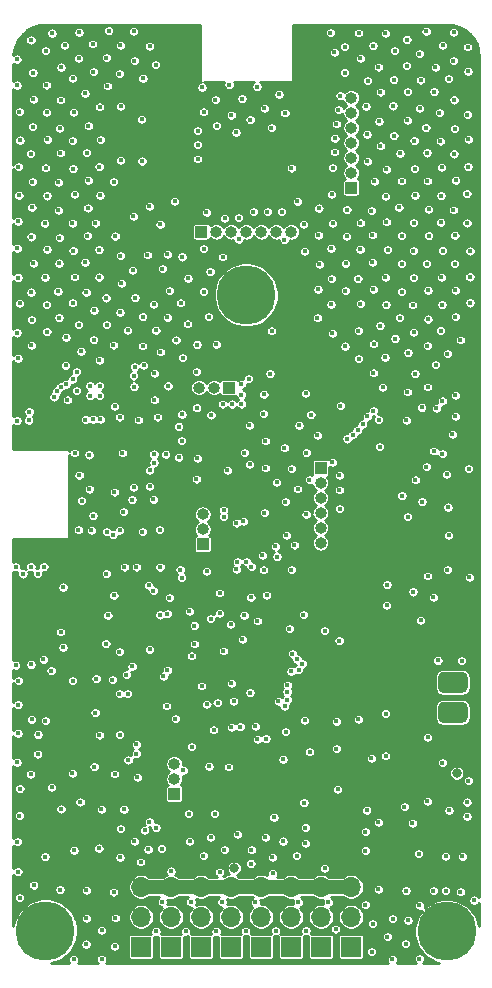
<source format=gbr>
%TF.GenerationSoftware,KiCad,Pcbnew,5.1.8+dfsg1-1~bpo10+1*%
%TF.CreationDate,2021-02-19T12:52:01+00:00*%
%TF.ProjectId,glider,676c6964-6572-42e6-9b69-6361645f7063,rev?*%
%TF.SameCoordinates,Original*%
%TF.FileFunction,Copper,L2,Inr*%
%TF.FilePolarity,Positive*%
%FSLAX46Y46*%
G04 Gerber Fmt 4.6, Leading zero omitted, Abs format (unit mm)*
G04 Created by KiCad (PCBNEW 5.1.8+dfsg1-1~bpo10+1) date 2021-02-19 12:52:01*
%MOMM*%
%LPD*%
G01*
G04 APERTURE LIST*
%TA.AperFunction,ComponentPad*%
%ADD10C,0.800000*%
%TD*%
%TA.AperFunction,ComponentPad*%
%ADD11C,5.000000*%
%TD*%
%TA.AperFunction,ComponentPad*%
%ADD12O,1.000000X1.000000*%
%TD*%
%TA.AperFunction,ComponentPad*%
%ADD13R,1.000000X1.000000*%
%TD*%
%TA.AperFunction,ComponentPad*%
%ADD14O,1.700000X1.700000*%
%TD*%
%TA.AperFunction,ComponentPad*%
%ADD15R,1.700000X1.700000*%
%TD*%
%TA.AperFunction,ViaPad*%
%ADD16C,0.450000*%
%TD*%
%TA.AperFunction,ViaPad*%
%ADD17C,0.800000*%
%TD*%
%TA.AperFunction,Conductor*%
%ADD18C,0.400000*%
%TD*%
%TA.AperFunction,Conductor*%
%ADD19C,1.200000*%
%TD*%
%TA.AperFunction,Conductor*%
%ADD20C,0.254000*%
%TD*%
%TA.AperFunction,Conductor*%
%ADD21C,0.100000*%
%TD*%
G04 APERTURE END LIST*
D10*
%TO.N,GND*%
%TO.C,H3*%
X61325825Y-111824175D03*
X60000000Y-111275000D03*
X58674175Y-111824175D03*
X58125000Y-113150000D03*
X58674175Y-114475825D03*
X60000000Y-115025000D03*
X61325825Y-114475825D03*
X61875000Y-113150000D03*
D11*
X60000000Y-113150000D03*
%TD*%
D12*
%TO.N,Net-(J3-Pad7)*%
%TO.C,J3*%
X68900000Y-96455000D03*
%TO.N,Net-(J3-Pad6)*%
X68900000Y-97725000D03*
%TO.N,Net-(J3-Pad5)*%
X68900000Y-98995000D03*
%TO.N,Net-(J3-Pad4)*%
X68900000Y-100265000D03*
%TO.N,Net-(J3-Pad3)*%
X68900000Y-101535000D03*
%TO.N,Net-(J3-Pad2)*%
X68900000Y-102805000D03*
D13*
%TO.N,GND*%
X68900000Y-104075000D03*
%TD*%
%TO.N,/OPAMP3_CELL_IS*%
%TO.C,J20*%
%TA.AperFunction,ComponentPad*%
G36*
G01*
X78750000Y-145510000D02*
X78750000Y-146410000D01*
G75*
G02*
X78300000Y-146860000I-450000J0D01*
G01*
X76700000Y-146860000D01*
G75*
G02*
X76250000Y-146410000I0J450000D01*
G01*
X76250000Y-145510000D01*
G75*
G02*
X76700000Y-145060000I450000J0D01*
G01*
X78300000Y-145060000D01*
G75*
G02*
X78750000Y-145510000I0J-450000D01*
G01*
G37*
%TD.AperFunction*%
%TO.N,/CELL_POS*%
%TA.AperFunction,ComponentPad*%
G36*
G01*
X78750000Y-148050000D02*
X78750000Y-148950000D01*
G75*
G02*
X78300000Y-149400000I-450000J0D01*
G01*
X76700000Y-149400000D01*
G75*
G02*
X76250000Y-148950000I0J450000D01*
G01*
X76250000Y-148050000D01*
G75*
G02*
X76700000Y-147600000I450000J0D01*
G01*
X78300000Y-147600000D01*
G75*
G02*
X78750000Y-148050000I0J-450000D01*
G01*
G37*
%TD.AperFunction*%
%TD*%
D12*
%TO.N,GND*%
%TO.C,J9*%
X66300000Y-134150000D03*
%TO.N,/SD_NCS*%
X66300000Y-132880000D03*
%TO.N,/IMU_NCS*%
X66300000Y-131610000D03*
%TO.N,/IMU_SPI2_MISO*%
X66300000Y-130340000D03*
%TO.N,/IMU_SPI2_SCK*%
X66300000Y-129070000D03*
D13*
%TO.N,/IMU_SPI2_MOSI*%
X66300000Y-127800000D03*
%TD*%
D12*
%TO.N,/IO_TIM2_CH1*%
%TO.C,J12*%
X53900000Y-152860000D03*
%TO.N,/OPAMP3_VINM0*%
X53900000Y-154130000D03*
D13*
%TO.N,GND*%
X53900000Y-155400000D03*
%TD*%
D14*
%TO.N,/VDD_SYS*%
%TO.C,J6*%
X51110000Y-163281000D03*
%TO.N,/IO_TIM1_CH1*%
X51110000Y-165821000D03*
D15*
%TO.N,GND*%
X51110000Y-168361000D03*
%TD*%
D10*
%TO.N,GND*%
%TO.C,H2*%
X78325825Y-165724175D03*
X77000000Y-165175000D03*
X75674175Y-165724175D03*
X75125000Y-167050000D03*
X75674175Y-168375825D03*
X77000000Y-168925000D03*
X78325825Y-168375825D03*
X78875000Y-167050000D03*
D11*
X77000000Y-167050000D03*
%TD*%
D10*
%TO.N,GND*%
%TO.C,H1*%
X44325825Y-165674175D03*
X43000000Y-165125000D03*
X41674175Y-165674175D03*
X41125000Y-167000000D03*
X41674175Y-168325825D03*
X43000000Y-168875000D03*
X44325825Y-168325825D03*
X44875000Y-167000000D03*
D11*
X43000000Y-167000000D03*
%TD*%
D12*
%TO.N,/NCP_COM5*%
%TO.C,J8*%
X63820000Y-107800000D03*
%TO.N,/NCP_COM4*%
X62550000Y-107800000D03*
%TO.N,/NCP_COM3*%
X61280000Y-107800000D03*
%TO.N,/NCP_COM2*%
X60010000Y-107800000D03*
%TO.N,/NCP_COM1*%
X58740000Y-107800000D03*
%TO.N,/NCP_COM0*%
X57470000Y-107800000D03*
D13*
%TO.N,GND*%
X56200000Y-107800000D03*
%TD*%
D12*
%TO.N,GND*%
%TO.C,J7*%
X56325000Y-131735000D03*
%TO.N,/GPS_USART1_TX*%
X56325000Y-133005000D03*
D13*
%TO.N,/GPS_USART1_RX*%
X56325000Y-134275000D03*
%TD*%
D12*
%TO.N,/SENSOR_I2C_SCL*%
%TO.C,J1*%
X56010000Y-121000000D03*
%TO.N,/SENSOR_I2C_SDA*%
X57280000Y-121000000D03*
D13*
%TO.N,GND*%
X58550000Y-121000000D03*
%TD*%
D14*
%TO.N,/VDD_SYS*%
%TO.C,J18*%
X53638000Y-163281000D03*
%TO.N,/IO_TIM1_CH2*%
X53638000Y-165821000D03*
D15*
%TO.N,GND*%
X53638000Y-168361000D03*
%TD*%
D14*
%TO.N,/VDD_SYS*%
%TO.C,J17*%
X56178000Y-163281000D03*
%TO.N,/IO_TIM1_CH3*%
X56178000Y-165821000D03*
D15*
%TO.N,GND*%
X56178000Y-168361000D03*
%TD*%
D14*
%TO.N,/VDD_SYS*%
%TO.C,J16*%
X58718000Y-163281000D03*
%TO.N,/IO_TIM3_CH2*%
X58718000Y-165821000D03*
D15*
%TO.N,GND*%
X58718000Y-168361000D03*
%TD*%
D14*
%TO.N,/VDD_SYS*%
%TO.C,J15*%
X61258000Y-163281000D03*
%TO.N,/IO_TIM8_CH1*%
X61258000Y-165821000D03*
D15*
%TO.N,GND*%
X61258000Y-168361000D03*
%TD*%
D14*
%TO.N,/VDD_SYS*%
%TO.C,J14*%
X63798000Y-163281000D03*
%TO.N,/IO_TIM8_CH2*%
X63798000Y-165821000D03*
D15*
%TO.N,GND*%
X63798000Y-168361000D03*
%TD*%
D14*
%TO.N,/VDD_SYS*%
%TO.C,J13*%
X66338000Y-163281000D03*
%TO.N,/IO_TIM8_CH3*%
X66338000Y-165821000D03*
D15*
%TO.N,GND*%
X66338000Y-168361000D03*
%TD*%
D14*
%TO.N,/VDD_SYS*%
%TO.C,J11*%
X68878000Y-163281000D03*
%TO.N,/IO_TIM8_CH4*%
X68878000Y-165821000D03*
D15*
%TO.N,GND*%
X68878000Y-168361000D03*
%TD*%
D16*
%TO.N,*%
X45300000Y-120300000D03*
X45650000Y-119675000D03*
%TO.N,GND*%
X50465000Y-119985000D03*
X50565000Y-119245000D03*
X51335000Y-119132010D03*
X64849214Y-140245768D03*
X40589265Y-93196532D03*
X40602458Y-95397213D03*
X40785619Y-97658145D03*
X40843906Y-100055013D03*
X40721668Y-102310795D03*
X40756601Y-104738935D03*
X40681386Y-106933309D03*
X40610037Y-109203877D03*
X40676263Y-111685809D03*
X40822871Y-113866944D03*
X40590873Y-116371708D03*
X40687360Y-118539965D03*
X40495104Y-136184943D03*
X40605906Y-152731340D03*
X40839382Y-154969844D03*
X40804808Y-157235308D03*
X40617629Y-159442801D03*
X40670337Y-161986105D03*
X40823814Y-164209922D03*
X41775828Y-91574525D03*
X41945241Y-94336913D03*
X41985565Y-96582165D03*
X41923665Y-98904011D03*
X41753925Y-101197922D03*
X41897864Y-103584406D03*
X41856067Y-105749568D03*
X41796717Y-108243285D03*
X41981747Y-110489757D03*
X41782456Y-112921052D03*
X41839028Y-115246222D03*
X41818003Y-117417070D03*
X40600000Y-123800000D03*
X42024118Y-163124589D03*
X43016256Y-92486169D03*
X43071213Y-95391818D03*
X43103741Y-97683591D03*
X43167374Y-100000042D03*
X43016204Y-102406616D03*
X43138426Y-104774848D03*
X42955276Y-107108306D03*
X43144170Y-109306723D03*
X42962441Y-111674730D03*
X43105549Y-113995400D03*
X43129551Y-116265323D03*
X42975000Y-160725000D03*
X43555688Y-90995256D03*
X44328131Y-93873432D03*
X44294655Y-96657198D03*
X44223355Y-99038315D03*
X44279840Y-101140880D03*
X44101372Y-103628257D03*
X44101450Y-105985315D03*
X44190216Y-108328724D03*
X44153307Y-110464922D03*
X44061933Y-112850174D03*
X44161392Y-115073850D03*
X44326376Y-156684751D03*
X44247465Y-163521439D03*
X44639435Y-92030437D03*
X44753306Y-116743755D03*
X44728069Y-119134958D03*
X45306539Y-94822581D03*
X45394349Y-97700646D03*
X45293129Y-100098696D03*
X45334922Y-102467290D03*
X45483088Y-104652246D03*
X45295629Y-107078181D03*
X45352083Y-109417846D03*
X45468981Y-111638317D03*
X45307131Y-113834133D03*
X45483530Y-126543320D03*
X45322511Y-145828136D03*
X45428171Y-160194845D03*
X45404207Y-169424794D03*
X45842632Y-90929991D03*
X45821987Y-93121266D03*
X45812852Y-115691765D03*
X46020444Y-117926024D03*
X45861890Y-128411823D03*
X46066608Y-130597277D03*
X45799940Y-133053600D03*
X45942579Y-156093221D03*
X46364698Y-96100719D03*
X46636675Y-98848584D03*
X46484620Y-101121494D03*
X46625907Y-103447787D03*
X46599209Y-105801194D03*
X46560290Y-108143417D03*
X46359586Y-110386987D03*
X46454050Y-112926538D03*
X46375912Y-123708385D03*
X46477407Y-163582660D03*
X46458993Y-165949701D03*
X46449378Y-168124967D03*
X47010056Y-91917780D03*
X47059910Y-94249264D03*
X47116120Y-114463351D03*
X47076442Y-116964745D03*
X46772298Y-120861575D03*
X46725000Y-129600000D03*
X47034531Y-131844294D03*
X47300000Y-145650000D03*
X47214298Y-148517080D03*
X47128457Y-153112580D03*
X47598866Y-97240497D03*
X47646020Y-100020406D03*
X47554098Y-102308551D03*
X47620929Y-104729017D03*
X47244000Y-107076792D03*
X47550000Y-109325000D03*
X47550000Y-111650000D03*
X47576481Y-118677786D03*
X47575000Y-150425000D03*
X47750000Y-156708000D03*
X47529067Y-159999447D03*
X47764076Y-166944982D03*
X47777037Y-169383486D03*
X48373091Y-90796207D03*
X48152736Y-93078750D03*
X48256016Y-95467113D03*
X48142342Y-113414277D03*
X48192786Y-115669524D03*
X48290582Y-140286181D03*
X48120593Y-142692167D03*
X48783702Y-103577856D03*
X48907040Y-108175683D03*
X48746457Y-117405176D03*
X48861159Y-122577838D03*
X48850000Y-129850000D03*
X48800000Y-138600000D03*
X48666792Y-145745399D03*
X48879299Y-153724836D03*
X48778757Y-163718219D03*
X48936404Y-165915866D03*
X48879235Y-168323944D03*
X49360183Y-92034690D03*
X49255275Y-94431990D03*
X49375000Y-97200000D03*
X49375000Y-101775000D03*
X49355260Y-109829808D03*
X49436000Y-112173418D03*
X49314224Y-114639395D03*
X49508536Y-126541861D03*
X49263615Y-143357026D03*
X49327658Y-160783153D03*
X49980184Y-116161615D03*
X49977348Y-146912653D03*
X50006911Y-152533969D03*
X49650000Y-156708000D03*
X50481600Y-90836823D03*
X50526792Y-93320177D03*
X50450135Y-106493738D03*
X50397002Y-111067304D03*
X50585645Y-113396335D03*
X50504519Y-120920209D03*
X50475461Y-129435059D03*
X50528168Y-159427315D03*
X51257887Y-94810082D03*
X51163425Y-98303531D03*
X51175000Y-101825000D03*
X51251859Y-115009255D03*
X51225902Y-117486044D03*
X51800000Y-157750000D03*
X51076053Y-161172824D03*
X51821425Y-92093395D03*
X51816000Y-105664000D03*
X51634482Y-109776085D03*
X52332816Y-93679878D03*
X52181420Y-113939524D03*
X52355150Y-116166980D03*
X52233882Y-119789547D03*
X52221078Y-122049078D03*
X52153514Y-138209644D03*
X52369117Y-158260688D03*
X52718059Y-107169049D03*
X52904932Y-110946911D03*
X52746742Y-117991571D03*
X52843080Y-160030159D03*
X53340000Y-109728000D03*
X53489275Y-112817273D03*
X53326722Y-115069437D03*
X53381366Y-120866085D03*
X53325000Y-140150000D03*
X53325000Y-144925000D03*
X53938979Y-105220581D03*
X54060618Y-116979684D03*
X54577001Y-109935129D03*
X54445723Y-113836430D03*
X54634339Y-118483619D03*
X54561164Y-123252683D03*
X54528039Y-125515227D03*
X55400000Y-151400000D03*
X55075778Y-111764356D03*
X55059548Y-115615357D03*
X55880000Y-127000000D03*
X55600000Y-141150000D03*
X55133817Y-157091774D03*
X55214985Y-159427444D03*
X55842934Y-117358930D03*
X55784404Y-119665429D03*
X55825000Y-122725000D03*
X55627662Y-142714157D03*
X56264538Y-95586989D03*
X56408906Y-97664777D03*
X56416050Y-109259591D03*
X56412876Y-112871272D03*
X56243398Y-146273254D03*
X56387403Y-160640686D03*
X56948706Y-111179395D03*
X56837084Y-115011454D03*
X57021287Y-123325453D03*
X56998723Y-140586142D03*
X56850000Y-153075000D03*
X56985134Y-159087442D03*
X57392751Y-96638355D03*
X57501066Y-98830120D03*
X57463511Y-117348000D03*
X57347066Y-157093315D03*
X58017127Y-109945525D03*
X58800000Y-122400000D03*
X58400000Y-128000000D03*
X58081651Y-143307830D03*
X58146715Y-160116180D03*
X58560974Y-95362939D03*
X58732840Y-97932134D03*
X58678790Y-141056491D03*
X58750000Y-146050000D03*
X59135058Y-99396608D03*
X59255905Y-135746502D03*
X59247541Y-158832863D03*
X59643316Y-96550877D03*
X59836700Y-126518250D03*
X59676822Y-142313589D03*
X60340980Y-98330767D03*
X60213274Y-120254755D03*
X60270148Y-124203529D03*
X60321551Y-146843256D03*
X60444427Y-160147315D03*
X60916906Y-95514296D03*
X60400000Y-138775000D03*
X60946978Y-150771417D03*
X61544063Y-97346952D03*
X61500666Y-121568693D03*
X61637626Y-125526214D03*
X61635942Y-127809273D03*
X61540000Y-131600000D03*
X61615432Y-159080059D03*
X62139776Y-98997954D03*
X62158340Y-116208705D03*
X62026545Y-119818218D03*
X61468000Y-123217060D03*
X62350000Y-157400000D03*
X62220182Y-160787593D03*
X62786723Y-96181327D03*
X62571042Y-129012811D03*
X63276311Y-97757586D03*
X63223456Y-126111331D03*
X63309762Y-130654532D03*
X63117068Y-152489076D03*
X63122564Y-159403908D03*
X63836291Y-102418520D03*
X63818680Y-127876644D03*
X63831043Y-136417406D03*
X64346153Y-105248965D03*
X64477090Y-124199656D03*
X64364646Y-129591309D03*
X64281746Y-160640852D03*
X64869383Y-107173039D03*
X64950323Y-109464327D03*
X65037026Y-121494391D03*
X65083628Y-126514996D03*
X64950000Y-149175000D03*
X64889368Y-156140386D03*
X65022211Y-158251881D03*
X65478495Y-123303136D03*
X65375000Y-151850000D03*
X66158096Y-105810778D03*
X66125251Y-108095322D03*
X66192427Y-110567532D03*
X66085330Y-112673949D03*
X66019095Y-115103955D03*
X66037837Y-125029749D03*
X66656558Y-141594876D03*
X67140680Y-90946467D03*
X67317381Y-102388523D03*
X67230909Y-104647574D03*
X67331460Y-107109538D03*
X67191162Y-109210329D03*
X67211409Y-111782941D03*
X67180332Y-113958845D03*
X67292435Y-116395517D03*
X67973284Y-122552274D03*
X67900000Y-128420000D03*
X67910000Y-131250000D03*
X67743832Y-155028593D03*
X68348329Y-92147364D03*
X68347011Y-94328024D03*
X68527682Y-105937034D03*
X68519278Y-108196351D03*
X68415106Y-110497447D03*
X68403589Y-112808128D03*
X68371987Y-117497901D03*
X69534021Y-90981154D03*
X69670268Y-93130980D03*
X69674185Y-107065204D03*
X69648697Y-109309739D03*
X69459606Y-111786133D03*
X69677716Y-113911668D03*
X69494363Y-116196263D03*
X69535475Y-118571390D03*
X70276995Y-95036426D03*
X70145370Y-97200534D03*
X70238526Y-99568175D03*
X70268751Y-101857157D03*
X70217101Y-156788855D03*
X70079287Y-164782371D03*
X70734307Y-92058546D03*
X70844742Y-103532845D03*
X70605048Y-106023390D03*
X70683588Y-108084300D03*
X70697833Y-110391378D03*
X70755417Y-112697890D03*
X70793446Y-117309955D03*
X70775710Y-119762465D03*
X70700152Y-166411589D03*
X70619991Y-168766881D03*
X71190620Y-93869116D03*
X71352561Y-95983124D03*
X71255735Y-98464386D03*
X71357726Y-100545549D03*
X71332193Y-115776268D03*
X71550000Y-120975000D03*
X71223187Y-123719548D03*
X71312133Y-125999797D03*
X71202864Y-157802849D03*
X71188600Y-163484070D03*
X71775113Y-90999185D03*
X71864060Y-102536314D03*
X71820459Y-104821307D03*
X71882477Y-106979488D03*
X71977819Y-109319034D03*
X71794536Y-111677769D03*
X71834722Y-113985658D03*
X71758018Y-118447336D03*
X71891017Y-139434080D03*
X70100000Y-160200000D03*
X71949169Y-167484249D03*
X72564052Y-92476104D03*
X72504271Y-94947738D03*
X72429688Y-97149760D03*
X72505255Y-99676223D03*
X72610482Y-116849179D03*
X72403596Y-165986834D03*
X72368814Y-169413228D03*
X73024389Y-101169249D03*
X73178602Y-103510448D03*
X72931521Y-105748170D03*
X73172170Y-108149024D03*
X73157368Y-110514480D03*
X73178564Y-112898450D03*
X73000277Y-115091615D03*
X73186412Y-130145206D03*
X73609511Y-91535355D03*
X73591964Y-93758255D03*
X73663306Y-95953571D03*
X73637124Y-98359753D03*
X73709066Y-118054369D03*
X73642124Y-121382259D03*
X73570383Y-123775328D03*
X73666449Y-131927677D03*
X73534812Y-163595730D03*
X74224741Y-100103631D03*
X74278910Y-102481396D03*
X74292924Y-104723351D03*
X74171176Y-107035040D03*
X74146849Y-109423726D03*
X74176477Y-111702864D03*
X74091498Y-114014236D03*
X74175728Y-116323309D03*
X74290423Y-119820878D03*
X74327506Y-128824372D03*
X74125169Y-138298088D03*
X74064123Y-157878808D03*
X74652978Y-92732111D03*
X74771638Y-94966968D03*
X74699816Y-97360607D03*
X74874719Y-122689044D03*
X74892691Y-130665560D03*
X74673471Y-164852390D03*
X74665781Y-169367730D03*
X75241107Y-90836748D03*
X75216158Y-98986870D03*
X75312157Y-101133111D03*
X75351707Y-103511336D03*
X75458210Y-105911420D03*
X75466830Y-108148015D03*
X75291499Y-110518144D03*
X75391788Y-112782936D03*
X75398175Y-115203621D03*
X75335492Y-117447207D03*
X75364645Y-120959090D03*
X75266747Y-127705245D03*
X75364880Y-136955674D03*
X75370844Y-150622000D03*
X75340300Y-156038590D03*
X76031034Y-93896238D03*
X75903323Y-95953484D03*
X76053700Y-119057329D03*
X75853597Y-138765656D03*
X75847645Y-163590777D03*
X76647351Y-92012652D03*
X76370318Y-97727202D03*
X76438748Y-100132407D03*
X76541084Y-102357682D03*
X76495507Y-104766002D03*
X76482855Y-107003076D03*
X76637953Y-109398598D03*
X76513840Y-111660408D03*
X76588129Y-113987459D03*
X76480151Y-116172651D03*
X76610452Y-122135486D03*
X76619185Y-126603534D03*
X76615227Y-152752404D03*
X77158683Y-94863083D03*
X77045404Y-118139291D03*
X76969083Y-128348482D03*
X77085161Y-131128410D03*
X77147398Y-133506630D03*
X77036367Y-136429667D03*
X77173546Y-156793075D03*
X77574354Y-90912577D03*
X77548669Y-93327188D03*
X77603525Y-96649719D03*
X77660917Y-99072214D03*
X77591669Y-101221420D03*
X77753506Y-103462937D03*
X77541265Y-105968477D03*
X77673277Y-108117927D03*
X77667124Y-110510681D03*
X77707024Y-112770979D03*
X77716423Y-115008424D03*
X77470000Y-124968000D03*
X78122559Y-116975368D03*
X78250000Y-144125000D03*
X78316317Y-160705137D03*
X78126115Y-163703481D03*
X78747813Y-92172322D03*
X78784567Y-94229866D03*
X78717754Y-97884777D03*
X78804432Y-99979443D03*
X78790696Y-102306236D03*
X78687074Y-104586884D03*
X78702125Y-107067340D03*
X78951499Y-109442128D03*
X78943861Y-111634885D03*
X78950615Y-113834476D03*
X78839705Y-127869441D03*
X78898518Y-137059451D03*
X78800000Y-154300000D03*
X78700000Y-157300000D03*
X71933782Y-137700000D03*
X41775000Y-136184943D03*
X42875000Y-136175000D03*
X49700000Y-136200000D03*
X50700000Y-136200000D03*
X46900000Y-133100000D03*
X49300000Y-133100000D03*
X46700000Y-126700000D03*
X49300000Y-123500000D03*
X52500000Y-123500000D03*
X50875000Y-123750000D03*
X54300000Y-124300000D03*
X54300000Y-126900000D03*
X44500000Y-143000000D03*
X44300000Y-141700000D03*
X44500000Y-137900000D03*
X42825000Y-144025000D03*
X49300000Y-150400000D03*
X50800000Y-154000000D03*
X51400000Y-158500000D03*
X51700000Y-160100000D03*
X60400000Y-161300000D03*
X65000000Y-159600000D03*
X70100000Y-158600000D03*
X73500000Y-168100000D03*
X73700000Y-166100000D03*
X79300000Y-164400000D03*
X76900000Y-163600000D03*
X76900000Y-160700000D03*
X78700000Y-156100000D03*
X77724000Y-123444000D03*
X69500000Y-149100000D03*
X42350000Y-136775000D03*
X41100000Y-136775000D03*
X58100000Y-131375000D03*
X58100000Y-131925000D03*
X59175000Y-132475000D03*
X56670000Y-136570000D03*
X63350000Y-150150000D03*
X61680000Y-150740000D03*
X63250000Y-148000000D03*
X53000000Y-145450000D03*
X58000000Y-122400000D03*
X59600000Y-122400000D03*
X59600000Y-121600000D03*
X59600000Y-120700000D03*
X44750000Y-120725000D03*
X44875000Y-122050000D03*
X43725000Y-121800000D03*
X44300000Y-120950000D03*
X43950000Y-121325000D03*
X41625000Y-123050000D03*
X47025000Y-123700000D03*
X46775000Y-121700000D03*
X47600000Y-121700000D03*
X47600000Y-120850000D03*
X47650000Y-123700000D03*
X41600000Y-123775000D03*
X67625000Y-151575000D03*
X67625000Y-149275000D03*
X67875000Y-142425000D03*
X58170000Y-106660000D03*
X59370000Y-106610000D03*
X60600000Y-106125000D03*
X61800000Y-106125000D03*
X63000000Y-106100000D03*
X67900000Y-129675000D03*
X63400000Y-133500000D03*
X64090000Y-134340000D03*
X52680000Y-133050000D03*
X51820000Y-143180000D03*
X58950000Y-147550000D03*
X57590000Y-147690000D03*
X53270000Y-147960000D03*
X67590000Y-166850000D03*
X65060000Y-166980000D03*
X62500000Y-166990000D03*
X59970000Y-167010000D03*
X57460000Y-167050000D03*
X54880000Y-167040000D03*
X52360000Y-167040000D03*
X57760000Y-162020000D03*
X62240000Y-162130000D03*
X66640000Y-161720000D03*
X53640000Y-161940000D03*
X52900000Y-164550000D03*
X55320000Y-164560000D03*
X57960000Y-164560000D03*
X60770000Y-164570000D03*
X64420000Y-164570000D03*
X66950000Y-164570000D03*
X58520000Y-153130000D03*
X65350000Y-128810000D03*
X51830000Y-128020000D03*
X67960000Y-96290000D03*
X67800000Y-97490000D03*
X67630000Y-98690000D03*
X67510000Y-99910000D03*
X67500000Y-101060000D03*
X76230000Y-144110000D03*
X51840000Y-129370000D03*
X63220000Y-108470000D03*
X59380000Y-108450000D03*
X65080000Y-131730000D03*
X77700000Y-121650000D03*
X71820000Y-152190000D03*
X54680000Y-153420000D03*
X52720000Y-136200000D03*
X53490000Y-138800000D03*
X50330000Y-130490000D03*
X52140000Y-130480000D03*
X42361698Y-152034155D03*
X41759472Y-153729581D03*
X45279085Y-153660609D03*
X43527009Y-154841371D03*
X49376079Y-158348302D03*
X40687919Y-147860243D03*
X40674864Y-150268958D03*
X42375000Y-150375000D03*
X41829377Y-149106021D03*
X43000000Y-149200000D03*
X40717843Y-145830253D03*
X40500000Y-144525000D03*
X41784922Y-144449542D03*
X43491274Y-144984294D03*
%TO.N,Net-(AE1-Pad1)*%
X45650000Y-121280000D03*
%TO.N,/VDD_MCU*%
X51335000Y-123065000D03*
X50585000Y-122935000D03*
X50475000Y-122185000D03*
X66300000Y-138800000D03*
D17*
X48700000Y-157658000D03*
X46650000Y-157658000D03*
X50700000Y-157658000D03*
D16*
X43750000Y-149625000D03*
X43900000Y-144100000D03*
X46350000Y-143375000D03*
X64262000Y-153416000D03*
X59000000Y-134950000D03*
X55607839Y-136603583D03*
X56700000Y-138400000D03*
X53500000Y-139400000D03*
X45900000Y-136400000D03*
X76900000Y-137575000D03*
X64970000Y-151150000D03*
X53864000Y-147574000D03*
X48514000Y-107442000D03*
X48514000Y-112268000D03*
X55118000Y-105664000D03*
X55626000Y-105156000D03*
X63754000Y-100584000D03*
X63500000Y-121412000D03*
X63246000Y-120650000D03*
X63246000Y-122174000D03*
X43971000Y-118110000D03*
X57600000Y-124300000D03*
X57475000Y-118825000D03*
X55925000Y-118825000D03*
X55925000Y-116100000D03*
X57475000Y-116575000D03*
X77710000Y-120710000D03*
%TO.N,/VDD_SYS*%
X74600000Y-160480000D03*
X70612000Y-152400000D03*
D17*
%TO.N,/CELL_POS*%
X77832500Y-153657500D03*
D16*
X73400000Y-156500000D03*
%TO.N,/IMU_SPI2_MOSI*%
X60450000Y-136175000D03*
X61377990Y-135219078D03*
%TO.N,/IMU_SPI2_MISO*%
X60010000Y-135760000D03*
X62482902Y-134436490D03*
%TO.N,/NCP_NRST*%
X67475000Y-92625000D03*
X56642028Y-106172000D03*
%TO.N,/NCP_SWV*%
X55900000Y-101650000D03*
%TO.N,/NCP_SWCLK*%
X55900000Y-100450000D03*
%TO.N,/NCP_SWDIO*%
X55900000Y-99250000D03*
%TO.N,/IO_TIM2_CH1*%
X57250000Y-149990000D03*
%TO.N,/IO_TIM3_CH2*%
X54000000Y-149050000D03*
X56668770Y-147818657D03*
D17*
X59000000Y-161700000D03*
D16*
%TO.N,/SENSOR_I2C_SCL*%
X60955479Y-140769521D03*
X54542935Y-137103772D03*
%TO.N,/SENSOR_I2C_SDA*%
X59827010Y-140280292D03*
X54412423Y-136412577D03*
%TO.N,/OPAMP3_VINM0*%
X60770000Y-149695000D03*
%TO.N,/GPS_USART1_RX*%
X52190000Y-126630000D03*
%TO.N,/GPS_USART1_TX*%
X53200000Y-126640000D03*
%TO.N,/OPAMP3_CELL_IS*%
X64306735Y-143997117D03*
%TO.N,/ADC1_IN1_CELL_TS*%
X74775000Y-140700000D03*
X63900000Y-143550000D03*
%TO.N,/NCP_COM5*%
X70777010Y-122950000D03*
X64442622Y-144886960D03*
%TO.N,/NCP_COM4*%
X70273372Y-123427456D03*
X63800000Y-145025000D03*
%TO.N,/NCP_COM3*%
X69872990Y-124126650D03*
X63495954Y-146187447D03*
%TO.N,/NCP_COM2*%
X69450000Y-124605251D03*
X63464405Y-146769809D03*
%TO.N,/NCP_COM1*%
X69027010Y-125016056D03*
X63475653Y-147433156D03*
%TO.N,/NCP_COM0*%
X68547536Y-125344689D03*
X62729528Y-147570472D03*
%TO.N,/NAV_BOOT*%
X55400000Y-143725000D03*
X57750000Y-138400000D03*
X57750000Y-140100000D03*
X50350000Y-144600000D03*
%TO.N,/NAV_STAT_0*%
X58750011Y-149774989D03*
X50700000Y-152000000D03*
%TO.N,/GPS_I2C_SCL*%
X48190000Y-133210000D03*
%TO.N,/NAV_STAT_1*%
X59495000Y-149705000D03*
X50700000Y-151200000D03*
%TO.N,/GPS_PPS*%
X49275000Y-146925000D03*
X48725000Y-133450000D03*
X48150000Y-136750002D03*
%TO.N,/GPS_FIX*%
X52700000Y-140250000D03*
X49850000Y-145300000D03*
%TO.N,/GPS_FORCEON*%
X55187702Y-139937298D03*
%TO.N,/TOF_EN*%
X67300000Y-127322990D03*
X61725000Y-138575000D03*
%TO.N,/GPS_RESET*%
X52200000Y-127350000D03*
%TO.N,/GPS_EXTINT*%
X51750000Y-137758033D03*
%TO.N,Net-(U8-Pad30)*%
X49600000Y-131500000D03*
%TO.N,/GPS_I2C_SDA*%
X51200000Y-133210000D03*
%TO.N,/SD_NCS*%
X76100001Y-122749999D03*
X75875000Y-126375000D03*
%TO.N,/IMU_NCS*%
X62610000Y-135310000D03*
X61477500Y-136442500D03*
%TO.N,/IMU_INT*%
X59175000Y-136400000D03*
X55775000Y-128750000D03*
%TO.N,/IMU_MISO_LV*%
X60300000Y-127500000D03*
X59775031Y-132311504D03*
%TO.N,/OPAMP5_CELL_VS*%
X64750000Y-144375002D03*
X71800000Y-148600000D03*
%TO.N,/BUZZER_TIM2_CH4*%
X63650000Y-141425000D03*
%TD*%
D18*
%TO.N,/VDD_SYS*%
X68778000Y-163281000D02*
X66238000Y-163281000D01*
X66238000Y-163281000D02*
X63698000Y-163281000D01*
X61158000Y-163281000D02*
X63698000Y-163281000D01*
X61158000Y-163281000D02*
X58618000Y-163281000D01*
X58618000Y-163281000D02*
X56078000Y-163281000D01*
X56078000Y-163281000D02*
X53538000Y-163281000D01*
X51024000Y-163281000D02*
X51010000Y-163295000D01*
X53538000Y-163281000D02*
X51024000Y-163281000D01*
X68775000Y-163278000D02*
X68778000Y-163281000D01*
D19*
X51110000Y-163281000D02*
X68878000Y-163281000D01*
%TD*%
D20*
%TO.N,/VDD_MCU*%
X56073000Y-95000000D02*
X56075440Y-95024776D01*
X56082667Y-95048601D01*
X56094403Y-95070557D01*
X56110197Y-95089803D01*
X56129443Y-95105597D01*
X56151399Y-95117333D01*
X56156888Y-95118998D01*
X56124527Y-95125435D01*
X56037173Y-95161618D01*
X55958556Y-95214148D01*
X55891697Y-95281007D01*
X55839167Y-95359624D01*
X55802984Y-95446978D01*
X55784538Y-95539713D01*
X55784538Y-95634265D01*
X55802984Y-95727000D01*
X55839167Y-95814354D01*
X55891697Y-95892971D01*
X55958556Y-95959830D01*
X56037173Y-96012360D01*
X56124527Y-96048543D01*
X56217262Y-96066989D01*
X56311814Y-96066989D01*
X56404549Y-96048543D01*
X56491903Y-96012360D01*
X56570520Y-95959830D01*
X56637379Y-95892971D01*
X56689909Y-95814354D01*
X56726092Y-95727000D01*
X56744538Y-95634265D01*
X56744538Y-95539713D01*
X56726092Y-95446978D01*
X56689909Y-95359624D01*
X56637379Y-95281007D01*
X56570520Y-95214148D01*
X56491903Y-95161618D01*
X56408327Y-95127000D01*
X58141332Y-95127000D01*
X58135603Y-95135574D01*
X58099420Y-95222928D01*
X58080974Y-95315663D01*
X58080974Y-95410215D01*
X58099420Y-95502950D01*
X58135603Y-95590304D01*
X58188133Y-95668921D01*
X58254992Y-95735780D01*
X58333609Y-95788310D01*
X58420963Y-95824493D01*
X58513698Y-95842939D01*
X58608250Y-95842939D01*
X58700985Y-95824493D01*
X58788339Y-95788310D01*
X58866956Y-95735780D01*
X58933815Y-95668921D01*
X58986345Y-95590304D01*
X59022528Y-95502950D01*
X59040974Y-95410215D01*
X59040974Y-95315663D01*
X59022528Y-95222928D01*
X58986345Y-95135574D01*
X58980616Y-95127000D01*
X60632558Y-95127000D01*
X60610924Y-95141455D01*
X60544065Y-95208314D01*
X60491535Y-95286931D01*
X60455352Y-95374285D01*
X60436906Y-95467020D01*
X60436906Y-95561572D01*
X60455352Y-95654307D01*
X60491535Y-95741661D01*
X60544065Y-95820278D01*
X60610924Y-95887137D01*
X60689541Y-95939667D01*
X60776895Y-95975850D01*
X60869630Y-95994296D01*
X60964182Y-95994296D01*
X61056917Y-95975850D01*
X61144271Y-95939667D01*
X61222888Y-95887137D01*
X61289747Y-95820278D01*
X61342277Y-95741661D01*
X61378460Y-95654307D01*
X61396906Y-95561572D01*
X61396906Y-95467020D01*
X61378460Y-95374285D01*
X61342277Y-95286931D01*
X61289747Y-95208314D01*
X61222888Y-95141455D01*
X61201254Y-95127000D01*
X63800000Y-95127000D01*
X63824776Y-95124560D01*
X63848601Y-95117333D01*
X63870557Y-95105597D01*
X63889803Y-95089803D01*
X63905597Y-95070557D01*
X63917333Y-95048601D01*
X63924560Y-95024776D01*
X63927000Y-95000000D01*
X63927000Y-94989150D01*
X69796995Y-94989150D01*
X69796995Y-95083702D01*
X69815441Y-95176437D01*
X69851624Y-95263791D01*
X69904154Y-95342408D01*
X69971013Y-95409267D01*
X70049630Y-95461797D01*
X70136984Y-95497980D01*
X70229719Y-95516426D01*
X70324271Y-95516426D01*
X70417006Y-95497980D01*
X70504360Y-95461797D01*
X70582977Y-95409267D01*
X70649836Y-95342408D01*
X70702366Y-95263791D01*
X70738549Y-95176437D01*
X70756995Y-95083702D01*
X70756995Y-94989150D01*
X70739354Y-94900462D01*
X72024271Y-94900462D01*
X72024271Y-94995014D01*
X72042717Y-95087749D01*
X72078900Y-95175103D01*
X72131430Y-95253720D01*
X72198289Y-95320579D01*
X72276906Y-95373109D01*
X72364260Y-95409292D01*
X72456995Y-95427738D01*
X72551547Y-95427738D01*
X72644282Y-95409292D01*
X72731636Y-95373109D01*
X72810253Y-95320579D01*
X72877112Y-95253720D01*
X72929642Y-95175103D01*
X72965825Y-95087749D01*
X72984271Y-94995014D01*
X72984271Y-94919692D01*
X74291638Y-94919692D01*
X74291638Y-95014244D01*
X74310084Y-95106979D01*
X74346267Y-95194333D01*
X74398797Y-95272950D01*
X74465656Y-95339809D01*
X74544273Y-95392339D01*
X74631627Y-95428522D01*
X74724362Y-95446968D01*
X74818914Y-95446968D01*
X74911649Y-95428522D01*
X74999003Y-95392339D01*
X75077620Y-95339809D01*
X75144479Y-95272950D01*
X75197009Y-95194333D01*
X75233192Y-95106979D01*
X75251638Y-95014244D01*
X75251638Y-94919692D01*
X75233192Y-94826957D01*
X75228574Y-94815807D01*
X76678683Y-94815807D01*
X76678683Y-94910359D01*
X76697129Y-95003094D01*
X76733312Y-95090448D01*
X76785842Y-95169065D01*
X76852701Y-95235924D01*
X76931318Y-95288454D01*
X77018672Y-95324637D01*
X77111407Y-95343083D01*
X77205959Y-95343083D01*
X77298694Y-95324637D01*
X77386048Y-95288454D01*
X77464665Y-95235924D01*
X77531524Y-95169065D01*
X77584054Y-95090448D01*
X77620237Y-95003094D01*
X77638683Y-94910359D01*
X77638683Y-94815807D01*
X77620237Y-94723072D01*
X77584054Y-94635718D01*
X77531524Y-94557101D01*
X77464665Y-94490242D01*
X77386048Y-94437712D01*
X77298694Y-94401529D01*
X77205959Y-94383083D01*
X77111407Y-94383083D01*
X77018672Y-94401529D01*
X76931318Y-94437712D01*
X76852701Y-94490242D01*
X76785842Y-94557101D01*
X76733312Y-94635718D01*
X76697129Y-94723072D01*
X76678683Y-94815807D01*
X75228574Y-94815807D01*
X75197009Y-94739603D01*
X75144479Y-94660986D01*
X75077620Y-94594127D01*
X74999003Y-94541597D01*
X74911649Y-94505414D01*
X74818914Y-94486968D01*
X74724362Y-94486968D01*
X74631627Y-94505414D01*
X74544273Y-94541597D01*
X74465656Y-94594127D01*
X74398797Y-94660986D01*
X74346267Y-94739603D01*
X74310084Y-94826957D01*
X74291638Y-94919692D01*
X72984271Y-94919692D01*
X72984271Y-94900462D01*
X72965825Y-94807727D01*
X72929642Y-94720373D01*
X72877112Y-94641756D01*
X72810253Y-94574897D01*
X72731636Y-94522367D01*
X72644282Y-94486184D01*
X72551547Y-94467738D01*
X72456995Y-94467738D01*
X72364260Y-94486184D01*
X72276906Y-94522367D01*
X72198289Y-94574897D01*
X72131430Y-94641756D01*
X72078900Y-94720373D01*
X72042717Y-94807727D01*
X72024271Y-94900462D01*
X70739354Y-94900462D01*
X70738549Y-94896415D01*
X70702366Y-94809061D01*
X70649836Y-94730444D01*
X70582977Y-94663585D01*
X70504360Y-94611055D01*
X70417006Y-94574872D01*
X70324271Y-94556426D01*
X70229719Y-94556426D01*
X70136984Y-94574872D01*
X70049630Y-94611055D01*
X69971013Y-94663585D01*
X69904154Y-94730444D01*
X69851624Y-94809061D01*
X69815441Y-94896415D01*
X69796995Y-94989150D01*
X63927000Y-94989150D01*
X63927000Y-94280748D01*
X67867011Y-94280748D01*
X67867011Y-94375300D01*
X67885457Y-94468035D01*
X67921640Y-94555389D01*
X67974170Y-94634006D01*
X68041029Y-94700865D01*
X68119646Y-94753395D01*
X68207000Y-94789578D01*
X68299735Y-94808024D01*
X68394287Y-94808024D01*
X68487022Y-94789578D01*
X68574376Y-94753395D01*
X68652993Y-94700865D01*
X68719852Y-94634006D01*
X68772382Y-94555389D01*
X68808565Y-94468035D01*
X68827011Y-94375300D01*
X68827011Y-94280748D01*
X68808565Y-94188013D01*
X68772382Y-94100659D01*
X68719852Y-94022042D01*
X68652993Y-93955183D01*
X68574376Y-93902653D01*
X68487022Y-93866470D01*
X68394287Y-93848024D01*
X68299735Y-93848024D01*
X68207000Y-93866470D01*
X68119646Y-93902653D01*
X68041029Y-93955183D01*
X67974170Y-94022042D01*
X67921640Y-94100659D01*
X67885457Y-94188013D01*
X67867011Y-94280748D01*
X63927000Y-94280748D01*
X63927000Y-93821840D01*
X70710620Y-93821840D01*
X70710620Y-93916392D01*
X70729066Y-94009127D01*
X70765249Y-94096481D01*
X70817779Y-94175098D01*
X70884638Y-94241957D01*
X70963255Y-94294487D01*
X71050609Y-94330670D01*
X71143344Y-94349116D01*
X71237896Y-94349116D01*
X71330631Y-94330670D01*
X71417985Y-94294487D01*
X71496602Y-94241957D01*
X71563461Y-94175098D01*
X71615991Y-94096481D01*
X71652174Y-94009127D01*
X71670620Y-93916392D01*
X71670620Y-93821840D01*
X71652174Y-93729105D01*
X71644667Y-93710979D01*
X73111964Y-93710979D01*
X73111964Y-93805531D01*
X73130410Y-93898266D01*
X73166593Y-93985620D01*
X73219123Y-94064237D01*
X73285982Y-94131096D01*
X73364599Y-94183626D01*
X73451953Y-94219809D01*
X73544688Y-94238255D01*
X73639240Y-94238255D01*
X73731975Y-94219809D01*
X73819329Y-94183626D01*
X73897946Y-94131096D01*
X73964805Y-94064237D01*
X74017335Y-93985620D01*
X74053518Y-93898266D01*
X74063325Y-93848962D01*
X75551034Y-93848962D01*
X75551034Y-93943514D01*
X75569480Y-94036249D01*
X75605663Y-94123603D01*
X75658193Y-94202220D01*
X75725052Y-94269079D01*
X75803669Y-94321609D01*
X75891023Y-94357792D01*
X75983758Y-94376238D01*
X76078310Y-94376238D01*
X76171045Y-94357792D01*
X76258399Y-94321609D01*
X76337016Y-94269079D01*
X76403875Y-94202220D01*
X76416991Y-94182590D01*
X78304567Y-94182590D01*
X78304567Y-94277142D01*
X78323013Y-94369877D01*
X78359196Y-94457231D01*
X78411726Y-94535848D01*
X78478585Y-94602707D01*
X78557202Y-94655237D01*
X78644556Y-94691420D01*
X78737291Y-94709866D01*
X78831843Y-94709866D01*
X78924578Y-94691420D01*
X79011932Y-94655237D01*
X79090549Y-94602707D01*
X79157408Y-94535848D01*
X79209938Y-94457231D01*
X79246121Y-94369877D01*
X79264567Y-94277142D01*
X79264567Y-94182590D01*
X79246121Y-94089855D01*
X79209938Y-94002501D01*
X79157408Y-93923884D01*
X79090549Y-93857025D01*
X79011932Y-93804495D01*
X78924578Y-93768312D01*
X78831843Y-93749866D01*
X78737291Y-93749866D01*
X78644556Y-93768312D01*
X78557202Y-93804495D01*
X78478585Y-93857025D01*
X78411726Y-93923884D01*
X78359196Y-94002501D01*
X78323013Y-94089855D01*
X78304567Y-94182590D01*
X76416991Y-94182590D01*
X76456405Y-94123603D01*
X76492588Y-94036249D01*
X76511034Y-93943514D01*
X76511034Y-93848962D01*
X76492588Y-93756227D01*
X76456405Y-93668873D01*
X76403875Y-93590256D01*
X76337016Y-93523397D01*
X76258399Y-93470867D01*
X76171045Y-93434684D01*
X76078310Y-93416238D01*
X75983758Y-93416238D01*
X75891023Y-93434684D01*
X75803669Y-93470867D01*
X75725052Y-93523397D01*
X75658193Y-93590256D01*
X75605663Y-93668873D01*
X75569480Y-93756227D01*
X75551034Y-93848962D01*
X74063325Y-93848962D01*
X74071964Y-93805531D01*
X74071964Y-93710979D01*
X74053518Y-93618244D01*
X74017335Y-93530890D01*
X73964805Y-93452273D01*
X73897946Y-93385414D01*
X73819329Y-93332884D01*
X73731975Y-93296701D01*
X73647571Y-93279912D01*
X77068669Y-93279912D01*
X77068669Y-93374464D01*
X77087115Y-93467199D01*
X77123298Y-93554553D01*
X77175828Y-93633170D01*
X77242687Y-93700029D01*
X77321304Y-93752559D01*
X77408658Y-93788742D01*
X77501393Y-93807188D01*
X77595945Y-93807188D01*
X77688680Y-93788742D01*
X77776034Y-93752559D01*
X77854651Y-93700029D01*
X77921510Y-93633170D01*
X77974040Y-93554553D01*
X78010223Y-93467199D01*
X78028669Y-93374464D01*
X78028669Y-93279912D01*
X78010223Y-93187177D01*
X77974040Y-93099823D01*
X77921510Y-93021206D01*
X77854651Y-92954347D01*
X77776034Y-92901817D01*
X77688680Y-92865634D01*
X77595945Y-92847188D01*
X77501393Y-92847188D01*
X77408658Y-92865634D01*
X77321304Y-92901817D01*
X77242687Y-92954347D01*
X77175828Y-93021206D01*
X77123298Y-93099823D01*
X77087115Y-93187177D01*
X77068669Y-93279912D01*
X73647571Y-93279912D01*
X73639240Y-93278255D01*
X73544688Y-93278255D01*
X73451953Y-93296701D01*
X73364599Y-93332884D01*
X73285982Y-93385414D01*
X73219123Y-93452273D01*
X73166593Y-93530890D01*
X73130410Y-93618244D01*
X73111964Y-93710979D01*
X71644667Y-93710979D01*
X71615991Y-93641751D01*
X71563461Y-93563134D01*
X71496602Y-93496275D01*
X71417985Y-93443745D01*
X71330631Y-93407562D01*
X71237896Y-93389116D01*
X71143344Y-93389116D01*
X71050609Y-93407562D01*
X70963255Y-93443745D01*
X70884638Y-93496275D01*
X70817779Y-93563134D01*
X70765249Y-93641751D01*
X70729066Y-93729105D01*
X70710620Y-93821840D01*
X63927000Y-93821840D01*
X63927000Y-92577724D01*
X66995000Y-92577724D01*
X66995000Y-92672276D01*
X67013446Y-92765011D01*
X67049629Y-92852365D01*
X67102159Y-92930982D01*
X67169018Y-92997841D01*
X67247635Y-93050371D01*
X67334989Y-93086554D01*
X67427724Y-93105000D01*
X67522276Y-93105000D01*
X67615011Y-93086554D01*
X67621891Y-93083704D01*
X69190268Y-93083704D01*
X69190268Y-93178256D01*
X69208714Y-93270991D01*
X69244897Y-93358345D01*
X69297427Y-93436962D01*
X69364286Y-93503821D01*
X69442903Y-93556351D01*
X69530257Y-93592534D01*
X69622992Y-93610980D01*
X69717544Y-93610980D01*
X69810279Y-93592534D01*
X69897633Y-93556351D01*
X69976250Y-93503821D01*
X70043109Y-93436962D01*
X70095639Y-93358345D01*
X70131822Y-93270991D01*
X70150268Y-93178256D01*
X70150268Y-93083704D01*
X70131822Y-92990969D01*
X70095639Y-92903615D01*
X70043109Y-92824998D01*
X69976250Y-92758139D01*
X69897633Y-92705609D01*
X69810279Y-92669426D01*
X69717544Y-92650980D01*
X69622992Y-92650980D01*
X69530257Y-92669426D01*
X69442903Y-92705609D01*
X69364286Y-92758139D01*
X69297427Y-92824998D01*
X69244897Y-92903615D01*
X69208714Y-92990969D01*
X69190268Y-93083704D01*
X67621891Y-93083704D01*
X67702365Y-93050371D01*
X67780982Y-92997841D01*
X67847841Y-92930982D01*
X67900371Y-92852365D01*
X67936554Y-92765011D01*
X67955000Y-92672276D01*
X67955000Y-92577724D01*
X67936554Y-92484989D01*
X67900371Y-92397635D01*
X67847841Y-92319018D01*
X67780982Y-92252159D01*
X67702365Y-92199629D01*
X67615011Y-92163446D01*
X67522276Y-92145000D01*
X67427724Y-92145000D01*
X67334989Y-92163446D01*
X67247635Y-92199629D01*
X67169018Y-92252159D01*
X67102159Y-92319018D01*
X67049629Y-92397635D01*
X67013446Y-92484989D01*
X66995000Y-92577724D01*
X63927000Y-92577724D01*
X63927000Y-92100088D01*
X67868329Y-92100088D01*
X67868329Y-92194640D01*
X67886775Y-92287375D01*
X67922958Y-92374729D01*
X67975488Y-92453346D01*
X68042347Y-92520205D01*
X68120964Y-92572735D01*
X68208318Y-92608918D01*
X68301053Y-92627364D01*
X68395605Y-92627364D01*
X68488340Y-92608918D01*
X68575694Y-92572735D01*
X68654311Y-92520205D01*
X68721170Y-92453346D01*
X68773700Y-92374729D01*
X68809883Y-92287375D01*
X68828329Y-92194640D01*
X68828329Y-92100088D01*
X68810663Y-92011270D01*
X70254307Y-92011270D01*
X70254307Y-92105822D01*
X70272753Y-92198557D01*
X70308936Y-92285911D01*
X70361466Y-92364528D01*
X70428325Y-92431387D01*
X70506942Y-92483917D01*
X70594296Y-92520100D01*
X70687031Y-92538546D01*
X70781583Y-92538546D01*
X70874318Y-92520100D01*
X70961672Y-92483917D01*
X71040289Y-92431387D01*
X71042848Y-92428828D01*
X72084052Y-92428828D01*
X72084052Y-92523380D01*
X72102498Y-92616115D01*
X72138681Y-92703469D01*
X72191211Y-92782086D01*
X72258070Y-92848945D01*
X72336687Y-92901475D01*
X72424041Y-92937658D01*
X72516776Y-92956104D01*
X72611328Y-92956104D01*
X72704063Y-92937658D01*
X72791417Y-92901475D01*
X72870034Y-92848945D01*
X72936893Y-92782086D01*
X72989423Y-92703469D01*
X72997141Y-92684835D01*
X74172978Y-92684835D01*
X74172978Y-92779387D01*
X74191424Y-92872122D01*
X74227607Y-92959476D01*
X74280137Y-93038093D01*
X74346996Y-93104952D01*
X74425613Y-93157482D01*
X74512967Y-93193665D01*
X74605702Y-93212111D01*
X74700254Y-93212111D01*
X74792989Y-93193665D01*
X74880343Y-93157482D01*
X74958960Y-93104952D01*
X75025819Y-93038093D01*
X75078349Y-92959476D01*
X75114532Y-92872122D01*
X75132978Y-92779387D01*
X75132978Y-92684835D01*
X75114532Y-92592100D01*
X75078349Y-92504746D01*
X75025819Y-92426129D01*
X74958960Y-92359270D01*
X74880343Y-92306740D01*
X74792989Y-92270557D01*
X74700254Y-92252111D01*
X74605702Y-92252111D01*
X74512967Y-92270557D01*
X74425613Y-92306740D01*
X74346996Y-92359270D01*
X74280137Y-92426129D01*
X74227607Y-92504746D01*
X74191424Y-92592100D01*
X74172978Y-92684835D01*
X72997141Y-92684835D01*
X73025606Y-92616115D01*
X73044052Y-92523380D01*
X73044052Y-92428828D01*
X73025606Y-92336093D01*
X72989423Y-92248739D01*
X72936893Y-92170122D01*
X72870034Y-92103263D01*
X72791417Y-92050733D01*
X72704063Y-92014550D01*
X72611328Y-91996104D01*
X72516776Y-91996104D01*
X72424041Y-92014550D01*
X72336687Y-92050733D01*
X72258070Y-92103263D01*
X72191211Y-92170122D01*
X72138681Y-92248739D01*
X72102498Y-92336093D01*
X72084052Y-92428828D01*
X71042848Y-92428828D01*
X71107148Y-92364528D01*
X71159678Y-92285911D01*
X71195861Y-92198557D01*
X71214307Y-92105822D01*
X71214307Y-92011270D01*
X71195861Y-91918535D01*
X71159678Y-91831181D01*
X71107148Y-91752564D01*
X71040289Y-91685705D01*
X70961672Y-91633175D01*
X70874318Y-91596992D01*
X70781583Y-91578546D01*
X70687031Y-91578546D01*
X70594296Y-91596992D01*
X70506942Y-91633175D01*
X70428325Y-91685705D01*
X70361466Y-91752564D01*
X70308936Y-91831181D01*
X70272753Y-91918535D01*
X70254307Y-92011270D01*
X68810663Y-92011270D01*
X68809883Y-92007353D01*
X68773700Y-91919999D01*
X68721170Y-91841382D01*
X68654311Y-91774523D01*
X68575694Y-91721993D01*
X68488340Y-91685810D01*
X68395605Y-91667364D01*
X68301053Y-91667364D01*
X68208318Y-91685810D01*
X68120964Y-91721993D01*
X68042347Y-91774523D01*
X67975488Y-91841382D01*
X67922958Y-91919999D01*
X67886775Y-92007353D01*
X67868329Y-92100088D01*
X63927000Y-92100088D01*
X63927000Y-91488079D01*
X73129511Y-91488079D01*
X73129511Y-91582631D01*
X73147957Y-91675366D01*
X73184140Y-91762720D01*
X73236670Y-91841337D01*
X73303529Y-91908196D01*
X73382146Y-91960726D01*
X73469500Y-91996909D01*
X73562235Y-92015355D01*
X73656787Y-92015355D01*
X73749522Y-91996909D01*
X73825649Y-91965376D01*
X76167351Y-91965376D01*
X76167351Y-92059928D01*
X76185797Y-92152663D01*
X76221980Y-92240017D01*
X76274510Y-92318634D01*
X76341369Y-92385493D01*
X76419986Y-92438023D01*
X76507340Y-92474206D01*
X76600075Y-92492652D01*
X76694627Y-92492652D01*
X76787362Y-92474206D01*
X76874716Y-92438023D01*
X76953333Y-92385493D01*
X77020192Y-92318634D01*
X77072722Y-92240017D01*
X77108905Y-92152663D01*
X77114398Y-92125046D01*
X78267813Y-92125046D01*
X78267813Y-92219598D01*
X78286259Y-92312333D01*
X78322442Y-92399687D01*
X78374972Y-92478304D01*
X78441831Y-92545163D01*
X78520448Y-92597693D01*
X78607802Y-92633876D01*
X78700537Y-92652322D01*
X78795089Y-92652322D01*
X78887824Y-92633876D01*
X78975178Y-92597693D01*
X79053795Y-92545163D01*
X79120654Y-92478304D01*
X79173184Y-92399687D01*
X79209367Y-92312333D01*
X79227813Y-92219598D01*
X79227813Y-92125046D01*
X79209367Y-92032311D01*
X79173184Y-91944957D01*
X79120654Y-91866340D01*
X79053795Y-91799481D01*
X78975178Y-91746951D01*
X78887824Y-91710768D01*
X78795089Y-91692322D01*
X78700537Y-91692322D01*
X78607802Y-91710768D01*
X78520448Y-91746951D01*
X78441831Y-91799481D01*
X78374972Y-91866340D01*
X78322442Y-91944957D01*
X78286259Y-92032311D01*
X78267813Y-92125046D01*
X77114398Y-92125046D01*
X77127351Y-92059928D01*
X77127351Y-91965376D01*
X77108905Y-91872641D01*
X77072722Y-91785287D01*
X77020192Y-91706670D01*
X76953333Y-91639811D01*
X76874716Y-91587281D01*
X76787362Y-91551098D01*
X76694627Y-91532652D01*
X76600075Y-91532652D01*
X76507340Y-91551098D01*
X76419986Y-91587281D01*
X76341369Y-91639811D01*
X76274510Y-91706670D01*
X76221980Y-91785287D01*
X76185797Y-91872641D01*
X76167351Y-91965376D01*
X73825649Y-91965376D01*
X73836876Y-91960726D01*
X73915493Y-91908196D01*
X73982352Y-91841337D01*
X74034882Y-91762720D01*
X74071065Y-91675366D01*
X74089511Y-91582631D01*
X74089511Y-91488079D01*
X74071065Y-91395344D01*
X74034882Y-91307990D01*
X73982352Y-91229373D01*
X73915493Y-91162514D01*
X73836876Y-91109984D01*
X73749522Y-91073801D01*
X73656787Y-91055355D01*
X73562235Y-91055355D01*
X73469500Y-91073801D01*
X73382146Y-91109984D01*
X73303529Y-91162514D01*
X73236670Y-91229373D01*
X73184140Y-91307990D01*
X73147957Y-91395344D01*
X73129511Y-91488079D01*
X63927000Y-91488079D01*
X63927000Y-90899191D01*
X66660680Y-90899191D01*
X66660680Y-90993743D01*
X66679126Y-91086478D01*
X66715309Y-91173832D01*
X66767839Y-91252449D01*
X66834698Y-91319308D01*
X66913315Y-91371838D01*
X67000669Y-91408021D01*
X67093404Y-91426467D01*
X67187956Y-91426467D01*
X67280691Y-91408021D01*
X67368045Y-91371838D01*
X67446662Y-91319308D01*
X67513521Y-91252449D01*
X67566051Y-91173832D01*
X67602234Y-91086478D01*
X67620680Y-90993743D01*
X67620680Y-90933878D01*
X69054021Y-90933878D01*
X69054021Y-91028430D01*
X69072467Y-91121165D01*
X69108650Y-91208519D01*
X69161180Y-91287136D01*
X69228039Y-91353995D01*
X69306656Y-91406525D01*
X69394010Y-91442708D01*
X69486745Y-91461154D01*
X69581297Y-91461154D01*
X69674032Y-91442708D01*
X69761386Y-91406525D01*
X69840003Y-91353995D01*
X69906862Y-91287136D01*
X69959392Y-91208519D01*
X69995575Y-91121165D01*
X70014021Y-91028430D01*
X70014021Y-90951909D01*
X71295113Y-90951909D01*
X71295113Y-91046461D01*
X71313559Y-91139196D01*
X71349742Y-91226550D01*
X71402272Y-91305167D01*
X71469131Y-91372026D01*
X71547748Y-91424556D01*
X71635102Y-91460739D01*
X71727837Y-91479185D01*
X71822389Y-91479185D01*
X71915124Y-91460739D01*
X72002478Y-91424556D01*
X72081095Y-91372026D01*
X72147954Y-91305167D01*
X72200484Y-91226550D01*
X72236667Y-91139196D01*
X72255113Y-91046461D01*
X72255113Y-90951909D01*
X72236667Y-90859174D01*
X72207796Y-90789472D01*
X74761107Y-90789472D01*
X74761107Y-90884024D01*
X74779553Y-90976759D01*
X74815736Y-91064113D01*
X74868266Y-91142730D01*
X74935125Y-91209589D01*
X75013742Y-91262119D01*
X75101096Y-91298302D01*
X75193831Y-91316748D01*
X75288383Y-91316748D01*
X75381118Y-91298302D01*
X75468472Y-91262119D01*
X75547089Y-91209589D01*
X75613948Y-91142730D01*
X75666478Y-91064113D01*
X75702661Y-90976759D01*
X75721107Y-90884024D01*
X75721107Y-90865301D01*
X77094354Y-90865301D01*
X77094354Y-90959853D01*
X77112800Y-91052588D01*
X77148983Y-91139942D01*
X77201513Y-91218559D01*
X77268372Y-91285418D01*
X77346989Y-91337948D01*
X77434343Y-91374131D01*
X77527078Y-91392577D01*
X77621630Y-91392577D01*
X77714365Y-91374131D01*
X77801719Y-91337948D01*
X77880336Y-91285418D01*
X77947195Y-91218559D01*
X77999725Y-91139942D01*
X78035908Y-91052588D01*
X78054354Y-90959853D01*
X78054354Y-90865301D01*
X78035908Y-90772566D01*
X77999725Y-90685212D01*
X77947195Y-90606595D01*
X77880336Y-90539736D01*
X77801719Y-90487206D01*
X77714365Y-90451023D01*
X77621630Y-90432577D01*
X77527078Y-90432577D01*
X77434343Y-90451023D01*
X77346989Y-90487206D01*
X77268372Y-90539736D01*
X77201513Y-90606595D01*
X77148983Y-90685212D01*
X77112800Y-90772566D01*
X77094354Y-90865301D01*
X75721107Y-90865301D01*
X75721107Y-90789472D01*
X75702661Y-90696737D01*
X75666478Y-90609383D01*
X75613948Y-90530766D01*
X75547089Y-90463907D01*
X75468472Y-90411377D01*
X75381118Y-90375194D01*
X75288383Y-90356748D01*
X75193831Y-90356748D01*
X75101096Y-90375194D01*
X75013742Y-90411377D01*
X74935125Y-90463907D01*
X74868266Y-90530766D01*
X74815736Y-90609383D01*
X74779553Y-90696737D01*
X74761107Y-90789472D01*
X72207796Y-90789472D01*
X72200484Y-90771820D01*
X72147954Y-90693203D01*
X72081095Y-90626344D01*
X72002478Y-90573814D01*
X71915124Y-90537631D01*
X71822389Y-90519185D01*
X71727837Y-90519185D01*
X71635102Y-90537631D01*
X71547748Y-90573814D01*
X71469131Y-90626344D01*
X71402272Y-90693203D01*
X71349742Y-90771820D01*
X71313559Y-90859174D01*
X71295113Y-90951909D01*
X70014021Y-90951909D01*
X70014021Y-90933878D01*
X69995575Y-90841143D01*
X69959392Y-90753789D01*
X69906862Y-90675172D01*
X69840003Y-90608313D01*
X69761386Y-90555783D01*
X69674032Y-90519600D01*
X69581297Y-90501154D01*
X69486745Y-90501154D01*
X69394010Y-90519600D01*
X69306656Y-90555783D01*
X69228039Y-90608313D01*
X69161180Y-90675172D01*
X69108650Y-90753789D01*
X69072467Y-90841143D01*
X69054021Y-90933878D01*
X67620680Y-90933878D01*
X67620680Y-90899191D01*
X67602234Y-90806456D01*
X67566051Y-90719102D01*
X67513521Y-90640485D01*
X67446662Y-90573626D01*
X67368045Y-90521096D01*
X67280691Y-90484913D01*
X67187956Y-90466467D01*
X67093404Y-90466467D01*
X67000669Y-90484913D01*
X66913315Y-90521096D01*
X66834698Y-90573626D01*
X66767839Y-90640485D01*
X66715309Y-90719102D01*
X66679126Y-90806456D01*
X66660680Y-90899191D01*
X63927000Y-90899191D01*
X63927000Y-90280000D01*
X76986302Y-90280000D01*
X77528056Y-90333120D01*
X78036000Y-90486476D01*
X78504485Y-90735574D01*
X78915658Y-91070920D01*
X79253870Y-91479748D01*
X79506229Y-91946476D01*
X79663130Y-92453340D01*
X79719978Y-92994218D01*
X79720000Y-93000402D01*
X79720001Y-164164598D01*
X79672841Y-164094018D01*
X79605982Y-164027159D01*
X79527365Y-163974629D01*
X79440011Y-163938446D01*
X79347276Y-163920000D01*
X79252724Y-163920000D01*
X79159989Y-163938446D01*
X79072635Y-163974629D01*
X78994018Y-164027159D01*
X78927159Y-164094018D01*
X78874629Y-164172635D01*
X78838446Y-164259989D01*
X78820000Y-164352724D01*
X78820000Y-164447276D01*
X78838446Y-164540011D01*
X78874629Y-164627365D01*
X78927159Y-164705982D01*
X78994018Y-164772841D01*
X79072635Y-164825371D01*
X79159989Y-164861554D01*
X79252724Y-164880000D01*
X79347276Y-164880000D01*
X79440011Y-164861554D01*
X79527365Y-164825371D01*
X79605982Y-164772841D01*
X79672841Y-164705982D01*
X79720001Y-164635402D01*
X79720001Y-166602704D01*
X79649127Y-166246396D01*
X79441449Y-165745018D01*
X79139948Y-165293790D01*
X78756210Y-164910052D01*
X78304982Y-164608551D01*
X77803604Y-164400873D01*
X77271344Y-164295000D01*
X76728656Y-164295000D01*
X76196396Y-164400873D01*
X75695018Y-164608551D01*
X75243790Y-164910052D01*
X75116346Y-165037496D01*
X75135025Y-164992401D01*
X75153471Y-164899666D01*
X75153471Y-164805114D01*
X75135025Y-164712379D01*
X75098842Y-164625025D01*
X75046312Y-164546408D01*
X74979453Y-164479549D01*
X74900836Y-164427019D01*
X74813482Y-164390836D01*
X74720747Y-164372390D01*
X74626195Y-164372390D01*
X74533460Y-164390836D01*
X74446106Y-164427019D01*
X74367489Y-164479549D01*
X74300630Y-164546408D01*
X74248100Y-164625025D01*
X74211917Y-164712379D01*
X74193471Y-164805114D01*
X74193471Y-164899666D01*
X74211917Y-164992401D01*
X74248100Y-165079755D01*
X74300630Y-165158372D01*
X74367489Y-165225231D01*
X74446106Y-165277761D01*
X74533460Y-165313944D01*
X74626195Y-165332390D01*
X74720747Y-165332390D01*
X74813482Y-165313944D01*
X74859254Y-165294985D01*
X74558551Y-165745018D01*
X74350873Y-166246396D01*
X74245000Y-166778656D01*
X74245000Y-167321344D01*
X74350873Y-167853604D01*
X74558551Y-168354982D01*
X74860052Y-168806210D01*
X75243790Y-169189948D01*
X75695018Y-169491449D01*
X76196396Y-169699127D01*
X76301332Y-169720000D01*
X74992334Y-169720000D01*
X75038622Y-169673712D01*
X75091152Y-169595095D01*
X75127335Y-169507741D01*
X75145781Y-169415006D01*
X75145781Y-169320454D01*
X75127335Y-169227719D01*
X75091152Y-169140365D01*
X75038622Y-169061748D01*
X74971763Y-168994889D01*
X74893146Y-168942359D01*
X74805792Y-168906176D01*
X74713057Y-168887730D01*
X74618505Y-168887730D01*
X74525770Y-168906176D01*
X74438416Y-168942359D01*
X74359799Y-168994889D01*
X74292940Y-169061748D01*
X74240410Y-169140365D01*
X74204227Y-169227719D01*
X74185781Y-169320454D01*
X74185781Y-169415006D01*
X74204227Y-169507741D01*
X74240410Y-169595095D01*
X74292940Y-169673712D01*
X74339228Y-169720000D01*
X72740865Y-169720000D01*
X72741655Y-169719210D01*
X72794185Y-169640593D01*
X72830368Y-169553239D01*
X72848814Y-169460504D01*
X72848814Y-169365952D01*
X72830368Y-169273217D01*
X72794185Y-169185863D01*
X72741655Y-169107246D01*
X72674796Y-169040387D01*
X72596179Y-168987857D01*
X72508825Y-168951674D01*
X72416090Y-168933228D01*
X72321538Y-168933228D01*
X72228803Y-168951674D01*
X72141449Y-168987857D01*
X72062832Y-169040387D01*
X71995973Y-169107246D01*
X71943443Y-169185863D01*
X71907260Y-169273217D01*
X71888814Y-169365952D01*
X71888814Y-169460504D01*
X71907260Y-169553239D01*
X71943443Y-169640593D01*
X71995973Y-169719210D01*
X71996763Y-169720000D01*
X48119346Y-169720000D01*
X48149878Y-169689468D01*
X48202408Y-169610851D01*
X48238591Y-169523497D01*
X48257037Y-169430762D01*
X48257037Y-169336210D01*
X48238591Y-169243475D01*
X48202408Y-169156121D01*
X48149878Y-169077504D01*
X48083019Y-169010645D01*
X48004402Y-168958115D01*
X47917048Y-168921932D01*
X47824313Y-168903486D01*
X47729761Y-168903486D01*
X47637026Y-168921932D01*
X47549672Y-168958115D01*
X47471055Y-169010645D01*
X47404196Y-169077504D01*
X47351666Y-169156121D01*
X47315483Y-169243475D01*
X47297037Y-169336210D01*
X47297037Y-169430762D01*
X47315483Y-169523497D01*
X47351666Y-169610851D01*
X47404196Y-169689468D01*
X47434728Y-169720000D01*
X45784248Y-169720000D01*
X45829578Y-169652159D01*
X45865761Y-169564805D01*
X45884207Y-169472070D01*
X45884207Y-169377518D01*
X45865761Y-169284783D01*
X45829578Y-169197429D01*
X45777048Y-169118812D01*
X45710189Y-169051953D01*
X45631572Y-168999423D01*
X45544218Y-168963240D01*
X45451483Y-168944794D01*
X45356931Y-168944794D01*
X45264196Y-168963240D01*
X45176842Y-168999423D01*
X45098225Y-169051953D01*
X45031366Y-169118812D01*
X44978836Y-169197429D01*
X44942653Y-169284783D01*
X44924207Y-169377518D01*
X44924207Y-169472070D01*
X44942653Y-169564805D01*
X44978836Y-169652159D01*
X45024166Y-169720000D01*
X43447301Y-169720000D01*
X43803604Y-169649127D01*
X44304982Y-169441449D01*
X44756210Y-169139948D01*
X45139948Y-168756210D01*
X45441449Y-168304982D01*
X45535596Y-168077691D01*
X45969378Y-168077691D01*
X45969378Y-168172243D01*
X45987824Y-168264978D01*
X46024007Y-168352332D01*
X46076537Y-168430949D01*
X46143396Y-168497808D01*
X46222013Y-168550338D01*
X46309367Y-168586521D01*
X46402102Y-168604967D01*
X46496654Y-168604967D01*
X46589389Y-168586521D01*
X46676743Y-168550338D01*
X46755360Y-168497808D01*
X46822219Y-168430949D01*
X46874749Y-168352332D01*
X46906089Y-168276668D01*
X48399235Y-168276668D01*
X48399235Y-168371220D01*
X48417681Y-168463955D01*
X48453864Y-168551309D01*
X48506394Y-168629926D01*
X48573253Y-168696785D01*
X48651870Y-168749315D01*
X48739224Y-168785498D01*
X48831959Y-168803944D01*
X48926511Y-168803944D01*
X49019246Y-168785498D01*
X49106600Y-168749315D01*
X49185217Y-168696785D01*
X49252076Y-168629926D01*
X49304606Y-168551309D01*
X49340789Y-168463955D01*
X49359235Y-168371220D01*
X49359235Y-168276668D01*
X49340789Y-168183933D01*
X49304606Y-168096579D01*
X49252076Y-168017962D01*
X49185217Y-167951103D01*
X49106600Y-167898573D01*
X49019246Y-167862390D01*
X48926511Y-167843944D01*
X48831959Y-167843944D01*
X48739224Y-167862390D01*
X48651870Y-167898573D01*
X48573253Y-167951103D01*
X48506394Y-168017962D01*
X48453864Y-168096579D01*
X48417681Y-168183933D01*
X48399235Y-168276668D01*
X46906089Y-168276668D01*
X46910932Y-168264978D01*
X46929378Y-168172243D01*
X46929378Y-168077691D01*
X46910932Y-167984956D01*
X46874749Y-167897602D01*
X46822219Y-167818985D01*
X46755360Y-167752126D01*
X46676743Y-167699596D01*
X46589389Y-167663413D01*
X46496654Y-167644967D01*
X46402102Y-167644967D01*
X46309367Y-167663413D01*
X46222013Y-167699596D01*
X46143396Y-167752126D01*
X46076537Y-167818985D01*
X46024007Y-167897602D01*
X45987824Y-167984956D01*
X45969378Y-168077691D01*
X45535596Y-168077691D01*
X45649127Y-167803604D01*
X45707329Y-167511000D01*
X50003767Y-167511000D01*
X50003767Y-169211000D01*
X50008690Y-169260989D01*
X50023272Y-169309056D01*
X50046950Y-169353355D01*
X50078816Y-169392184D01*
X50117645Y-169424050D01*
X50161944Y-169447728D01*
X50210011Y-169462310D01*
X50260000Y-169467233D01*
X51960000Y-169467233D01*
X52009989Y-169462310D01*
X52058056Y-169447728D01*
X52102355Y-169424050D01*
X52141184Y-169392184D01*
X52173050Y-169353355D01*
X52196728Y-169309056D01*
X52211310Y-169260989D01*
X52216233Y-169211000D01*
X52216233Y-167511000D01*
X52215103Y-167499530D01*
X52219989Y-167501554D01*
X52312724Y-167520000D01*
X52407276Y-167520000D01*
X52500011Y-167501554D01*
X52534087Y-167487439D01*
X52531767Y-167511000D01*
X52531767Y-169211000D01*
X52536690Y-169260989D01*
X52551272Y-169309056D01*
X52574950Y-169353355D01*
X52606816Y-169392184D01*
X52645645Y-169424050D01*
X52689944Y-169447728D01*
X52738011Y-169462310D01*
X52788000Y-169467233D01*
X54488000Y-169467233D01*
X54537989Y-169462310D01*
X54586056Y-169447728D01*
X54630355Y-169424050D01*
X54669184Y-169392184D01*
X54701050Y-169353355D01*
X54724728Y-169309056D01*
X54739310Y-169260989D01*
X54744233Y-169211000D01*
X54744233Y-167511000D01*
X54743369Y-167502226D01*
X54832724Y-167520000D01*
X54927276Y-167520000D01*
X55020011Y-167501554D01*
X55074938Y-167478803D01*
X55071767Y-167511000D01*
X55071767Y-169211000D01*
X55076690Y-169260989D01*
X55091272Y-169309056D01*
X55114950Y-169353355D01*
X55146816Y-169392184D01*
X55185645Y-169424050D01*
X55229944Y-169447728D01*
X55278011Y-169462310D01*
X55328000Y-169467233D01*
X57028000Y-169467233D01*
X57077989Y-169462310D01*
X57126056Y-169447728D01*
X57170355Y-169424050D01*
X57209184Y-169392184D01*
X57241050Y-169353355D01*
X57264728Y-169309056D01*
X57279310Y-169260989D01*
X57284233Y-169211000D01*
X57284233Y-167511000D01*
X57282769Y-167496137D01*
X57319989Y-167511554D01*
X57412724Y-167530000D01*
X57507276Y-167530000D01*
X57600011Y-167511554D01*
X57612210Y-167506501D01*
X57611767Y-167511000D01*
X57611767Y-169211000D01*
X57616690Y-169260989D01*
X57631272Y-169309056D01*
X57654950Y-169353355D01*
X57686816Y-169392184D01*
X57725645Y-169424050D01*
X57769944Y-169447728D01*
X57818011Y-169462310D01*
X57868000Y-169467233D01*
X59568000Y-169467233D01*
X59617989Y-169462310D01*
X59666056Y-169447728D01*
X59710355Y-169424050D01*
X59749184Y-169392184D01*
X59781050Y-169353355D01*
X59804728Y-169309056D01*
X59819310Y-169260989D01*
X59824233Y-169211000D01*
X59824233Y-167511000D01*
X59819938Y-167467391D01*
X59829989Y-167471554D01*
X59922724Y-167490000D01*
X60017276Y-167490000D01*
X60110011Y-167471554D01*
X60159741Y-167450955D01*
X60156690Y-167461011D01*
X60151767Y-167511000D01*
X60151767Y-169211000D01*
X60156690Y-169260989D01*
X60171272Y-169309056D01*
X60194950Y-169353355D01*
X60226816Y-169392184D01*
X60265645Y-169424050D01*
X60309944Y-169447728D01*
X60358011Y-169462310D01*
X60408000Y-169467233D01*
X62108000Y-169467233D01*
X62157989Y-169462310D01*
X62206056Y-169447728D01*
X62250355Y-169424050D01*
X62289184Y-169392184D01*
X62321050Y-169353355D01*
X62344728Y-169309056D01*
X62359310Y-169260989D01*
X62364233Y-169211000D01*
X62364233Y-167511000D01*
X62359310Y-167461011D01*
X62355931Y-167449873D01*
X62359989Y-167451554D01*
X62452724Y-167470000D01*
X62547276Y-167470000D01*
X62640011Y-167451554D01*
X62708117Y-167423344D01*
X62696690Y-167461011D01*
X62691767Y-167511000D01*
X62691767Y-169211000D01*
X62696690Y-169260989D01*
X62711272Y-169309056D01*
X62734950Y-169353355D01*
X62766816Y-169392184D01*
X62805645Y-169424050D01*
X62849944Y-169447728D01*
X62898011Y-169462310D01*
X62948000Y-169467233D01*
X64648000Y-169467233D01*
X64697989Y-169462310D01*
X64746056Y-169447728D01*
X64790355Y-169424050D01*
X64829184Y-169392184D01*
X64861050Y-169353355D01*
X64884728Y-169309056D01*
X64899310Y-169260989D01*
X64904233Y-169211000D01*
X64904233Y-167511000D01*
X64899310Y-167461011D01*
X64889587Y-167428961D01*
X64919989Y-167441554D01*
X65012724Y-167460000D01*
X65107276Y-167460000D01*
X65200011Y-167441554D01*
X65248712Y-167421381D01*
X65236690Y-167461011D01*
X65231767Y-167511000D01*
X65231767Y-169211000D01*
X65236690Y-169260989D01*
X65251272Y-169309056D01*
X65274950Y-169353355D01*
X65306816Y-169392184D01*
X65345645Y-169424050D01*
X65389944Y-169447728D01*
X65438011Y-169462310D01*
X65488000Y-169467233D01*
X67188000Y-169467233D01*
X67237989Y-169462310D01*
X67286056Y-169447728D01*
X67330355Y-169424050D01*
X67369184Y-169392184D01*
X67401050Y-169353355D01*
X67424728Y-169309056D01*
X67439310Y-169260989D01*
X67444233Y-169211000D01*
X67444233Y-167511000D01*
X67771767Y-167511000D01*
X67771767Y-169211000D01*
X67776690Y-169260989D01*
X67791272Y-169309056D01*
X67814950Y-169353355D01*
X67846816Y-169392184D01*
X67885645Y-169424050D01*
X67929944Y-169447728D01*
X67978011Y-169462310D01*
X68028000Y-169467233D01*
X69728000Y-169467233D01*
X69777989Y-169462310D01*
X69826056Y-169447728D01*
X69870355Y-169424050D01*
X69909184Y-169392184D01*
X69941050Y-169353355D01*
X69964728Y-169309056D01*
X69979310Y-169260989D01*
X69984233Y-169211000D01*
X69984233Y-168719605D01*
X70139991Y-168719605D01*
X70139991Y-168814157D01*
X70158437Y-168906892D01*
X70194620Y-168994246D01*
X70247150Y-169072863D01*
X70314009Y-169139722D01*
X70392626Y-169192252D01*
X70479980Y-169228435D01*
X70572715Y-169246881D01*
X70667267Y-169246881D01*
X70760002Y-169228435D01*
X70847356Y-169192252D01*
X70925973Y-169139722D01*
X70992832Y-169072863D01*
X71045362Y-168994246D01*
X71081545Y-168906892D01*
X71099991Y-168814157D01*
X71099991Y-168719605D01*
X71081545Y-168626870D01*
X71045362Y-168539516D01*
X70992832Y-168460899D01*
X70925973Y-168394040D01*
X70847356Y-168341510D01*
X70760002Y-168305327D01*
X70667267Y-168286881D01*
X70572715Y-168286881D01*
X70479980Y-168305327D01*
X70392626Y-168341510D01*
X70314009Y-168394040D01*
X70247150Y-168460899D01*
X70194620Y-168539516D01*
X70158437Y-168626870D01*
X70139991Y-168719605D01*
X69984233Y-168719605D01*
X69984233Y-168052724D01*
X73020000Y-168052724D01*
X73020000Y-168147276D01*
X73038446Y-168240011D01*
X73074629Y-168327365D01*
X73127159Y-168405982D01*
X73194018Y-168472841D01*
X73272635Y-168525371D01*
X73359989Y-168561554D01*
X73452724Y-168580000D01*
X73547276Y-168580000D01*
X73640011Y-168561554D01*
X73727365Y-168525371D01*
X73805982Y-168472841D01*
X73872841Y-168405982D01*
X73925371Y-168327365D01*
X73961554Y-168240011D01*
X73980000Y-168147276D01*
X73980000Y-168052724D01*
X73961554Y-167959989D01*
X73925371Y-167872635D01*
X73872841Y-167794018D01*
X73805982Y-167727159D01*
X73727365Y-167674629D01*
X73640011Y-167638446D01*
X73547276Y-167620000D01*
X73452724Y-167620000D01*
X73359989Y-167638446D01*
X73272635Y-167674629D01*
X73194018Y-167727159D01*
X73127159Y-167794018D01*
X73074629Y-167872635D01*
X73038446Y-167959989D01*
X73020000Y-168052724D01*
X69984233Y-168052724D01*
X69984233Y-167511000D01*
X69979310Y-167461011D01*
X69972018Y-167436973D01*
X71469169Y-167436973D01*
X71469169Y-167531525D01*
X71487615Y-167624260D01*
X71523798Y-167711614D01*
X71576328Y-167790231D01*
X71643187Y-167857090D01*
X71721804Y-167909620D01*
X71809158Y-167945803D01*
X71901893Y-167964249D01*
X71996445Y-167964249D01*
X72089180Y-167945803D01*
X72176534Y-167909620D01*
X72255151Y-167857090D01*
X72322010Y-167790231D01*
X72374540Y-167711614D01*
X72410723Y-167624260D01*
X72429169Y-167531525D01*
X72429169Y-167436973D01*
X72410723Y-167344238D01*
X72374540Y-167256884D01*
X72322010Y-167178267D01*
X72255151Y-167111408D01*
X72176534Y-167058878D01*
X72089180Y-167022695D01*
X71996445Y-167004249D01*
X71901893Y-167004249D01*
X71809158Y-167022695D01*
X71721804Y-167058878D01*
X71643187Y-167111408D01*
X71576328Y-167178267D01*
X71523798Y-167256884D01*
X71487615Y-167344238D01*
X71469169Y-167436973D01*
X69972018Y-167436973D01*
X69964728Y-167412944D01*
X69941050Y-167368645D01*
X69909184Y-167329816D01*
X69870355Y-167297950D01*
X69826056Y-167274272D01*
X69777989Y-167259690D01*
X69728000Y-167254767D01*
X68028000Y-167254767D01*
X67978011Y-167259690D01*
X67929944Y-167274272D01*
X67885645Y-167297950D01*
X67846816Y-167329816D01*
X67814950Y-167368645D01*
X67791272Y-167412944D01*
X67776690Y-167461011D01*
X67771767Y-167511000D01*
X67444233Y-167511000D01*
X67439310Y-167461011D01*
X67424728Y-167412944D01*
X67401050Y-167368645D01*
X67369184Y-167329816D01*
X67330355Y-167297950D01*
X67286056Y-167274272D01*
X67237989Y-167259690D01*
X67188000Y-167254767D01*
X65488000Y-167254767D01*
X65451282Y-167258383D01*
X65485371Y-167207365D01*
X65521554Y-167120011D01*
X65540000Y-167027276D01*
X65540000Y-166932724D01*
X65521554Y-166839989D01*
X65485371Y-166752635D01*
X65432841Y-166674018D01*
X65365982Y-166607159D01*
X65287365Y-166554629D01*
X65200011Y-166518446D01*
X65107276Y-166500000D01*
X65012724Y-166500000D01*
X64919989Y-166518446D01*
X64832635Y-166554629D01*
X64754018Y-166607159D01*
X64687159Y-166674018D01*
X64634629Y-166752635D01*
X64598446Y-166839989D01*
X64580000Y-166932724D01*
X64580000Y-167027276D01*
X64598446Y-167120011D01*
X64634629Y-167207365D01*
X64667591Y-167256696D01*
X64648000Y-167254767D01*
X62948000Y-167254767D01*
X62898011Y-167259690D01*
X62896856Y-167260040D01*
X62925371Y-167217365D01*
X62961554Y-167130011D01*
X62980000Y-167037276D01*
X62980000Y-166942724D01*
X62961554Y-166849989D01*
X62925371Y-166762635D01*
X62872841Y-166684018D01*
X62805982Y-166617159D01*
X62727365Y-166564629D01*
X62640011Y-166528446D01*
X62547276Y-166510000D01*
X62452724Y-166510000D01*
X62359989Y-166528446D01*
X62272635Y-166564629D01*
X62194018Y-166617159D01*
X62127159Y-166684018D01*
X62074629Y-166762635D01*
X62038446Y-166849989D01*
X62020000Y-166942724D01*
X62020000Y-167037276D01*
X62038446Y-167130011D01*
X62074629Y-167217365D01*
X62099620Y-167254767D01*
X60408000Y-167254767D01*
X60382035Y-167257324D01*
X60395371Y-167237365D01*
X60431554Y-167150011D01*
X60450000Y-167057276D01*
X60450000Y-166962724D01*
X60431554Y-166869989D01*
X60395371Y-166782635D01*
X60342841Y-166704018D01*
X60275982Y-166637159D01*
X60197365Y-166584629D01*
X60110011Y-166548446D01*
X60017276Y-166530000D01*
X59922724Y-166530000D01*
X59829989Y-166548446D01*
X59742635Y-166584629D01*
X59664018Y-166637159D01*
X59597159Y-166704018D01*
X59544629Y-166782635D01*
X59508446Y-166869989D01*
X59490000Y-166962724D01*
X59490000Y-167057276D01*
X59508446Y-167150011D01*
X59544629Y-167237365D01*
X59556257Y-167254767D01*
X57894731Y-167254767D01*
X57921554Y-167190011D01*
X57940000Y-167097276D01*
X57940000Y-167002724D01*
X57921554Y-166909989D01*
X57885371Y-166822635D01*
X57832841Y-166744018D01*
X57765982Y-166677159D01*
X57687365Y-166624629D01*
X57600011Y-166588446D01*
X57507276Y-166570000D01*
X57412724Y-166570000D01*
X57319989Y-166588446D01*
X57232635Y-166624629D01*
X57154018Y-166677159D01*
X57087159Y-166744018D01*
X57034629Y-166822635D01*
X56998446Y-166909989D01*
X56980000Y-167002724D01*
X56980000Y-167097276D01*
X56998446Y-167190011D01*
X57025269Y-167254767D01*
X55328000Y-167254767D01*
X55309849Y-167256555D01*
X55341554Y-167180011D01*
X55360000Y-167087276D01*
X55360000Y-166992724D01*
X55341554Y-166899989D01*
X55305371Y-166812635D01*
X55252841Y-166734018D01*
X55185982Y-166667159D01*
X55107365Y-166614629D01*
X55020011Y-166578446D01*
X54927276Y-166560000D01*
X54832724Y-166560000D01*
X54739989Y-166578446D01*
X54652635Y-166614629D01*
X54574018Y-166667159D01*
X54507159Y-166734018D01*
X54454629Y-166812635D01*
X54418446Y-166899989D01*
X54400000Y-166992724D01*
X54400000Y-167087276D01*
X54418446Y-167180011D01*
X54449411Y-167254767D01*
X52790589Y-167254767D01*
X52821554Y-167180011D01*
X52840000Y-167087276D01*
X52840000Y-166992724D01*
X52821554Y-166899989D01*
X52785371Y-166812635D01*
X52732841Y-166734018D01*
X52665982Y-166667159D01*
X52587365Y-166614629D01*
X52500011Y-166578446D01*
X52407276Y-166560000D01*
X52312724Y-166560000D01*
X52219989Y-166578446D01*
X52132635Y-166614629D01*
X52054018Y-166667159D01*
X51987159Y-166734018D01*
X51934629Y-166812635D01*
X51898446Y-166899989D01*
X51880000Y-166992724D01*
X51880000Y-167087276D01*
X51898446Y-167180011D01*
X51929411Y-167254767D01*
X50260000Y-167254767D01*
X50210011Y-167259690D01*
X50161944Y-167274272D01*
X50117645Y-167297950D01*
X50078816Y-167329816D01*
X50046950Y-167368645D01*
X50023272Y-167412944D01*
X50008690Y-167461011D01*
X50003767Y-167511000D01*
X45707329Y-167511000D01*
X45755000Y-167271344D01*
X45755000Y-166897706D01*
X47284076Y-166897706D01*
X47284076Y-166992258D01*
X47302522Y-167084993D01*
X47338705Y-167172347D01*
X47391235Y-167250964D01*
X47458094Y-167317823D01*
X47536711Y-167370353D01*
X47624065Y-167406536D01*
X47716800Y-167424982D01*
X47811352Y-167424982D01*
X47904087Y-167406536D01*
X47991441Y-167370353D01*
X48070058Y-167317823D01*
X48136917Y-167250964D01*
X48189447Y-167172347D01*
X48225630Y-167084993D01*
X48244076Y-166992258D01*
X48244076Y-166897706D01*
X48225630Y-166804971D01*
X48189447Y-166717617D01*
X48136917Y-166639000D01*
X48070058Y-166572141D01*
X47991441Y-166519611D01*
X47904087Y-166483428D01*
X47811352Y-166464982D01*
X47716800Y-166464982D01*
X47624065Y-166483428D01*
X47536711Y-166519611D01*
X47458094Y-166572141D01*
X47391235Y-166639000D01*
X47338705Y-166717617D01*
X47302522Y-166804971D01*
X47284076Y-166897706D01*
X45755000Y-166897706D01*
X45755000Y-166728656D01*
X45649127Y-166196396D01*
X45527360Y-165902425D01*
X45978993Y-165902425D01*
X45978993Y-165996977D01*
X45997439Y-166089712D01*
X46033622Y-166177066D01*
X46086152Y-166255683D01*
X46153011Y-166322542D01*
X46231628Y-166375072D01*
X46318982Y-166411255D01*
X46411717Y-166429701D01*
X46506269Y-166429701D01*
X46599004Y-166411255D01*
X46686358Y-166375072D01*
X46764975Y-166322542D01*
X46831834Y-166255683D01*
X46884364Y-166177066D01*
X46920547Y-166089712D01*
X46938993Y-165996977D01*
X46938993Y-165902425D01*
X46932263Y-165868590D01*
X48456404Y-165868590D01*
X48456404Y-165963142D01*
X48474850Y-166055877D01*
X48511033Y-166143231D01*
X48563563Y-166221848D01*
X48630422Y-166288707D01*
X48709039Y-166341237D01*
X48796393Y-166377420D01*
X48889128Y-166395866D01*
X48983680Y-166395866D01*
X49076415Y-166377420D01*
X49163769Y-166341237D01*
X49242386Y-166288707D01*
X49309245Y-166221848D01*
X49361775Y-166143231D01*
X49397958Y-166055877D01*
X49416404Y-165963142D01*
X49416404Y-165868590D01*
X49397958Y-165775855D01*
X49371578Y-165712167D01*
X50005000Y-165712167D01*
X50005000Y-165929833D01*
X50047464Y-166143317D01*
X50130761Y-166344414D01*
X50251690Y-166525397D01*
X50405603Y-166679310D01*
X50586586Y-166800239D01*
X50787683Y-166883536D01*
X51001167Y-166926000D01*
X51218833Y-166926000D01*
X51432317Y-166883536D01*
X51633414Y-166800239D01*
X51814397Y-166679310D01*
X51968310Y-166525397D01*
X52089239Y-166344414D01*
X52172536Y-166143317D01*
X52215000Y-165929833D01*
X52215000Y-165712167D01*
X52172536Y-165498683D01*
X52089239Y-165297586D01*
X51968310Y-165116603D01*
X51814397Y-164962690D01*
X51633414Y-164841761D01*
X51432317Y-164758464D01*
X51218833Y-164716000D01*
X51001167Y-164716000D01*
X50787683Y-164758464D01*
X50586586Y-164841761D01*
X50405603Y-164962690D01*
X50251690Y-165116603D01*
X50130761Y-165297586D01*
X50047464Y-165498683D01*
X50005000Y-165712167D01*
X49371578Y-165712167D01*
X49361775Y-165688501D01*
X49309245Y-165609884D01*
X49242386Y-165543025D01*
X49163769Y-165490495D01*
X49076415Y-165454312D01*
X48983680Y-165435866D01*
X48889128Y-165435866D01*
X48796393Y-165454312D01*
X48709039Y-165490495D01*
X48630422Y-165543025D01*
X48563563Y-165609884D01*
X48511033Y-165688501D01*
X48474850Y-165775855D01*
X48456404Y-165868590D01*
X46932263Y-165868590D01*
X46920547Y-165809690D01*
X46884364Y-165722336D01*
X46831834Y-165643719D01*
X46764975Y-165576860D01*
X46686358Y-165524330D01*
X46599004Y-165488147D01*
X46506269Y-165469701D01*
X46411717Y-165469701D01*
X46318982Y-165488147D01*
X46231628Y-165524330D01*
X46153011Y-165576860D01*
X46086152Y-165643719D01*
X46033622Y-165722336D01*
X45997439Y-165809690D01*
X45978993Y-165902425D01*
X45527360Y-165902425D01*
X45441449Y-165695018D01*
X45139948Y-165243790D01*
X44756210Y-164860052D01*
X44304982Y-164558551D01*
X43803604Y-164350873D01*
X43271344Y-164245000D01*
X42728656Y-164245000D01*
X42196396Y-164350873D01*
X41695018Y-164558551D01*
X41243790Y-164860052D01*
X40860052Y-165243790D01*
X40558551Y-165695018D01*
X40350873Y-166196396D01*
X40280000Y-166552699D01*
X40280000Y-164162646D01*
X40343814Y-164162646D01*
X40343814Y-164257198D01*
X40362260Y-164349933D01*
X40398443Y-164437287D01*
X40450973Y-164515904D01*
X40517832Y-164582763D01*
X40596449Y-164635293D01*
X40683803Y-164671476D01*
X40776538Y-164689922D01*
X40871090Y-164689922D01*
X40963825Y-164671476D01*
X41051179Y-164635293D01*
X41129796Y-164582763D01*
X41196655Y-164515904D01*
X41249185Y-164437287D01*
X41285368Y-164349933D01*
X41303814Y-164257198D01*
X41303814Y-164162646D01*
X41285368Y-164069911D01*
X41249185Y-163982557D01*
X41196655Y-163903940D01*
X41129796Y-163837081D01*
X41051179Y-163784551D01*
X40963825Y-163748368D01*
X40871090Y-163729922D01*
X40776538Y-163729922D01*
X40683803Y-163748368D01*
X40596449Y-163784551D01*
X40517832Y-163837081D01*
X40450973Y-163903940D01*
X40398443Y-163982557D01*
X40362260Y-164069911D01*
X40343814Y-164162646D01*
X40280000Y-164162646D01*
X40280000Y-163077313D01*
X41544118Y-163077313D01*
X41544118Y-163171865D01*
X41562564Y-163264600D01*
X41598747Y-163351954D01*
X41651277Y-163430571D01*
X41718136Y-163497430D01*
X41796753Y-163549960D01*
X41884107Y-163586143D01*
X41976842Y-163604589D01*
X42071394Y-163604589D01*
X42164129Y-163586143D01*
X42251483Y-163549960D01*
X42330100Y-163497430D01*
X42353367Y-163474163D01*
X43767465Y-163474163D01*
X43767465Y-163568715D01*
X43785911Y-163661450D01*
X43822094Y-163748804D01*
X43874624Y-163827421D01*
X43941483Y-163894280D01*
X44020100Y-163946810D01*
X44107454Y-163982993D01*
X44200189Y-164001439D01*
X44294741Y-164001439D01*
X44387476Y-163982993D01*
X44474830Y-163946810D01*
X44553447Y-163894280D01*
X44620306Y-163827421D01*
X44672836Y-163748804D01*
X44709019Y-163661450D01*
X44727465Y-163568715D01*
X44727465Y-163535384D01*
X45997407Y-163535384D01*
X45997407Y-163629936D01*
X46015853Y-163722671D01*
X46052036Y-163810025D01*
X46104566Y-163888642D01*
X46171425Y-163955501D01*
X46250042Y-164008031D01*
X46337396Y-164044214D01*
X46430131Y-164062660D01*
X46524683Y-164062660D01*
X46617418Y-164044214D01*
X46704772Y-164008031D01*
X46783389Y-163955501D01*
X46850248Y-163888642D01*
X46902778Y-163810025D01*
X46938961Y-163722671D01*
X46949250Y-163670943D01*
X48298757Y-163670943D01*
X48298757Y-163765495D01*
X48317203Y-163858230D01*
X48353386Y-163945584D01*
X48405916Y-164024201D01*
X48472775Y-164091060D01*
X48551392Y-164143590D01*
X48638746Y-164179773D01*
X48731481Y-164198219D01*
X48826033Y-164198219D01*
X48918768Y-164179773D01*
X49006122Y-164143590D01*
X49084739Y-164091060D01*
X49151598Y-164024201D01*
X49204128Y-163945584D01*
X49240311Y-163858230D01*
X49258757Y-163765495D01*
X49258757Y-163670943D01*
X49240311Y-163578208D01*
X49204128Y-163490854D01*
X49151598Y-163412237D01*
X49084739Y-163345378D01*
X49006122Y-163292848D01*
X48918768Y-163256665D01*
X48826033Y-163238219D01*
X48731481Y-163238219D01*
X48638746Y-163256665D01*
X48551392Y-163292848D01*
X48472775Y-163345378D01*
X48405916Y-163412237D01*
X48353386Y-163490854D01*
X48317203Y-163578208D01*
X48298757Y-163670943D01*
X46949250Y-163670943D01*
X46957407Y-163629936D01*
X46957407Y-163535384D01*
X46938961Y-163442649D01*
X46902778Y-163355295D01*
X46850248Y-163276678D01*
X46783389Y-163209819D01*
X46727039Y-163172167D01*
X50005000Y-163172167D01*
X50005000Y-163389833D01*
X50047464Y-163603317D01*
X50130761Y-163804414D01*
X50251690Y-163985397D01*
X50405603Y-164139310D01*
X50586586Y-164260239D01*
X50787683Y-164343536D01*
X51001167Y-164386000D01*
X51218833Y-164386000D01*
X51432317Y-164343536D01*
X51633414Y-164260239D01*
X51814397Y-164139310D01*
X51817707Y-164136000D01*
X52655617Y-164136000D01*
X52594018Y-164177159D01*
X52527159Y-164244018D01*
X52474629Y-164322635D01*
X52438446Y-164409989D01*
X52420000Y-164502724D01*
X52420000Y-164597276D01*
X52438446Y-164690011D01*
X52474629Y-164777365D01*
X52527159Y-164855982D01*
X52594018Y-164922841D01*
X52672635Y-164975371D01*
X52759989Y-165011554D01*
X52852724Y-165030000D01*
X52866293Y-165030000D01*
X52779690Y-165116603D01*
X52658761Y-165297586D01*
X52575464Y-165498683D01*
X52533000Y-165712167D01*
X52533000Y-165929833D01*
X52575464Y-166143317D01*
X52658761Y-166344414D01*
X52779690Y-166525397D01*
X52933603Y-166679310D01*
X53114586Y-166800239D01*
X53315683Y-166883536D01*
X53529167Y-166926000D01*
X53746833Y-166926000D01*
X53960317Y-166883536D01*
X54161414Y-166800239D01*
X54342397Y-166679310D01*
X54496310Y-166525397D01*
X54617239Y-166344414D01*
X54700536Y-166143317D01*
X54743000Y-165929833D01*
X54743000Y-165712167D01*
X54700536Y-165498683D01*
X54617239Y-165297586D01*
X54496310Y-165116603D01*
X54342397Y-164962690D01*
X54161414Y-164841761D01*
X53960317Y-164758464D01*
X53746833Y-164716000D01*
X53529167Y-164716000D01*
X53334773Y-164754667D01*
X53361554Y-164690011D01*
X53380000Y-164597276D01*
X53380000Y-164502724D01*
X53361554Y-164409989D01*
X53335676Y-164347513D01*
X53529167Y-164386000D01*
X53746833Y-164386000D01*
X53960317Y-164343536D01*
X54161414Y-164260239D01*
X54342397Y-164139310D01*
X54345707Y-164136000D01*
X55090583Y-164136000D01*
X55014018Y-164187159D01*
X54947159Y-164254018D01*
X54894629Y-164332635D01*
X54858446Y-164419989D01*
X54840000Y-164512724D01*
X54840000Y-164607276D01*
X54858446Y-164700011D01*
X54894629Y-164787365D01*
X54947159Y-164865982D01*
X55014018Y-164932841D01*
X55092635Y-164985371D01*
X55179989Y-165021554D01*
X55272724Y-165040000D01*
X55367276Y-165040000D01*
X55403498Y-165032795D01*
X55319690Y-165116603D01*
X55198761Y-165297586D01*
X55115464Y-165498683D01*
X55073000Y-165712167D01*
X55073000Y-165929833D01*
X55115464Y-166143317D01*
X55198761Y-166344414D01*
X55319690Y-166525397D01*
X55473603Y-166679310D01*
X55654586Y-166800239D01*
X55855683Y-166883536D01*
X56069167Y-166926000D01*
X56286833Y-166926000D01*
X56500317Y-166883536D01*
X56701414Y-166800239D01*
X56882397Y-166679310D01*
X57036310Y-166525397D01*
X57157239Y-166344414D01*
X57240536Y-166143317D01*
X57283000Y-165929833D01*
X57283000Y-165712167D01*
X57240536Y-165498683D01*
X57157239Y-165297586D01*
X57036310Y-165116603D01*
X56882397Y-164962690D01*
X56701414Y-164841761D01*
X56500317Y-164758464D01*
X56286833Y-164716000D01*
X56069167Y-164716000D01*
X55855683Y-164758464D01*
X55729858Y-164810583D01*
X55745371Y-164787365D01*
X55781554Y-164700011D01*
X55800000Y-164607276D01*
X55800000Y-164512724D01*
X55781554Y-164419989D01*
X55745371Y-164332635D01*
X55713228Y-164284529D01*
X55855683Y-164343536D01*
X56069167Y-164386000D01*
X56286833Y-164386000D01*
X56500317Y-164343536D01*
X56701414Y-164260239D01*
X56882397Y-164139310D01*
X56885707Y-164136000D01*
X57730583Y-164136000D01*
X57654018Y-164187159D01*
X57587159Y-164254018D01*
X57534629Y-164332635D01*
X57498446Y-164419989D01*
X57480000Y-164512724D01*
X57480000Y-164607276D01*
X57498446Y-164700011D01*
X57534629Y-164787365D01*
X57587159Y-164865982D01*
X57654018Y-164932841D01*
X57732635Y-164985371D01*
X57819989Y-165021554D01*
X57912724Y-165040000D01*
X57936293Y-165040000D01*
X57859690Y-165116603D01*
X57738761Y-165297586D01*
X57655464Y-165498683D01*
X57613000Y-165712167D01*
X57613000Y-165929833D01*
X57655464Y-166143317D01*
X57738761Y-166344414D01*
X57859690Y-166525397D01*
X58013603Y-166679310D01*
X58194586Y-166800239D01*
X58395683Y-166883536D01*
X58609167Y-166926000D01*
X58826833Y-166926000D01*
X59040317Y-166883536D01*
X59241414Y-166800239D01*
X59422397Y-166679310D01*
X59576310Y-166525397D01*
X59697239Y-166344414D01*
X59780536Y-166143317D01*
X59823000Y-165929833D01*
X59823000Y-165712167D01*
X59780536Y-165498683D01*
X59697239Y-165297586D01*
X59576310Y-165116603D01*
X59422397Y-164962690D01*
X59241414Y-164841761D01*
X59040317Y-164758464D01*
X58826833Y-164716000D01*
X58609167Y-164716000D01*
X58397491Y-164758104D01*
X58421554Y-164700011D01*
X58440000Y-164607276D01*
X58440000Y-164512724D01*
X58421554Y-164419989D01*
X58388686Y-164340638D01*
X58395683Y-164343536D01*
X58609167Y-164386000D01*
X58826833Y-164386000D01*
X59040317Y-164343536D01*
X59241414Y-164260239D01*
X59422397Y-164139310D01*
X59425707Y-164136000D01*
X60550293Y-164136000D01*
X60553603Y-164139310D01*
X60554320Y-164139789D01*
X60542635Y-164144629D01*
X60464018Y-164197159D01*
X60397159Y-164264018D01*
X60344629Y-164342635D01*
X60308446Y-164429989D01*
X60290000Y-164522724D01*
X60290000Y-164617276D01*
X60308446Y-164710011D01*
X60344629Y-164797365D01*
X60397159Y-164875982D01*
X60464018Y-164942841D01*
X60529619Y-164986674D01*
X60399690Y-165116603D01*
X60278761Y-165297586D01*
X60195464Y-165498683D01*
X60153000Y-165712167D01*
X60153000Y-165929833D01*
X60195464Y-166143317D01*
X60278761Y-166344414D01*
X60399690Y-166525397D01*
X60553603Y-166679310D01*
X60734586Y-166800239D01*
X60935683Y-166883536D01*
X61149167Y-166926000D01*
X61366833Y-166926000D01*
X61580317Y-166883536D01*
X61781414Y-166800239D01*
X61962397Y-166679310D01*
X62116310Y-166525397D01*
X62237239Y-166344414D01*
X62320536Y-166143317D01*
X62363000Y-165929833D01*
X62363000Y-165712167D01*
X62320536Y-165498683D01*
X62237239Y-165297586D01*
X62116310Y-165116603D01*
X61962397Y-164962690D01*
X61781414Y-164841761D01*
X61580317Y-164758464D01*
X61366833Y-164716000D01*
X61229073Y-164716000D01*
X61231554Y-164710011D01*
X61250000Y-164617276D01*
X61250000Y-164522724D01*
X61231554Y-164429989D01*
X61213333Y-164386000D01*
X61366833Y-164386000D01*
X61580317Y-164343536D01*
X61781414Y-164260239D01*
X61962397Y-164139310D01*
X61965707Y-164136000D01*
X63090293Y-164136000D01*
X63093603Y-164139310D01*
X63274586Y-164260239D01*
X63475683Y-164343536D01*
X63689167Y-164386000D01*
X63906833Y-164386000D01*
X63982937Y-164370862D01*
X63958446Y-164429989D01*
X63940000Y-164522724D01*
X63940000Y-164617276D01*
X63958446Y-164710011D01*
X63965784Y-164727726D01*
X63906833Y-164716000D01*
X63689167Y-164716000D01*
X63475683Y-164758464D01*
X63274586Y-164841761D01*
X63093603Y-164962690D01*
X62939690Y-165116603D01*
X62818761Y-165297586D01*
X62735464Y-165498683D01*
X62693000Y-165712167D01*
X62693000Y-165929833D01*
X62735464Y-166143317D01*
X62818761Y-166344414D01*
X62939690Y-166525397D01*
X63093603Y-166679310D01*
X63274586Y-166800239D01*
X63475683Y-166883536D01*
X63689167Y-166926000D01*
X63906833Y-166926000D01*
X64120317Y-166883536D01*
X64321414Y-166800239D01*
X64502397Y-166679310D01*
X64656310Y-166525397D01*
X64777239Y-166344414D01*
X64860536Y-166143317D01*
X64903000Y-165929833D01*
X64903000Y-165712167D01*
X64860536Y-165498683D01*
X64777239Y-165297586D01*
X64656310Y-165116603D01*
X64567966Y-165028259D01*
X64647365Y-164995371D01*
X64725982Y-164942841D01*
X64792841Y-164875982D01*
X64845371Y-164797365D01*
X64881554Y-164710011D01*
X64900000Y-164617276D01*
X64900000Y-164522724D01*
X64881554Y-164429989D01*
X64845371Y-164342635D01*
X64792841Y-164264018D01*
X64725982Y-164197159D01*
X64647365Y-164144629D01*
X64626533Y-164136000D01*
X65630293Y-164136000D01*
X65633603Y-164139310D01*
X65814586Y-164260239D01*
X66015683Y-164343536D01*
X66229167Y-164386000D01*
X66446833Y-164386000D01*
X66512039Y-164373030D01*
X66488446Y-164429989D01*
X66470000Y-164522724D01*
X66470000Y-164617276D01*
X66488446Y-164710011D01*
X66494886Y-164725558D01*
X66446833Y-164716000D01*
X66229167Y-164716000D01*
X66015683Y-164758464D01*
X65814586Y-164841761D01*
X65633603Y-164962690D01*
X65479690Y-165116603D01*
X65358761Y-165297586D01*
X65275464Y-165498683D01*
X65233000Y-165712167D01*
X65233000Y-165929833D01*
X65275464Y-166143317D01*
X65358761Y-166344414D01*
X65479690Y-166525397D01*
X65633603Y-166679310D01*
X65814586Y-166800239D01*
X66015683Y-166883536D01*
X66229167Y-166926000D01*
X66446833Y-166926000D01*
X66660317Y-166883536D01*
X66855414Y-166802724D01*
X67110000Y-166802724D01*
X67110000Y-166897276D01*
X67128446Y-166990011D01*
X67164629Y-167077365D01*
X67217159Y-167155982D01*
X67284018Y-167222841D01*
X67362635Y-167275371D01*
X67449989Y-167311554D01*
X67542724Y-167330000D01*
X67637276Y-167330000D01*
X67730011Y-167311554D01*
X67817365Y-167275371D01*
X67895982Y-167222841D01*
X67962841Y-167155982D01*
X68015371Y-167077365D01*
X68051554Y-166990011D01*
X68070000Y-166897276D01*
X68070000Y-166802724D01*
X68051554Y-166709989D01*
X68015371Y-166622635D01*
X67962841Y-166544018D01*
X67895982Y-166477159D01*
X67817365Y-166424629D01*
X67730011Y-166388446D01*
X67637276Y-166370000D01*
X67542724Y-166370000D01*
X67449989Y-166388446D01*
X67362635Y-166424629D01*
X67284018Y-166477159D01*
X67217159Y-166544018D01*
X67164629Y-166622635D01*
X67128446Y-166709989D01*
X67110000Y-166802724D01*
X66855414Y-166802724D01*
X66861414Y-166800239D01*
X67042397Y-166679310D01*
X67196310Y-166525397D01*
X67317239Y-166344414D01*
X67400536Y-166143317D01*
X67443000Y-165929833D01*
X67443000Y-165712167D01*
X67773000Y-165712167D01*
X67773000Y-165929833D01*
X67815464Y-166143317D01*
X67898761Y-166344414D01*
X68019690Y-166525397D01*
X68173603Y-166679310D01*
X68354586Y-166800239D01*
X68555683Y-166883536D01*
X68769167Y-166926000D01*
X68986833Y-166926000D01*
X69200317Y-166883536D01*
X69401414Y-166800239D01*
X69582397Y-166679310D01*
X69736310Y-166525397D01*
X69843942Y-166364313D01*
X70220152Y-166364313D01*
X70220152Y-166458865D01*
X70238598Y-166551600D01*
X70274781Y-166638954D01*
X70327311Y-166717571D01*
X70394170Y-166784430D01*
X70472787Y-166836960D01*
X70560141Y-166873143D01*
X70652876Y-166891589D01*
X70747428Y-166891589D01*
X70840163Y-166873143D01*
X70927517Y-166836960D01*
X71006134Y-166784430D01*
X71072993Y-166717571D01*
X71125523Y-166638954D01*
X71161706Y-166551600D01*
X71180152Y-166458865D01*
X71180152Y-166364313D01*
X71161706Y-166271578D01*
X71125523Y-166184224D01*
X71072993Y-166105607D01*
X71006134Y-166038748D01*
X70927517Y-165986218D01*
X70840163Y-165950035D01*
X70787492Y-165939558D01*
X71923596Y-165939558D01*
X71923596Y-166034110D01*
X71942042Y-166126845D01*
X71978225Y-166214199D01*
X72030755Y-166292816D01*
X72097614Y-166359675D01*
X72176231Y-166412205D01*
X72263585Y-166448388D01*
X72356320Y-166466834D01*
X72450872Y-166466834D01*
X72543607Y-166448388D01*
X72630961Y-166412205D01*
X72709578Y-166359675D01*
X72776437Y-166292816D01*
X72828967Y-166214199D01*
X72865150Y-166126845D01*
X72879893Y-166052724D01*
X73220000Y-166052724D01*
X73220000Y-166147276D01*
X73238446Y-166240011D01*
X73274629Y-166327365D01*
X73327159Y-166405982D01*
X73394018Y-166472841D01*
X73472635Y-166525371D01*
X73559989Y-166561554D01*
X73652724Y-166580000D01*
X73747276Y-166580000D01*
X73840011Y-166561554D01*
X73927365Y-166525371D01*
X74005982Y-166472841D01*
X74072841Y-166405982D01*
X74125371Y-166327365D01*
X74161554Y-166240011D01*
X74180000Y-166147276D01*
X74180000Y-166052724D01*
X74161554Y-165959989D01*
X74125371Y-165872635D01*
X74072841Y-165794018D01*
X74005982Y-165727159D01*
X73927365Y-165674629D01*
X73840011Y-165638446D01*
X73747276Y-165620000D01*
X73652724Y-165620000D01*
X73559989Y-165638446D01*
X73472635Y-165674629D01*
X73394018Y-165727159D01*
X73327159Y-165794018D01*
X73274629Y-165872635D01*
X73238446Y-165959989D01*
X73220000Y-166052724D01*
X72879893Y-166052724D01*
X72883596Y-166034110D01*
X72883596Y-165939558D01*
X72865150Y-165846823D01*
X72828967Y-165759469D01*
X72776437Y-165680852D01*
X72709578Y-165613993D01*
X72630961Y-165561463D01*
X72543607Y-165525280D01*
X72450872Y-165506834D01*
X72356320Y-165506834D01*
X72263585Y-165525280D01*
X72176231Y-165561463D01*
X72097614Y-165613993D01*
X72030755Y-165680852D01*
X71978225Y-165759469D01*
X71942042Y-165846823D01*
X71923596Y-165939558D01*
X70787492Y-165939558D01*
X70747428Y-165931589D01*
X70652876Y-165931589D01*
X70560141Y-165950035D01*
X70472787Y-165986218D01*
X70394170Y-166038748D01*
X70327311Y-166105607D01*
X70274781Y-166184224D01*
X70238598Y-166271578D01*
X70220152Y-166364313D01*
X69843942Y-166364313D01*
X69857239Y-166344414D01*
X69940536Y-166143317D01*
X69983000Y-165929833D01*
X69983000Y-165712167D01*
X69940536Y-165498683D01*
X69857239Y-165297586D01*
X69739560Y-165121467D01*
X69773305Y-165155212D01*
X69851922Y-165207742D01*
X69939276Y-165243925D01*
X70032011Y-165262371D01*
X70126563Y-165262371D01*
X70219298Y-165243925D01*
X70306652Y-165207742D01*
X70385269Y-165155212D01*
X70452128Y-165088353D01*
X70504658Y-165009736D01*
X70540841Y-164922382D01*
X70559287Y-164829647D01*
X70559287Y-164735095D01*
X70540841Y-164642360D01*
X70504658Y-164555006D01*
X70452128Y-164476389D01*
X70385269Y-164409530D01*
X70306652Y-164357000D01*
X70219298Y-164320817D01*
X70126563Y-164302371D01*
X70032011Y-164302371D01*
X69939276Y-164320817D01*
X69851922Y-164357000D01*
X69773305Y-164409530D01*
X69706446Y-164476389D01*
X69653916Y-164555006D01*
X69617733Y-164642360D01*
X69599287Y-164735095D01*
X69599287Y-164829647D01*
X69617733Y-164922382D01*
X69653916Y-165009736D01*
X69703196Y-165083489D01*
X69582397Y-164962690D01*
X69401414Y-164841761D01*
X69200317Y-164758464D01*
X68986833Y-164716000D01*
X68769167Y-164716000D01*
X68555683Y-164758464D01*
X68354586Y-164841761D01*
X68173603Y-164962690D01*
X68019690Y-165116603D01*
X67898761Y-165297586D01*
X67815464Y-165498683D01*
X67773000Y-165712167D01*
X67443000Y-165712167D01*
X67400536Y-165498683D01*
X67317239Y-165297586D01*
X67196310Y-165116603D01*
X67105037Y-165025330D01*
X67177365Y-164995371D01*
X67255982Y-164942841D01*
X67322841Y-164875982D01*
X67375371Y-164797365D01*
X67411554Y-164710011D01*
X67430000Y-164617276D01*
X67430000Y-164522724D01*
X67411554Y-164429989D01*
X67375371Y-164342635D01*
X67322841Y-164264018D01*
X67255982Y-164197159D01*
X67177365Y-164144629D01*
X67156533Y-164136000D01*
X68170293Y-164136000D01*
X68173603Y-164139310D01*
X68354586Y-164260239D01*
X68555683Y-164343536D01*
X68769167Y-164386000D01*
X68986833Y-164386000D01*
X69200317Y-164343536D01*
X69401414Y-164260239D01*
X69582397Y-164139310D01*
X69736310Y-163985397D01*
X69857239Y-163804414D01*
X69940536Y-163603317D01*
X69973659Y-163436794D01*
X70708600Y-163436794D01*
X70708600Y-163531346D01*
X70727046Y-163624081D01*
X70763229Y-163711435D01*
X70815759Y-163790052D01*
X70882618Y-163856911D01*
X70961235Y-163909441D01*
X71048589Y-163945624D01*
X71141324Y-163964070D01*
X71235876Y-163964070D01*
X71328611Y-163945624D01*
X71415965Y-163909441D01*
X71494582Y-163856911D01*
X71561441Y-163790052D01*
X71613971Y-163711435D01*
X71650154Y-163624081D01*
X71665197Y-163548454D01*
X73054812Y-163548454D01*
X73054812Y-163643006D01*
X73073258Y-163735741D01*
X73109441Y-163823095D01*
X73161971Y-163901712D01*
X73228830Y-163968571D01*
X73307447Y-164021101D01*
X73394801Y-164057284D01*
X73487536Y-164075730D01*
X73582088Y-164075730D01*
X73674823Y-164057284D01*
X73762177Y-164021101D01*
X73840794Y-163968571D01*
X73907653Y-163901712D01*
X73960183Y-163823095D01*
X73996366Y-163735741D01*
X74014812Y-163643006D01*
X74014812Y-163548454D01*
X74013827Y-163543501D01*
X75367645Y-163543501D01*
X75367645Y-163638053D01*
X75386091Y-163730788D01*
X75422274Y-163818142D01*
X75474804Y-163896759D01*
X75541663Y-163963618D01*
X75620280Y-164016148D01*
X75707634Y-164052331D01*
X75800369Y-164070777D01*
X75894921Y-164070777D01*
X75987656Y-164052331D01*
X76075010Y-164016148D01*
X76153627Y-163963618D01*
X76220486Y-163896759D01*
X76273016Y-163818142D01*
X76309199Y-163730788D01*
X76327645Y-163638053D01*
X76327645Y-163552724D01*
X76420000Y-163552724D01*
X76420000Y-163647276D01*
X76438446Y-163740011D01*
X76474629Y-163827365D01*
X76527159Y-163905982D01*
X76594018Y-163972841D01*
X76672635Y-164025371D01*
X76759989Y-164061554D01*
X76852724Y-164080000D01*
X76947276Y-164080000D01*
X77040011Y-164061554D01*
X77127365Y-164025371D01*
X77205982Y-163972841D01*
X77272841Y-163905982D01*
X77325371Y-163827365D01*
X77361554Y-163740011D01*
X77378223Y-163656205D01*
X77646115Y-163656205D01*
X77646115Y-163750757D01*
X77664561Y-163843492D01*
X77700744Y-163930846D01*
X77753274Y-164009463D01*
X77820133Y-164076322D01*
X77898750Y-164128852D01*
X77986104Y-164165035D01*
X78078839Y-164183481D01*
X78173391Y-164183481D01*
X78266126Y-164165035D01*
X78353480Y-164128852D01*
X78432097Y-164076322D01*
X78498956Y-164009463D01*
X78551486Y-163930846D01*
X78587669Y-163843492D01*
X78606115Y-163750757D01*
X78606115Y-163656205D01*
X78587669Y-163563470D01*
X78551486Y-163476116D01*
X78498956Y-163397499D01*
X78432097Y-163330640D01*
X78353480Y-163278110D01*
X78266126Y-163241927D01*
X78173391Y-163223481D01*
X78078839Y-163223481D01*
X77986104Y-163241927D01*
X77898750Y-163278110D01*
X77820133Y-163330640D01*
X77753274Y-163397499D01*
X77700744Y-163476116D01*
X77664561Y-163563470D01*
X77646115Y-163656205D01*
X77378223Y-163656205D01*
X77380000Y-163647276D01*
X77380000Y-163552724D01*
X77361554Y-163459989D01*
X77325371Y-163372635D01*
X77272841Y-163294018D01*
X77205982Y-163227159D01*
X77127365Y-163174629D01*
X77040011Y-163138446D01*
X76947276Y-163120000D01*
X76852724Y-163120000D01*
X76759989Y-163138446D01*
X76672635Y-163174629D01*
X76594018Y-163227159D01*
X76527159Y-163294018D01*
X76474629Y-163372635D01*
X76438446Y-163459989D01*
X76420000Y-163552724D01*
X76327645Y-163552724D01*
X76327645Y-163543501D01*
X76309199Y-163450766D01*
X76273016Y-163363412D01*
X76220486Y-163284795D01*
X76153627Y-163217936D01*
X76075010Y-163165406D01*
X75987656Y-163129223D01*
X75894921Y-163110777D01*
X75800369Y-163110777D01*
X75707634Y-163129223D01*
X75620280Y-163165406D01*
X75541663Y-163217936D01*
X75474804Y-163284795D01*
X75422274Y-163363412D01*
X75386091Y-163450766D01*
X75367645Y-163543501D01*
X74013827Y-163543501D01*
X73996366Y-163455719D01*
X73960183Y-163368365D01*
X73907653Y-163289748D01*
X73840794Y-163222889D01*
X73762177Y-163170359D01*
X73674823Y-163134176D01*
X73582088Y-163115730D01*
X73487536Y-163115730D01*
X73394801Y-163134176D01*
X73307447Y-163170359D01*
X73228830Y-163222889D01*
X73161971Y-163289748D01*
X73109441Y-163368365D01*
X73073258Y-163455719D01*
X73054812Y-163548454D01*
X71665197Y-163548454D01*
X71668600Y-163531346D01*
X71668600Y-163436794D01*
X71650154Y-163344059D01*
X71613971Y-163256705D01*
X71561441Y-163178088D01*
X71494582Y-163111229D01*
X71415965Y-163058699D01*
X71328611Y-163022516D01*
X71235876Y-163004070D01*
X71141324Y-163004070D01*
X71048589Y-163022516D01*
X70961235Y-163058699D01*
X70882618Y-163111229D01*
X70815759Y-163178088D01*
X70763229Y-163256705D01*
X70727046Y-163344059D01*
X70708600Y-163436794D01*
X69973659Y-163436794D01*
X69983000Y-163389833D01*
X69983000Y-163172167D01*
X69940536Y-162958683D01*
X69857239Y-162757586D01*
X69736310Y-162576603D01*
X69582397Y-162422690D01*
X69401414Y-162301761D01*
X69200317Y-162218464D01*
X68986833Y-162176000D01*
X68769167Y-162176000D01*
X68555683Y-162218464D01*
X68354586Y-162301761D01*
X68173603Y-162422690D01*
X68170293Y-162426000D01*
X67045707Y-162426000D01*
X67042397Y-162422690D01*
X66861414Y-162301761D01*
X66660317Y-162218464D01*
X66446833Y-162176000D01*
X66229167Y-162176000D01*
X66015683Y-162218464D01*
X65814586Y-162301761D01*
X65633603Y-162422690D01*
X65630293Y-162426000D01*
X64505707Y-162426000D01*
X64502397Y-162422690D01*
X64321414Y-162301761D01*
X64120317Y-162218464D01*
X63906833Y-162176000D01*
X63689167Y-162176000D01*
X63475683Y-162218464D01*
X63274586Y-162301761D01*
X63093603Y-162422690D01*
X63090293Y-162426000D01*
X62619511Y-162426000D01*
X62665371Y-162357365D01*
X62701554Y-162270011D01*
X62720000Y-162177276D01*
X62720000Y-162082724D01*
X62701554Y-161989989D01*
X62665371Y-161902635D01*
X62612841Y-161824018D01*
X62545982Y-161757159D01*
X62467365Y-161704629D01*
X62390340Y-161672724D01*
X66160000Y-161672724D01*
X66160000Y-161767276D01*
X66178446Y-161860011D01*
X66214629Y-161947365D01*
X66267159Y-162025982D01*
X66334018Y-162092841D01*
X66412635Y-162145371D01*
X66499989Y-162181554D01*
X66592724Y-162200000D01*
X66687276Y-162200000D01*
X66780011Y-162181554D01*
X66867365Y-162145371D01*
X66945982Y-162092841D01*
X67012841Y-162025982D01*
X67065371Y-161947365D01*
X67101554Y-161860011D01*
X67120000Y-161767276D01*
X67120000Y-161672724D01*
X67101554Y-161579989D01*
X67065371Y-161492635D01*
X67012841Y-161414018D01*
X66945982Y-161347159D01*
X66867365Y-161294629D01*
X66780011Y-161258446D01*
X66687276Y-161240000D01*
X66592724Y-161240000D01*
X66499989Y-161258446D01*
X66412635Y-161294629D01*
X66334018Y-161347159D01*
X66267159Y-161414018D01*
X66214629Y-161492635D01*
X66178446Y-161579989D01*
X66160000Y-161672724D01*
X62390340Y-161672724D01*
X62380011Y-161668446D01*
X62287276Y-161650000D01*
X62192724Y-161650000D01*
X62099989Y-161668446D01*
X62012635Y-161704629D01*
X61934018Y-161757159D01*
X61867159Y-161824018D01*
X61814629Y-161902635D01*
X61778446Y-161989989D01*
X61760000Y-162082724D01*
X61760000Y-162177276D01*
X61778446Y-162270011D01*
X61795494Y-162311169D01*
X61781414Y-162301761D01*
X61580317Y-162218464D01*
X61366833Y-162176000D01*
X61149167Y-162176000D01*
X60935683Y-162218464D01*
X60734586Y-162301761D01*
X60553603Y-162422690D01*
X60550293Y-162426000D01*
X59425707Y-162426000D01*
X59422397Y-162422690D01*
X59248074Y-162306211D01*
X59310259Y-162280453D01*
X59417538Y-162208772D01*
X59508772Y-162117538D01*
X59580453Y-162010259D01*
X59629828Y-161891056D01*
X59655000Y-161764512D01*
X59655000Y-161635488D01*
X59629828Y-161508944D01*
X59580453Y-161389741D01*
X59508772Y-161282462D01*
X59479034Y-161252724D01*
X59920000Y-161252724D01*
X59920000Y-161347276D01*
X59938446Y-161440011D01*
X59974629Y-161527365D01*
X60027159Y-161605982D01*
X60094018Y-161672841D01*
X60172635Y-161725371D01*
X60259989Y-161761554D01*
X60352724Y-161780000D01*
X60447276Y-161780000D01*
X60540011Y-161761554D01*
X60627365Y-161725371D01*
X60705982Y-161672841D01*
X60772841Y-161605982D01*
X60825371Y-161527365D01*
X60861554Y-161440011D01*
X60880000Y-161347276D01*
X60880000Y-161252724D01*
X60861554Y-161159989D01*
X60825371Y-161072635D01*
X60772841Y-160994018D01*
X60705982Y-160927159D01*
X60627365Y-160874629D01*
X60540011Y-160838446D01*
X60447276Y-160820000D01*
X60352724Y-160820000D01*
X60259989Y-160838446D01*
X60172635Y-160874629D01*
X60094018Y-160927159D01*
X60027159Y-160994018D01*
X59974629Y-161072635D01*
X59938446Y-161159989D01*
X59920000Y-161252724D01*
X59479034Y-161252724D01*
X59417538Y-161191228D01*
X59310259Y-161119547D01*
X59191056Y-161070172D01*
X59064512Y-161045000D01*
X58935488Y-161045000D01*
X58808944Y-161070172D01*
X58689741Y-161119547D01*
X58582462Y-161191228D01*
X58491228Y-161282462D01*
X58419547Y-161389741D01*
X58370172Y-161508944D01*
X58345000Y-161635488D01*
X58345000Y-161764512D01*
X58370172Y-161891056D01*
X58419547Y-162010259D01*
X58491228Y-162117538D01*
X58559558Y-162185868D01*
X58395683Y-162218464D01*
X58194586Y-162301761D01*
X58081501Y-162377322D01*
X58132841Y-162325982D01*
X58185371Y-162247365D01*
X58221554Y-162160011D01*
X58240000Y-162067276D01*
X58240000Y-161972724D01*
X58221554Y-161879989D01*
X58185371Y-161792635D01*
X58132841Y-161714018D01*
X58065982Y-161647159D01*
X57987365Y-161594629D01*
X57900011Y-161558446D01*
X57807276Y-161540000D01*
X57712724Y-161540000D01*
X57619989Y-161558446D01*
X57532635Y-161594629D01*
X57454018Y-161647159D01*
X57387159Y-161714018D01*
X57334629Y-161792635D01*
X57298446Y-161879989D01*
X57280000Y-161972724D01*
X57280000Y-162067276D01*
X57298446Y-162160011D01*
X57334629Y-162247365D01*
X57387159Y-162325982D01*
X57454018Y-162392841D01*
X57503644Y-162426000D01*
X56885707Y-162426000D01*
X56882397Y-162422690D01*
X56701414Y-162301761D01*
X56500317Y-162218464D01*
X56286833Y-162176000D01*
X56069167Y-162176000D01*
X55855683Y-162218464D01*
X55654586Y-162301761D01*
X55473603Y-162422690D01*
X55470293Y-162426000D01*
X54345707Y-162426000D01*
X54342397Y-162422690D01*
X54161414Y-162301761D01*
X54015856Y-162241469D01*
X54065371Y-162167365D01*
X54101554Y-162080011D01*
X54120000Y-161987276D01*
X54120000Y-161892724D01*
X54101554Y-161799989D01*
X54065371Y-161712635D01*
X54012841Y-161634018D01*
X53945982Y-161567159D01*
X53867365Y-161514629D01*
X53780011Y-161478446D01*
X53687276Y-161460000D01*
X53592724Y-161460000D01*
X53499989Y-161478446D01*
X53412635Y-161514629D01*
X53334018Y-161567159D01*
X53267159Y-161634018D01*
X53214629Y-161712635D01*
X53178446Y-161799989D01*
X53160000Y-161892724D01*
X53160000Y-161987276D01*
X53178446Y-162080011D01*
X53214629Y-162167365D01*
X53263277Y-162240171D01*
X53114586Y-162301761D01*
X52933603Y-162422690D01*
X52930293Y-162426000D01*
X51817707Y-162426000D01*
X51814397Y-162422690D01*
X51633414Y-162301761D01*
X51432317Y-162218464D01*
X51218833Y-162176000D01*
X51001167Y-162176000D01*
X50787683Y-162218464D01*
X50586586Y-162301761D01*
X50405603Y-162422690D01*
X50251690Y-162576603D01*
X50130761Y-162757586D01*
X50047464Y-162958683D01*
X50005000Y-163172167D01*
X46727039Y-163172167D01*
X46704772Y-163157289D01*
X46617418Y-163121106D01*
X46524683Y-163102660D01*
X46430131Y-163102660D01*
X46337396Y-163121106D01*
X46250042Y-163157289D01*
X46171425Y-163209819D01*
X46104566Y-163276678D01*
X46052036Y-163355295D01*
X46015853Y-163442649D01*
X45997407Y-163535384D01*
X44727465Y-163535384D01*
X44727465Y-163474163D01*
X44709019Y-163381428D01*
X44672836Y-163294074D01*
X44620306Y-163215457D01*
X44553447Y-163148598D01*
X44474830Y-163096068D01*
X44387476Y-163059885D01*
X44294741Y-163041439D01*
X44200189Y-163041439D01*
X44107454Y-163059885D01*
X44020100Y-163096068D01*
X43941483Y-163148598D01*
X43874624Y-163215457D01*
X43822094Y-163294074D01*
X43785911Y-163381428D01*
X43767465Y-163474163D01*
X42353367Y-163474163D01*
X42396959Y-163430571D01*
X42449489Y-163351954D01*
X42485672Y-163264600D01*
X42504118Y-163171865D01*
X42504118Y-163077313D01*
X42485672Y-162984578D01*
X42449489Y-162897224D01*
X42396959Y-162818607D01*
X42330100Y-162751748D01*
X42251483Y-162699218D01*
X42164129Y-162663035D01*
X42071394Y-162644589D01*
X41976842Y-162644589D01*
X41884107Y-162663035D01*
X41796753Y-162699218D01*
X41718136Y-162751748D01*
X41651277Y-162818607D01*
X41598747Y-162897224D01*
X41562564Y-162984578D01*
X41544118Y-163077313D01*
X40280000Y-163077313D01*
X40280000Y-162265902D01*
X40297496Y-162292087D01*
X40364355Y-162358946D01*
X40442972Y-162411476D01*
X40530326Y-162447659D01*
X40623061Y-162466105D01*
X40717613Y-162466105D01*
X40810348Y-162447659D01*
X40897702Y-162411476D01*
X40976319Y-162358946D01*
X41043178Y-162292087D01*
X41095708Y-162213470D01*
X41131891Y-162126116D01*
X41150337Y-162033381D01*
X41150337Y-161938829D01*
X41131891Y-161846094D01*
X41095708Y-161758740D01*
X41043178Y-161680123D01*
X40976319Y-161613264D01*
X40897702Y-161560734D01*
X40810348Y-161524551D01*
X40717613Y-161506105D01*
X40623061Y-161506105D01*
X40530326Y-161524551D01*
X40442972Y-161560734D01*
X40364355Y-161613264D01*
X40297496Y-161680123D01*
X40280000Y-161706308D01*
X40280000Y-160677724D01*
X42495000Y-160677724D01*
X42495000Y-160772276D01*
X42513446Y-160865011D01*
X42549629Y-160952365D01*
X42602159Y-161030982D01*
X42669018Y-161097841D01*
X42747635Y-161150371D01*
X42834989Y-161186554D01*
X42927724Y-161205000D01*
X43022276Y-161205000D01*
X43115011Y-161186554D01*
X43202365Y-161150371D01*
X43280982Y-161097841D01*
X43347841Y-161030982D01*
X43400371Y-160952365D01*
X43436554Y-160865011D01*
X43455000Y-160772276D01*
X43455000Y-160735877D01*
X48847658Y-160735877D01*
X48847658Y-160830429D01*
X48866104Y-160923164D01*
X48902287Y-161010518D01*
X48954817Y-161089135D01*
X49021676Y-161155994D01*
X49100293Y-161208524D01*
X49187647Y-161244707D01*
X49280382Y-161263153D01*
X49374934Y-161263153D01*
X49467669Y-161244707D01*
X49555023Y-161208524D01*
X49633640Y-161155994D01*
X49664086Y-161125548D01*
X50596053Y-161125548D01*
X50596053Y-161220100D01*
X50614499Y-161312835D01*
X50650682Y-161400189D01*
X50703212Y-161478806D01*
X50770071Y-161545665D01*
X50848688Y-161598195D01*
X50936042Y-161634378D01*
X51028777Y-161652824D01*
X51123329Y-161652824D01*
X51216064Y-161634378D01*
X51303418Y-161598195D01*
X51382035Y-161545665D01*
X51448894Y-161478806D01*
X51501424Y-161400189D01*
X51537607Y-161312835D01*
X51556053Y-161220100D01*
X51556053Y-161125548D01*
X51537607Y-161032813D01*
X51501424Y-160945459D01*
X51448894Y-160866842D01*
X51382035Y-160799983D01*
X51303418Y-160747453D01*
X51216064Y-160711270D01*
X51123329Y-160692824D01*
X51028777Y-160692824D01*
X50936042Y-160711270D01*
X50848688Y-160747453D01*
X50770071Y-160799983D01*
X50703212Y-160866842D01*
X50650682Y-160945459D01*
X50614499Y-161032813D01*
X50596053Y-161125548D01*
X49664086Y-161125548D01*
X49700499Y-161089135D01*
X49753029Y-161010518D01*
X49789212Y-160923164D01*
X49807658Y-160830429D01*
X49807658Y-160735877D01*
X49789212Y-160643142D01*
X49768613Y-160593410D01*
X55907403Y-160593410D01*
X55907403Y-160687962D01*
X55925849Y-160780697D01*
X55962032Y-160868051D01*
X56014562Y-160946668D01*
X56081421Y-161013527D01*
X56160038Y-161066057D01*
X56247392Y-161102240D01*
X56340127Y-161120686D01*
X56434679Y-161120686D01*
X56527414Y-161102240D01*
X56614768Y-161066057D01*
X56693385Y-161013527D01*
X56760244Y-160946668D01*
X56812774Y-160868051D01*
X56848957Y-160780697D01*
X56856989Y-160740317D01*
X61740182Y-160740317D01*
X61740182Y-160834869D01*
X61758628Y-160927604D01*
X61794811Y-161014958D01*
X61847341Y-161093575D01*
X61914200Y-161160434D01*
X61992817Y-161212964D01*
X62080171Y-161249147D01*
X62172906Y-161267593D01*
X62267458Y-161267593D01*
X62360193Y-161249147D01*
X62447547Y-161212964D01*
X62526164Y-161160434D01*
X62593023Y-161093575D01*
X62645553Y-161014958D01*
X62681736Y-160927604D01*
X62700182Y-160834869D01*
X62700182Y-160740317D01*
X62681736Y-160647582D01*
X62659367Y-160593576D01*
X63801746Y-160593576D01*
X63801746Y-160688128D01*
X63820192Y-160780863D01*
X63856375Y-160868217D01*
X63908905Y-160946834D01*
X63975764Y-161013693D01*
X64054381Y-161066223D01*
X64141735Y-161102406D01*
X64234470Y-161120852D01*
X64329022Y-161120852D01*
X64421757Y-161102406D01*
X64509111Y-161066223D01*
X64587728Y-161013693D01*
X64654587Y-160946834D01*
X64707117Y-160868217D01*
X64743300Y-160780863D01*
X64761746Y-160688128D01*
X64761746Y-160593576D01*
X64743300Y-160500841D01*
X64707117Y-160413487D01*
X64654587Y-160334870D01*
X64587728Y-160268011D01*
X64509111Y-160215481D01*
X64421757Y-160179298D01*
X64329022Y-160160852D01*
X64234470Y-160160852D01*
X64141735Y-160179298D01*
X64054381Y-160215481D01*
X63975764Y-160268011D01*
X63908905Y-160334870D01*
X63856375Y-160413487D01*
X63820192Y-160500841D01*
X63801746Y-160593576D01*
X62659367Y-160593576D01*
X62645553Y-160560228D01*
X62593023Y-160481611D01*
X62526164Y-160414752D01*
X62447547Y-160362222D01*
X62360193Y-160326039D01*
X62267458Y-160307593D01*
X62172906Y-160307593D01*
X62080171Y-160326039D01*
X61992817Y-160362222D01*
X61914200Y-160414752D01*
X61847341Y-160481611D01*
X61794811Y-160560228D01*
X61758628Y-160647582D01*
X61740182Y-160740317D01*
X56856989Y-160740317D01*
X56867403Y-160687962D01*
X56867403Y-160593410D01*
X56848957Y-160500675D01*
X56812774Y-160413321D01*
X56760244Y-160334704D01*
X56693385Y-160267845D01*
X56614768Y-160215315D01*
X56527414Y-160179132D01*
X56434679Y-160160686D01*
X56340127Y-160160686D01*
X56247392Y-160179132D01*
X56160038Y-160215315D01*
X56081421Y-160267845D01*
X56014562Y-160334704D01*
X55962032Y-160413321D01*
X55925849Y-160500675D01*
X55907403Y-160593410D01*
X49768613Y-160593410D01*
X49753029Y-160555788D01*
X49700499Y-160477171D01*
X49633640Y-160410312D01*
X49555023Y-160357782D01*
X49467669Y-160321599D01*
X49374934Y-160303153D01*
X49280382Y-160303153D01*
X49187647Y-160321599D01*
X49100293Y-160357782D01*
X49021676Y-160410312D01*
X48954817Y-160477171D01*
X48902287Y-160555788D01*
X48866104Y-160643142D01*
X48847658Y-160735877D01*
X43455000Y-160735877D01*
X43455000Y-160677724D01*
X43436554Y-160584989D01*
X43400371Y-160497635D01*
X43347841Y-160419018D01*
X43280982Y-160352159D01*
X43202365Y-160299629D01*
X43115011Y-160263446D01*
X43022276Y-160245000D01*
X42927724Y-160245000D01*
X42834989Y-160263446D01*
X42747635Y-160299629D01*
X42669018Y-160352159D01*
X42602159Y-160419018D01*
X42549629Y-160497635D01*
X42513446Y-160584989D01*
X42495000Y-160677724D01*
X40280000Y-160677724D01*
X40280000Y-160147569D01*
X44948171Y-160147569D01*
X44948171Y-160242121D01*
X44966617Y-160334856D01*
X45002800Y-160422210D01*
X45055330Y-160500827D01*
X45122189Y-160567686D01*
X45200806Y-160620216D01*
X45288160Y-160656399D01*
X45380895Y-160674845D01*
X45475447Y-160674845D01*
X45568182Y-160656399D01*
X45655536Y-160620216D01*
X45734153Y-160567686D01*
X45801012Y-160500827D01*
X45853542Y-160422210D01*
X45889725Y-160334856D01*
X45908171Y-160242121D01*
X45908171Y-160147569D01*
X45889725Y-160054834D01*
X45853542Y-159967480D01*
X45843313Y-159952171D01*
X47049067Y-159952171D01*
X47049067Y-160046723D01*
X47067513Y-160139458D01*
X47103696Y-160226812D01*
X47156226Y-160305429D01*
X47223085Y-160372288D01*
X47301702Y-160424818D01*
X47389056Y-160461001D01*
X47481791Y-160479447D01*
X47576343Y-160479447D01*
X47669078Y-160461001D01*
X47756432Y-160424818D01*
X47835049Y-160372288D01*
X47901908Y-160305429D01*
X47954438Y-160226812D01*
X47990621Y-160139458D01*
X48007873Y-160052724D01*
X51220000Y-160052724D01*
X51220000Y-160147276D01*
X51238446Y-160240011D01*
X51274629Y-160327365D01*
X51327159Y-160405982D01*
X51394018Y-160472841D01*
X51472635Y-160525371D01*
X51559989Y-160561554D01*
X51652724Y-160580000D01*
X51747276Y-160580000D01*
X51840011Y-160561554D01*
X51927365Y-160525371D01*
X52005982Y-160472841D01*
X52072841Y-160405982D01*
X52125371Y-160327365D01*
X52161554Y-160240011D01*
X52180000Y-160147276D01*
X52180000Y-160052724D01*
X52166108Y-159982883D01*
X52363080Y-159982883D01*
X52363080Y-160077435D01*
X52381526Y-160170170D01*
X52417709Y-160257524D01*
X52470239Y-160336141D01*
X52537098Y-160403000D01*
X52615715Y-160455530D01*
X52703069Y-160491713D01*
X52795804Y-160510159D01*
X52890356Y-160510159D01*
X52983091Y-160491713D01*
X53070445Y-160455530D01*
X53149062Y-160403000D01*
X53215921Y-160336141D01*
X53268451Y-160257524D01*
X53304634Y-160170170D01*
X53323080Y-160077435D01*
X53323080Y-160068904D01*
X57666715Y-160068904D01*
X57666715Y-160163456D01*
X57685161Y-160256191D01*
X57721344Y-160343545D01*
X57773874Y-160422162D01*
X57840733Y-160489021D01*
X57919350Y-160541551D01*
X58006704Y-160577734D01*
X58099439Y-160596180D01*
X58193991Y-160596180D01*
X58286726Y-160577734D01*
X58374080Y-160541551D01*
X58452697Y-160489021D01*
X58519556Y-160422162D01*
X58572086Y-160343545D01*
X58608269Y-160256191D01*
X58626715Y-160163456D01*
X58626715Y-160100039D01*
X59964427Y-160100039D01*
X59964427Y-160194591D01*
X59982873Y-160287326D01*
X60019056Y-160374680D01*
X60071586Y-160453297D01*
X60138445Y-160520156D01*
X60217062Y-160572686D01*
X60304416Y-160608869D01*
X60397151Y-160627315D01*
X60491703Y-160627315D01*
X60584438Y-160608869D01*
X60671792Y-160572686D01*
X60750409Y-160520156D01*
X60817268Y-160453297D01*
X60869798Y-160374680D01*
X60905981Y-160287326D01*
X60924427Y-160194591D01*
X60924427Y-160152724D01*
X69620000Y-160152724D01*
X69620000Y-160247276D01*
X69638446Y-160340011D01*
X69674629Y-160427365D01*
X69727159Y-160505982D01*
X69794018Y-160572841D01*
X69872635Y-160625371D01*
X69959989Y-160661554D01*
X70052724Y-160680000D01*
X70147276Y-160680000D01*
X70240011Y-160661554D01*
X70327365Y-160625371D01*
X70405982Y-160572841D01*
X70472841Y-160505982D01*
X70521790Y-160432724D01*
X74120000Y-160432724D01*
X74120000Y-160527276D01*
X74138446Y-160620011D01*
X74174629Y-160707365D01*
X74227159Y-160785982D01*
X74294018Y-160852841D01*
X74372635Y-160905371D01*
X74459989Y-160941554D01*
X74552724Y-160960000D01*
X74647276Y-160960000D01*
X74740011Y-160941554D01*
X74827365Y-160905371D01*
X74905982Y-160852841D01*
X74972841Y-160785982D01*
X75025371Y-160707365D01*
X75048003Y-160652724D01*
X76420000Y-160652724D01*
X76420000Y-160747276D01*
X76438446Y-160840011D01*
X76474629Y-160927365D01*
X76527159Y-161005982D01*
X76594018Y-161072841D01*
X76672635Y-161125371D01*
X76759989Y-161161554D01*
X76852724Y-161180000D01*
X76947276Y-161180000D01*
X77040011Y-161161554D01*
X77127365Y-161125371D01*
X77205982Y-161072841D01*
X77272841Y-161005982D01*
X77325371Y-160927365D01*
X77361554Y-160840011D01*
X77380000Y-160747276D01*
X77380000Y-160657861D01*
X77836317Y-160657861D01*
X77836317Y-160752413D01*
X77854763Y-160845148D01*
X77890946Y-160932502D01*
X77943476Y-161011119D01*
X78010335Y-161077978D01*
X78088952Y-161130508D01*
X78176306Y-161166691D01*
X78269041Y-161185137D01*
X78363593Y-161185137D01*
X78456328Y-161166691D01*
X78543682Y-161130508D01*
X78622299Y-161077978D01*
X78689158Y-161011119D01*
X78741688Y-160932502D01*
X78777871Y-160845148D01*
X78796317Y-160752413D01*
X78796317Y-160657861D01*
X78777871Y-160565126D01*
X78741688Y-160477772D01*
X78689158Y-160399155D01*
X78622299Y-160332296D01*
X78543682Y-160279766D01*
X78456328Y-160243583D01*
X78363593Y-160225137D01*
X78269041Y-160225137D01*
X78176306Y-160243583D01*
X78088952Y-160279766D01*
X78010335Y-160332296D01*
X77943476Y-160399155D01*
X77890946Y-160477772D01*
X77854763Y-160565126D01*
X77836317Y-160657861D01*
X77380000Y-160657861D01*
X77380000Y-160652724D01*
X77361554Y-160559989D01*
X77325371Y-160472635D01*
X77272841Y-160394018D01*
X77205982Y-160327159D01*
X77127365Y-160274629D01*
X77040011Y-160238446D01*
X76947276Y-160220000D01*
X76852724Y-160220000D01*
X76759989Y-160238446D01*
X76672635Y-160274629D01*
X76594018Y-160327159D01*
X76527159Y-160394018D01*
X76474629Y-160472635D01*
X76438446Y-160559989D01*
X76420000Y-160652724D01*
X75048003Y-160652724D01*
X75061554Y-160620011D01*
X75080000Y-160527276D01*
X75080000Y-160432724D01*
X75061554Y-160339989D01*
X75025371Y-160252635D01*
X74972841Y-160174018D01*
X74905982Y-160107159D01*
X74827365Y-160054629D01*
X74740011Y-160018446D01*
X74647276Y-160000000D01*
X74552724Y-160000000D01*
X74459989Y-160018446D01*
X74372635Y-160054629D01*
X74294018Y-160107159D01*
X74227159Y-160174018D01*
X74174629Y-160252635D01*
X74138446Y-160339989D01*
X74120000Y-160432724D01*
X70521790Y-160432724D01*
X70525371Y-160427365D01*
X70561554Y-160340011D01*
X70580000Y-160247276D01*
X70580000Y-160152724D01*
X70561554Y-160059989D01*
X70525371Y-159972635D01*
X70472841Y-159894018D01*
X70405982Y-159827159D01*
X70327365Y-159774629D01*
X70240011Y-159738446D01*
X70147276Y-159720000D01*
X70052724Y-159720000D01*
X69959989Y-159738446D01*
X69872635Y-159774629D01*
X69794018Y-159827159D01*
X69727159Y-159894018D01*
X69674629Y-159972635D01*
X69638446Y-160059989D01*
X69620000Y-160152724D01*
X60924427Y-160152724D01*
X60924427Y-160100039D01*
X60905981Y-160007304D01*
X60869798Y-159919950D01*
X60817268Y-159841333D01*
X60750409Y-159774474D01*
X60671792Y-159721944D01*
X60584438Y-159685761D01*
X60491703Y-159667315D01*
X60397151Y-159667315D01*
X60304416Y-159685761D01*
X60217062Y-159721944D01*
X60138445Y-159774474D01*
X60071586Y-159841333D01*
X60019056Y-159919950D01*
X59982873Y-160007304D01*
X59964427Y-160100039D01*
X58626715Y-160100039D01*
X58626715Y-160068904D01*
X58608269Y-159976169D01*
X58572086Y-159888815D01*
X58519556Y-159810198D01*
X58452697Y-159743339D01*
X58374080Y-159690809D01*
X58286726Y-159654626D01*
X58193991Y-159636180D01*
X58099439Y-159636180D01*
X58006704Y-159654626D01*
X57919350Y-159690809D01*
X57840733Y-159743339D01*
X57773874Y-159810198D01*
X57721344Y-159888815D01*
X57685161Y-159976169D01*
X57666715Y-160068904D01*
X53323080Y-160068904D01*
X53323080Y-159982883D01*
X53304634Y-159890148D01*
X53268451Y-159802794D01*
X53215921Y-159724177D01*
X53149062Y-159657318D01*
X53070445Y-159604788D01*
X52983091Y-159568605D01*
X52890356Y-159550159D01*
X52795804Y-159550159D01*
X52703069Y-159568605D01*
X52615715Y-159604788D01*
X52537098Y-159657318D01*
X52470239Y-159724177D01*
X52417709Y-159802794D01*
X52381526Y-159890148D01*
X52363080Y-159982883D01*
X52166108Y-159982883D01*
X52161554Y-159959989D01*
X52125371Y-159872635D01*
X52072841Y-159794018D01*
X52005982Y-159727159D01*
X51927365Y-159674629D01*
X51840011Y-159638446D01*
X51747276Y-159620000D01*
X51652724Y-159620000D01*
X51559989Y-159638446D01*
X51472635Y-159674629D01*
X51394018Y-159727159D01*
X51327159Y-159794018D01*
X51274629Y-159872635D01*
X51238446Y-159959989D01*
X51220000Y-160052724D01*
X48007873Y-160052724D01*
X48009067Y-160046723D01*
X48009067Y-159952171D01*
X47990621Y-159859436D01*
X47954438Y-159772082D01*
X47901908Y-159693465D01*
X47835049Y-159626606D01*
X47756432Y-159574076D01*
X47669078Y-159537893D01*
X47576343Y-159519447D01*
X47481791Y-159519447D01*
X47389056Y-159537893D01*
X47301702Y-159574076D01*
X47223085Y-159626606D01*
X47156226Y-159693465D01*
X47103696Y-159772082D01*
X47067513Y-159859436D01*
X47049067Y-159952171D01*
X45843313Y-159952171D01*
X45801012Y-159888863D01*
X45734153Y-159822004D01*
X45655536Y-159769474D01*
X45568182Y-159733291D01*
X45475447Y-159714845D01*
X45380895Y-159714845D01*
X45288160Y-159733291D01*
X45200806Y-159769474D01*
X45122189Y-159822004D01*
X45055330Y-159888863D01*
X45002800Y-159967480D01*
X44966617Y-160054834D01*
X44948171Y-160147569D01*
X40280000Y-160147569D01*
X40280000Y-159783995D01*
X40311647Y-159815642D01*
X40390264Y-159868172D01*
X40477618Y-159904355D01*
X40570353Y-159922801D01*
X40664905Y-159922801D01*
X40757640Y-159904355D01*
X40844994Y-159868172D01*
X40923611Y-159815642D01*
X40990470Y-159748783D01*
X41043000Y-159670166D01*
X41079183Y-159582812D01*
X41097629Y-159490077D01*
X41097629Y-159395525D01*
X41094549Y-159380039D01*
X50048168Y-159380039D01*
X50048168Y-159474591D01*
X50066614Y-159567326D01*
X50102797Y-159654680D01*
X50155327Y-159733297D01*
X50222186Y-159800156D01*
X50300803Y-159852686D01*
X50388157Y-159888869D01*
X50480892Y-159907315D01*
X50575444Y-159907315D01*
X50668179Y-159888869D01*
X50755533Y-159852686D01*
X50834150Y-159800156D01*
X50901009Y-159733297D01*
X50953539Y-159654680D01*
X50989722Y-159567326D01*
X51008168Y-159474591D01*
X51008168Y-159380168D01*
X54734985Y-159380168D01*
X54734985Y-159474720D01*
X54753431Y-159567455D01*
X54789614Y-159654809D01*
X54842144Y-159733426D01*
X54909003Y-159800285D01*
X54987620Y-159852815D01*
X55074974Y-159888998D01*
X55167709Y-159907444D01*
X55262261Y-159907444D01*
X55354996Y-159888998D01*
X55442350Y-159852815D01*
X55520967Y-159800285D01*
X55587826Y-159733426D01*
X55640356Y-159654809D01*
X55676539Y-159567455D01*
X55694985Y-159474720D01*
X55694985Y-159380168D01*
X55676539Y-159287433D01*
X55640356Y-159200079D01*
X55587826Y-159121462D01*
X55520967Y-159054603D01*
X55499361Y-159040166D01*
X56505134Y-159040166D01*
X56505134Y-159134718D01*
X56523580Y-159227453D01*
X56559763Y-159314807D01*
X56612293Y-159393424D01*
X56679152Y-159460283D01*
X56757769Y-159512813D01*
X56845123Y-159548996D01*
X56937858Y-159567442D01*
X57032410Y-159567442D01*
X57125145Y-159548996D01*
X57212499Y-159512813D01*
X57291116Y-159460283D01*
X57357975Y-159393424D01*
X57410505Y-159314807D01*
X57446688Y-159227453D01*
X57465134Y-159134718D01*
X57465134Y-159040166D01*
X57446688Y-158947431D01*
X57410505Y-158860077D01*
X57360733Y-158785587D01*
X58767541Y-158785587D01*
X58767541Y-158880139D01*
X58785987Y-158972874D01*
X58822170Y-159060228D01*
X58874700Y-159138845D01*
X58941559Y-159205704D01*
X59020176Y-159258234D01*
X59107530Y-159294417D01*
X59200265Y-159312863D01*
X59294817Y-159312863D01*
X59387552Y-159294417D01*
X59474906Y-159258234D01*
X59553523Y-159205704D01*
X59620382Y-159138845D01*
X59672912Y-159060228D01*
X59684280Y-159032783D01*
X61135432Y-159032783D01*
X61135432Y-159127335D01*
X61153878Y-159220070D01*
X61190061Y-159307424D01*
X61242591Y-159386041D01*
X61309450Y-159452900D01*
X61388067Y-159505430D01*
X61475421Y-159541613D01*
X61568156Y-159560059D01*
X61662708Y-159560059D01*
X61755443Y-159541613D01*
X61842797Y-159505430D01*
X61921414Y-159452900D01*
X61988273Y-159386041D01*
X62007923Y-159356632D01*
X62642564Y-159356632D01*
X62642564Y-159451184D01*
X62661010Y-159543919D01*
X62697193Y-159631273D01*
X62749723Y-159709890D01*
X62816582Y-159776749D01*
X62895199Y-159829279D01*
X62982553Y-159865462D01*
X63075288Y-159883908D01*
X63169840Y-159883908D01*
X63262575Y-159865462D01*
X63349929Y-159829279D01*
X63428546Y-159776749D01*
X63495405Y-159709890D01*
X63547935Y-159631273D01*
X63580470Y-159552724D01*
X64520000Y-159552724D01*
X64520000Y-159647276D01*
X64538446Y-159740011D01*
X64574629Y-159827365D01*
X64627159Y-159905982D01*
X64694018Y-159972841D01*
X64772635Y-160025371D01*
X64859989Y-160061554D01*
X64952724Y-160080000D01*
X65047276Y-160080000D01*
X65140011Y-160061554D01*
X65227365Y-160025371D01*
X65305982Y-159972841D01*
X65372841Y-159905982D01*
X65425371Y-159827365D01*
X65461554Y-159740011D01*
X65480000Y-159647276D01*
X65480000Y-159552724D01*
X65461554Y-159459989D01*
X65425371Y-159372635D01*
X65372841Y-159294018D01*
X65305982Y-159227159D01*
X65227365Y-159174629D01*
X65140011Y-159138446D01*
X65047276Y-159120000D01*
X64952724Y-159120000D01*
X64859989Y-159138446D01*
X64772635Y-159174629D01*
X64694018Y-159227159D01*
X64627159Y-159294018D01*
X64574629Y-159372635D01*
X64538446Y-159459989D01*
X64520000Y-159552724D01*
X63580470Y-159552724D01*
X63584118Y-159543919D01*
X63602564Y-159451184D01*
X63602564Y-159356632D01*
X63584118Y-159263897D01*
X63547935Y-159176543D01*
X63495405Y-159097926D01*
X63428546Y-159031067D01*
X63349929Y-158978537D01*
X63262575Y-158942354D01*
X63169840Y-158923908D01*
X63075288Y-158923908D01*
X62982553Y-158942354D01*
X62895199Y-158978537D01*
X62816582Y-159031067D01*
X62749723Y-159097926D01*
X62697193Y-159176543D01*
X62661010Y-159263897D01*
X62642564Y-159356632D01*
X62007923Y-159356632D01*
X62040803Y-159307424D01*
X62076986Y-159220070D01*
X62095432Y-159127335D01*
X62095432Y-159032783D01*
X62076986Y-158940048D01*
X62040803Y-158852694D01*
X61988273Y-158774077D01*
X61921414Y-158707218D01*
X61842797Y-158654688D01*
X61755443Y-158618505D01*
X61662708Y-158600059D01*
X61568156Y-158600059D01*
X61475421Y-158618505D01*
X61388067Y-158654688D01*
X61309450Y-158707218D01*
X61242591Y-158774077D01*
X61190061Y-158852694D01*
X61153878Y-158940048D01*
X61135432Y-159032783D01*
X59684280Y-159032783D01*
X59709095Y-158972874D01*
X59727541Y-158880139D01*
X59727541Y-158785587D01*
X59709095Y-158692852D01*
X59672912Y-158605498D01*
X59620382Y-158526881D01*
X59553523Y-158460022D01*
X59474906Y-158407492D01*
X59387552Y-158371309D01*
X59294817Y-158352863D01*
X59200265Y-158352863D01*
X59107530Y-158371309D01*
X59020176Y-158407492D01*
X58941559Y-158460022D01*
X58874700Y-158526881D01*
X58822170Y-158605498D01*
X58785987Y-158692852D01*
X58767541Y-158785587D01*
X57360733Y-158785587D01*
X57357975Y-158781460D01*
X57291116Y-158714601D01*
X57212499Y-158662071D01*
X57125145Y-158625888D01*
X57032410Y-158607442D01*
X56937858Y-158607442D01*
X56845123Y-158625888D01*
X56757769Y-158662071D01*
X56679152Y-158714601D01*
X56612293Y-158781460D01*
X56559763Y-158860077D01*
X56523580Y-158947431D01*
X56505134Y-159040166D01*
X55499361Y-159040166D01*
X55442350Y-159002073D01*
X55354996Y-158965890D01*
X55262261Y-158947444D01*
X55167709Y-158947444D01*
X55074974Y-158965890D01*
X54987620Y-159002073D01*
X54909003Y-159054603D01*
X54842144Y-159121462D01*
X54789614Y-159200079D01*
X54753431Y-159287433D01*
X54734985Y-159380168D01*
X51008168Y-159380168D01*
X51008168Y-159380039D01*
X50989722Y-159287304D01*
X50953539Y-159199950D01*
X50901009Y-159121333D01*
X50834150Y-159054474D01*
X50755533Y-159001944D01*
X50668179Y-158965761D01*
X50575444Y-158947315D01*
X50480892Y-158947315D01*
X50388157Y-158965761D01*
X50300803Y-159001944D01*
X50222186Y-159054474D01*
X50155327Y-159121333D01*
X50102797Y-159199950D01*
X50066614Y-159287304D01*
X50048168Y-159380039D01*
X41094549Y-159380039D01*
X41079183Y-159302790D01*
X41043000Y-159215436D01*
X40990470Y-159136819D01*
X40923611Y-159069960D01*
X40844994Y-159017430D01*
X40757640Y-158981247D01*
X40664905Y-158962801D01*
X40570353Y-158962801D01*
X40477618Y-158981247D01*
X40390264Y-159017430D01*
X40311647Y-159069960D01*
X40280000Y-159101607D01*
X40280000Y-158301026D01*
X48896079Y-158301026D01*
X48896079Y-158395578D01*
X48914525Y-158488313D01*
X48950708Y-158575667D01*
X49003238Y-158654284D01*
X49070097Y-158721143D01*
X49148714Y-158773673D01*
X49236068Y-158809856D01*
X49328803Y-158828302D01*
X49423355Y-158828302D01*
X49516090Y-158809856D01*
X49603444Y-158773673D01*
X49682061Y-158721143D01*
X49748920Y-158654284D01*
X49801450Y-158575667D01*
X49837633Y-158488313D01*
X49844712Y-158452724D01*
X50920000Y-158452724D01*
X50920000Y-158547276D01*
X50938446Y-158640011D01*
X50974629Y-158727365D01*
X51027159Y-158805982D01*
X51094018Y-158872841D01*
X51172635Y-158925371D01*
X51259989Y-158961554D01*
X51352724Y-158980000D01*
X51447276Y-158980000D01*
X51540011Y-158961554D01*
X51627365Y-158925371D01*
X51705982Y-158872841D01*
X51772841Y-158805982D01*
X51825371Y-158727365D01*
X51861554Y-158640011D01*
X51880000Y-158547276D01*
X51880000Y-158452724D01*
X51861554Y-158359989D01*
X51825371Y-158272635D01*
X51796883Y-158230000D01*
X51847276Y-158230000D01*
X51889117Y-158221677D01*
X51889117Y-158307964D01*
X51907563Y-158400699D01*
X51943746Y-158488053D01*
X51996276Y-158566670D01*
X52063135Y-158633529D01*
X52141752Y-158686059D01*
X52229106Y-158722242D01*
X52321841Y-158740688D01*
X52416393Y-158740688D01*
X52509128Y-158722242D01*
X52596482Y-158686059D01*
X52675099Y-158633529D01*
X52741958Y-158566670D01*
X52794488Y-158488053D01*
X52830671Y-158400699D01*
X52849117Y-158307964D01*
X52849117Y-158213412D01*
X52847366Y-158204605D01*
X64542211Y-158204605D01*
X64542211Y-158299157D01*
X64560657Y-158391892D01*
X64596840Y-158479246D01*
X64649370Y-158557863D01*
X64716229Y-158624722D01*
X64794846Y-158677252D01*
X64882200Y-158713435D01*
X64974935Y-158731881D01*
X65069487Y-158731881D01*
X65162222Y-158713435D01*
X65249576Y-158677252D01*
X65328193Y-158624722D01*
X65395052Y-158557863D01*
X65398485Y-158552724D01*
X69620000Y-158552724D01*
X69620000Y-158647276D01*
X69638446Y-158740011D01*
X69674629Y-158827365D01*
X69727159Y-158905982D01*
X69794018Y-158972841D01*
X69872635Y-159025371D01*
X69959989Y-159061554D01*
X70052724Y-159080000D01*
X70147276Y-159080000D01*
X70240011Y-159061554D01*
X70327365Y-159025371D01*
X70405982Y-158972841D01*
X70472841Y-158905982D01*
X70525371Y-158827365D01*
X70561554Y-158740011D01*
X70580000Y-158647276D01*
X70580000Y-158552724D01*
X70561554Y-158459989D01*
X70525371Y-158372635D01*
X70472841Y-158294018D01*
X70405982Y-158227159D01*
X70327365Y-158174629D01*
X70240011Y-158138446D01*
X70147276Y-158120000D01*
X70052724Y-158120000D01*
X69959989Y-158138446D01*
X69872635Y-158174629D01*
X69794018Y-158227159D01*
X69727159Y-158294018D01*
X69674629Y-158372635D01*
X69638446Y-158459989D01*
X69620000Y-158552724D01*
X65398485Y-158552724D01*
X65447582Y-158479246D01*
X65483765Y-158391892D01*
X65502211Y-158299157D01*
X65502211Y-158204605D01*
X65483765Y-158111870D01*
X65447582Y-158024516D01*
X65395052Y-157945899D01*
X65328193Y-157879040D01*
X65249576Y-157826510D01*
X65162222Y-157790327D01*
X65069487Y-157771881D01*
X64974935Y-157771881D01*
X64882200Y-157790327D01*
X64794846Y-157826510D01*
X64716229Y-157879040D01*
X64649370Y-157945899D01*
X64596840Y-158024516D01*
X64560657Y-158111870D01*
X64542211Y-158204605D01*
X52847366Y-158204605D01*
X52830671Y-158120677D01*
X52794488Y-158033323D01*
X52741958Y-157954706D01*
X52675099Y-157887847D01*
X52596482Y-157835317D01*
X52509128Y-157799134D01*
X52416393Y-157780688D01*
X52321841Y-157780688D01*
X52280000Y-157789011D01*
X52280000Y-157702724D01*
X52261554Y-157609989D01*
X52225371Y-157522635D01*
X52172841Y-157444018D01*
X52105982Y-157377159D01*
X52027365Y-157324629D01*
X51940011Y-157288446D01*
X51847276Y-157270000D01*
X51752724Y-157270000D01*
X51659989Y-157288446D01*
X51572635Y-157324629D01*
X51494018Y-157377159D01*
X51427159Y-157444018D01*
X51374629Y-157522635D01*
X51338446Y-157609989D01*
X51320000Y-157702724D01*
X51320000Y-157797276D01*
X51338446Y-157890011D01*
X51374629Y-157977365D01*
X51403117Y-158020000D01*
X51352724Y-158020000D01*
X51259989Y-158038446D01*
X51172635Y-158074629D01*
X51094018Y-158127159D01*
X51027159Y-158194018D01*
X50974629Y-158272635D01*
X50938446Y-158359989D01*
X50920000Y-158452724D01*
X49844712Y-158452724D01*
X49856079Y-158395578D01*
X49856079Y-158301026D01*
X49837633Y-158208291D01*
X49801450Y-158120937D01*
X49748920Y-158042320D01*
X49682061Y-157975461D01*
X49603444Y-157922931D01*
X49516090Y-157886748D01*
X49423355Y-157868302D01*
X49328803Y-157868302D01*
X49236068Y-157886748D01*
X49148714Y-157922931D01*
X49070097Y-157975461D01*
X49003238Y-158042320D01*
X48950708Y-158120937D01*
X48914525Y-158208291D01*
X48896079Y-158301026D01*
X40280000Y-158301026D01*
X40280000Y-157188032D01*
X40324808Y-157188032D01*
X40324808Y-157282584D01*
X40343254Y-157375319D01*
X40379437Y-157462673D01*
X40431967Y-157541290D01*
X40498826Y-157608149D01*
X40577443Y-157660679D01*
X40664797Y-157696862D01*
X40757532Y-157715308D01*
X40852084Y-157715308D01*
X40944819Y-157696862D01*
X41032173Y-157660679D01*
X41110790Y-157608149D01*
X41177649Y-157541290D01*
X41230179Y-157462673D01*
X41266362Y-157375319D01*
X41284808Y-157282584D01*
X41284808Y-157188032D01*
X41266362Y-157095297D01*
X41230179Y-157007943D01*
X41177649Y-156929326D01*
X41110790Y-156862467D01*
X41032173Y-156809937D01*
X40944819Y-156773754D01*
X40852084Y-156755308D01*
X40757532Y-156755308D01*
X40664797Y-156773754D01*
X40577443Y-156809937D01*
X40498826Y-156862467D01*
X40431967Y-156929326D01*
X40379437Y-157007943D01*
X40343254Y-157095297D01*
X40324808Y-157188032D01*
X40280000Y-157188032D01*
X40280000Y-156637475D01*
X43846376Y-156637475D01*
X43846376Y-156732027D01*
X43864822Y-156824762D01*
X43901005Y-156912116D01*
X43953535Y-156990733D01*
X44020394Y-157057592D01*
X44099011Y-157110122D01*
X44186365Y-157146305D01*
X44279100Y-157164751D01*
X44373652Y-157164751D01*
X44466387Y-157146305D01*
X44553741Y-157110122D01*
X44632358Y-157057592D01*
X44699217Y-156990733D01*
X44751747Y-156912116D01*
X44787930Y-156824762D01*
X44806376Y-156732027D01*
X44806376Y-156660724D01*
X47270000Y-156660724D01*
X47270000Y-156755276D01*
X47288446Y-156848011D01*
X47324629Y-156935365D01*
X47377159Y-157013982D01*
X47444018Y-157080841D01*
X47522635Y-157133371D01*
X47609989Y-157169554D01*
X47702724Y-157188000D01*
X47797276Y-157188000D01*
X47890011Y-157169554D01*
X47977365Y-157133371D01*
X48055982Y-157080841D01*
X48122841Y-157013982D01*
X48175371Y-156935365D01*
X48211554Y-156848011D01*
X48230000Y-156755276D01*
X48230000Y-156660724D01*
X49170000Y-156660724D01*
X49170000Y-156755276D01*
X49188446Y-156848011D01*
X49224629Y-156935365D01*
X49277159Y-157013982D01*
X49344018Y-157080841D01*
X49422635Y-157133371D01*
X49509989Y-157169554D01*
X49602724Y-157188000D01*
X49697276Y-157188000D01*
X49790011Y-157169554D01*
X49877365Y-157133371D01*
X49955982Y-157080841D01*
X49992325Y-157044498D01*
X54653817Y-157044498D01*
X54653817Y-157139050D01*
X54672263Y-157231785D01*
X54708446Y-157319139D01*
X54760976Y-157397756D01*
X54827835Y-157464615D01*
X54906452Y-157517145D01*
X54993806Y-157553328D01*
X55086541Y-157571774D01*
X55181093Y-157571774D01*
X55273828Y-157553328D01*
X55361182Y-157517145D01*
X55439799Y-157464615D01*
X55506658Y-157397756D01*
X55559188Y-157319139D01*
X55595371Y-157231785D01*
X55613817Y-157139050D01*
X55613817Y-157046039D01*
X56867066Y-157046039D01*
X56867066Y-157140591D01*
X56885512Y-157233326D01*
X56921695Y-157320680D01*
X56974225Y-157399297D01*
X57041084Y-157466156D01*
X57119701Y-157518686D01*
X57207055Y-157554869D01*
X57299790Y-157573315D01*
X57394342Y-157573315D01*
X57487077Y-157554869D01*
X57574431Y-157518686D01*
X57653048Y-157466156D01*
X57719907Y-157399297D01*
X57751025Y-157352724D01*
X61870000Y-157352724D01*
X61870000Y-157447276D01*
X61888446Y-157540011D01*
X61924629Y-157627365D01*
X61977159Y-157705982D01*
X62044018Y-157772841D01*
X62122635Y-157825371D01*
X62209989Y-157861554D01*
X62302724Y-157880000D01*
X62397276Y-157880000D01*
X62490011Y-157861554D01*
X62577365Y-157825371D01*
X62655982Y-157772841D01*
X62673250Y-157755573D01*
X70722864Y-157755573D01*
X70722864Y-157850125D01*
X70741310Y-157942860D01*
X70777493Y-158030214D01*
X70830023Y-158108831D01*
X70896882Y-158175690D01*
X70975499Y-158228220D01*
X71062853Y-158264403D01*
X71155588Y-158282849D01*
X71250140Y-158282849D01*
X71342875Y-158264403D01*
X71430229Y-158228220D01*
X71508846Y-158175690D01*
X71575705Y-158108831D01*
X71628235Y-158030214D01*
X71664418Y-157942860D01*
X71682864Y-157850125D01*
X71682864Y-157831532D01*
X73584123Y-157831532D01*
X73584123Y-157926084D01*
X73602569Y-158018819D01*
X73638752Y-158106173D01*
X73691282Y-158184790D01*
X73758141Y-158251649D01*
X73836758Y-158304179D01*
X73924112Y-158340362D01*
X74016847Y-158358808D01*
X74111399Y-158358808D01*
X74204134Y-158340362D01*
X74291488Y-158304179D01*
X74370105Y-158251649D01*
X74436964Y-158184790D01*
X74489494Y-158106173D01*
X74525677Y-158018819D01*
X74544123Y-157926084D01*
X74544123Y-157831532D01*
X74525677Y-157738797D01*
X74489494Y-157651443D01*
X74436964Y-157572826D01*
X74370105Y-157505967D01*
X74291488Y-157453437D01*
X74204134Y-157417254D01*
X74111399Y-157398808D01*
X74016847Y-157398808D01*
X73924112Y-157417254D01*
X73836758Y-157453437D01*
X73758141Y-157505967D01*
X73691282Y-157572826D01*
X73638752Y-157651443D01*
X73602569Y-157738797D01*
X73584123Y-157831532D01*
X71682864Y-157831532D01*
X71682864Y-157755573D01*
X71664418Y-157662838D01*
X71628235Y-157575484D01*
X71575705Y-157496867D01*
X71508846Y-157430008D01*
X71430229Y-157377478D01*
X71342875Y-157341295D01*
X71250140Y-157322849D01*
X71155588Y-157322849D01*
X71062853Y-157341295D01*
X70975499Y-157377478D01*
X70896882Y-157430008D01*
X70830023Y-157496867D01*
X70777493Y-157575484D01*
X70741310Y-157662838D01*
X70722864Y-157755573D01*
X62673250Y-157755573D01*
X62722841Y-157705982D01*
X62775371Y-157627365D01*
X62811554Y-157540011D01*
X62830000Y-157447276D01*
X62830000Y-157352724D01*
X62811554Y-157259989D01*
X62775371Y-157172635D01*
X62722841Y-157094018D01*
X62655982Y-157027159D01*
X62577365Y-156974629D01*
X62490011Y-156938446D01*
X62397276Y-156920000D01*
X62302724Y-156920000D01*
X62209989Y-156938446D01*
X62122635Y-156974629D01*
X62044018Y-157027159D01*
X61977159Y-157094018D01*
X61924629Y-157172635D01*
X61888446Y-157259989D01*
X61870000Y-157352724D01*
X57751025Y-157352724D01*
X57772437Y-157320680D01*
X57808620Y-157233326D01*
X57827066Y-157140591D01*
X57827066Y-157046039D01*
X57808620Y-156953304D01*
X57772437Y-156865950D01*
X57719907Y-156787333D01*
X57674153Y-156741579D01*
X69737101Y-156741579D01*
X69737101Y-156836131D01*
X69755547Y-156928866D01*
X69791730Y-157016220D01*
X69844260Y-157094837D01*
X69911119Y-157161696D01*
X69989736Y-157214226D01*
X70077090Y-157250409D01*
X70169825Y-157268855D01*
X70264377Y-157268855D01*
X70357112Y-157250409D01*
X70444466Y-157214226D01*
X70523083Y-157161696D01*
X70589942Y-157094837D01*
X70642472Y-157016220D01*
X70678655Y-156928866D01*
X70697101Y-156836131D01*
X70697101Y-156741579D01*
X70678655Y-156648844D01*
X70642472Y-156561490D01*
X70589942Y-156482873D01*
X70559793Y-156452724D01*
X72920000Y-156452724D01*
X72920000Y-156547276D01*
X72938446Y-156640011D01*
X72974629Y-156727365D01*
X73027159Y-156805982D01*
X73094018Y-156872841D01*
X73172635Y-156925371D01*
X73259989Y-156961554D01*
X73352724Y-156980000D01*
X73447276Y-156980000D01*
X73540011Y-156961554D01*
X73627365Y-156925371D01*
X73705982Y-156872841D01*
X73772841Y-156805982D01*
X73813053Y-156745799D01*
X76693546Y-156745799D01*
X76693546Y-156840351D01*
X76711992Y-156933086D01*
X76748175Y-157020440D01*
X76800705Y-157099057D01*
X76867564Y-157165916D01*
X76946181Y-157218446D01*
X77033535Y-157254629D01*
X77126270Y-157273075D01*
X77220822Y-157273075D01*
X77313557Y-157254629D01*
X77318156Y-157252724D01*
X78220000Y-157252724D01*
X78220000Y-157347276D01*
X78238446Y-157440011D01*
X78274629Y-157527365D01*
X78327159Y-157605982D01*
X78394018Y-157672841D01*
X78472635Y-157725371D01*
X78559989Y-157761554D01*
X78652724Y-157780000D01*
X78747276Y-157780000D01*
X78840011Y-157761554D01*
X78927365Y-157725371D01*
X79005982Y-157672841D01*
X79072841Y-157605982D01*
X79125371Y-157527365D01*
X79161554Y-157440011D01*
X79180000Y-157347276D01*
X79180000Y-157252724D01*
X79161554Y-157159989D01*
X79125371Y-157072635D01*
X79072841Y-156994018D01*
X79005982Y-156927159D01*
X78927365Y-156874629D01*
X78840011Y-156838446D01*
X78747276Y-156820000D01*
X78652724Y-156820000D01*
X78559989Y-156838446D01*
X78472635Y-156874629D01*
X78394018Y-156927159D01*
X78327159Y-156994018D01*
X78274629Y-157072635D01*
X78238446Y-157159989D01*
X78220000Y-157252724D01*
X77318156Y-157252724D01*
X77400911Y-157218446D01*
X77479528Y-157165916D01*
X77546387Y-157099057D01*
X77598917Y-157020440D01*
X77635100Y-156933086D01*
X77653546Y-156840351D01*
X77653546Y-156745799D01*
X77635100Y-156653064D01*
X77598917Y-156565710D01*
X77546387Y-156487093D01*
X77479528Y-156420234D01*
X77400911Y-156367704D01*
X77313557Y-156331521D01*
X77220822Y-156313075D01*
X77126270Y-156313075D01*
X77033535Y-156331521D01*
X76946181Y-156367704D01*
X76867564Y-156420234D01*
X76800705Y-156487093D01*
X76748175Y-156565710D01*
X76711992Y-156653064D01*
X76693546Y-156745799D01*
X73813053Y-156745799D01*
X73825371Y-156727365D01*
X73861554Y-156640011D01*
X73880000Y-156547276D01*
X73880000Y-156452724D01*
X73861554Y-156359989D01*
X73825371Y-156272635D01*
X73772841Y-156194018D01*
X73705982Y-156127159D01*
X73627365Y-156074629D01*
X73540011Y-156038446D01*
X73447276Y-156020000D01*
X73352724Y-156020000D01*
X73259989Y-156038446D01*
X73172635Y-156074629D01*
X73094018Y-156127159D01*
X73027159Y-156194018D01*
X72974629Y-156272635D01*
X72938446Y-156359989D01*
X72920000Y-156452724D01*
X70559793Y-156452724D01*
X70523083Y-156416014D01*
X70444466Y-156363484D01*
X70357112Y-156327301D01*
X70264377Y-156308855D01*
X70169825Y-156308855D01*
X70077090Y-156327301D01*
X69989736Y-156363484D01*
X69911119Y-156416014D01*
X69844260Y-156482873D01*
X69791730Y-156561490D01*
X69755547Y-156648844D01*
X69737101Y-156741579D01*
X57674153Y-156741579D01*
X57653048Y-156720474D01*
X57574431Y-156667944D01*
X57487077Y-156631761D01*
X57394342Y-156613315D01*
X57299790Y-156613315D01*
X57207055Y-156631761D01*
X57119701Y-156667944D01*
X57041084Y-156720474D01*
X56974225Y-156787333D01*
X56921695Y-156865950D01*
X56885512Y-156953304D01*
X56867066Y-157046039D01*
X55613817Y-157046039D01*
X55613817Y-157044498D01*
X55595371Y-156951763D01*
X55559188Y-156864409D01*
X55506658Y-156785792D01*
X55439799Y-156718933D01*
X55361182Y-156666403D01*
X55273828Y-156630220D01*
X55181093Y-156611774D01*
X55086541Y-156611774D01*
X54993806Y-156630220D01*
X54906452Y-156666403D01*
X54827835Y-156718933D01*
X54760976Y-156785792D01*
X54708446Y-156864409D01*
X54672263Y-156951763D01*
X54653817Y-157044498D01*
X49992325Y-157044498D01*
X50022841Y-157013982D01*
X50075371Y-156935365D01*
X50111554Y-156848011D01*
X50130000Y-156755276D01*
X50130000Y-156660724D01*
X50111554Y-156567989D01*
X50075371Y-156480635D01*
X50022841Y-156402018D01*
X49955982Y-156335159D01*
X49877365Y-156282629D01*
X49790011Y-156246446D01*
X49697276Y-156228000D01*
X49602724Y-156228000D01*
X49509989Y-156246446D01*
X49422635Y-156282629D01*
X49344018Y-156335159D01*
X49277159Y-156402018D01*
X49224629Y-156480635D01*
X49188446Y-156567989D01*
X49170000Y-156660724D01*
X48230000Y-156660724D01*
X48211554Y-156567989D01*
X48175371Y-156480635D01*
X48122841Y-156402018D01*
X48055982Y-156335159D01*
X47977365Y-156282629D01*
X47890011Y-156246446D01*
X47797276Y-156228000D01*
X47702724Y-156228000D01*
X47609989Y-156246446D01*
X47522635Y-156282629D01*
X47444018Y-156335159D01*
X47377159Y-156402018D01*
X47324629Y-156480635D01*
X47288446Y-156567989D01*
X47270000Y-156660724D01*
X44806376Y-156660724D01*
X44806376Y-156637475D01*
X44787930Y-156544740D01*
X44751747Y-156457386D01*
X44699217Y-156378769D01*
X44632358Y-156311910D01*
X44553741Y-156259380D01*
X44466387Y-156223197D01*
X44373652Y-156204751D01*
X44279100Y-156204751D01*
X44186365Y-156223197D01*
X44099011Y-156259380D01*
X44020394Y-156311910D01*
X43953535Y-156378769D01*
X43901005Y-156457386D01*
X43864822Y-156544740D01*
X43846376Y-156637475D01*
X40280000Y-156637475D01*
X40280000Y-156045945D01*
X45462579Y-156045945D01*
X45462579Y-156140497D01*
X45481025Y-156233232D01*
X45517208Y-156320586D01*
X45569738Y-156399203D01*
X45636597Y-156466062D01*
X45715214Y-156518592D01*
X45802568Y-156554775D01*
X45895303Y-156573221D01*
X45989855Y-156573221D01*
X46082590Y-156554775D01*
X46169944Y-156518592D01*
X46248561Y-156466062D01*
X46315420Y-156399203D01*
X46367950Y-156320586D01*
X46404133Y-156233232D01*
X46422579Y-156140497D01*
X46422579Y-156045945D01*
X46404133Y-155953210D01*
X46367950Y-155865856D01*
X46315420Y-155787239D01*
X46248561Y-155720380D01*
X46169944Y-155667850D01*
X46082590Y-155631667D01*
X45989855Y-155613221D01*
X45895303Y-155613221D01*
X45802568Y-155631667D01*
X45715214Y-155667850D01*
X45636597Y-155720380D01*
X45569738Y-155787239D01*
X45517208Y-155865856D01*
X45481025Y-155953210D01*
X45462579Y-156045945D01*
X40280000Y-156045945D01*
X40280000Y-154922568D01*
X40359382Y-154922568D01*
X40359382Y-155017120D01*
X40377828Y-155109855D01*
X40414011Y-155197209D01*
X40466541Y-155275826D01*
X40533400Y-155342685D01*
X40612017Y-155395215D01*
X40699371Y-155431398D01*
X40792106Y-155449844D01*
X40886658Y-155449844D01*
X40979393Y-155431398D01*
X41066747Y-155395215D01*
X41145364Y-155342685D01*
X41212223Y-155275826D01*
X41264753Y-155197209D01*
X41300936Y-155109855D01*
X41319382Y-155017120D01*
X41319382Y-154922568D01*
X41300936Y-154829833D01*
X41286133Y-154794095D01*
X43047009Y-154794095D01*
X43047009Y-154888647D01*
X43065455Y-154981382D01*
X43101638Y-155068736D01*
X43154168Y-155147353D01*
X43221027Y-155214212D01*
X43299644Y-155266742D01*
X43386998Y-155302925D01*
X43479733Y-155321371D01*
X43574285Y-155321371D01*
X43667020Y-155302925D01*
X43754374Y-155266742D01*
X43832991Y-155214212D01*
X43899850Y-155147353D01*
X43952380Y-155068736D01*
X43988563Y-154981382D01*
X44004750Y-154900000D01*
X53143767Y-154900000D01*
X53143767Y-155900000D01*
X53148690Y-155949989D01*
X53163272Y-155998056D01*
X53186950Y-156042355D01*
X53218816Y-156081184D01*
X53257645Y-156113050D01*
X53301944Y-156136728D01*
X53350011Y-156151310D01*
X53400000Y-156156233D01*
X54400000Y-156156233D01*
X54449989Y-156151310D01*
X54498056Y-156136728D01*
X54542355Y-156113050D01*
X54566652Y-156093110D01*
X64409368Y-156093110D01*
X64409368Y-156187662D01*
X64427814Y-156280397D01*
X64463997Y-156367751D01*
X64516527Y-156446368D01*
X64583386Y-156513227D01*
X64662003Y-156565757D01*
X64749357Y-156601940D01*
X64842092Y-156620386D01*
X64936644Y-156620386D01*
X65029379Y-156601940D01*
X65116733Y-156565757D01*
X65195350Y-156513227D01*
X65262209Y-156446368D01*
X65314739Y-156367751D01*
X65350922Y-156280397D01*
X65369368Y-156187662D01*
X65369368Y-156093110D01*
X65350922Y-156000375D01*
X65347169Y-155991314D01*
X74860300Y-155991314D01*
X74860300Y-156085866D01*
X74878746Y-156178601D01*
X74914929Y-156265955D01*
X74967459Y-156344572D01*
X75034318Y-156411431D01*
X75112935Y-156463961D01*
X75200289Y-156500144D01*
X75293024Y-156518590D01*
X75387576Y-156518590D01*
X75480311Y-156500144D01*
X75567665Y-156463961D01*
X75646282Y-156411431D01*
X75713141Y-156344572D01*
X75765671Y-156265955D01*
X75801854Y-156178601D01*
X75820300Y-156085866D01*
X75820300Y-156052724D01*
X78220000Y-156052724D01*
X78220000Y-156147276D01*
X78238446Y-156240011D01*
X78274629Y-156327365D01*
X78327159Y-156405982D01*
X78394018Y-156472841D01*
X78472635Y-156525371D01*
X78559989Y-156561554D01*
X78652724Y-156580000D01*
X78747276Y-156580000D01*
X78840011Y-156561554D01*
X78927365Y-156525371D01*
X79005982Y-156472841D01*
X79072841Y-156405982D01*
X79125371Y-156327365D01*
X79161554Y-156240011D01*
X79180000Y-156147276D01*
X79180000Y-156052724D01*
X79161554Y-155959989D01*
X79125371Y-155872635D01*
X79072841Y-155794018D01*
X79005982Y-155727159D01*
X78927365Y-155674629D01*
X78840011Y-155638446D01*
X78747276Y-155620000D01*
X78652724Y-155620000D01*
X78559989Y-155638446D01*
X78472635Y-155674629D01*
X78394018Y-155727159D01*
X78327159Y-155794018D01*
X78274629Y-155872635D01*
X78238446Y-155959989D01*
X78220000Y-156052724D01*
X75820300Y-156052724D01*
X75820300Y-155991314D01*
X75801854Y-155898579D01*
X75765671Y-155811225D01*
X75713141Y-155732608D01*
X75646282Y-155665749D01*
X75567665Y-155613219D01*
X75480311Y-155577036D01*
X75387576Y-155558590D01*
X75293024Y-155558590D01*
X75200289Y-155577036D01*
X75112935Y-155613219D01*
X75034318Y-155665749D01*
X74967459Y-155732608D01*
X74914929Y-155811225D01*
X74878746Y-155898579D01*
X74860300Y-155991314D01*
X65347169Y-155991314D01*
X65314739Y-155913021D01*
X65262209Y-155834404D01*
X65195350Y-155767545D01*
X65116733Y-155715015D01*
X65029379Y-155678832D01*
X64936644Y-155660386D01*
X64842092Y-155660386D01*
X64749357Y-155678832D01*
X64662003Y-155715015D01*
X64583386Y-155767545D01*
X64516527Y-155834404D01*
X64463997Y-155913021D01*
X64427814Y-156000375D01*
X64409368Y-156093110D01*
X54566652Y-156093110D01*
X54581184Y-156081184D01*
X54613050Y-156042355D01*
X54636728Y-155998056D01*
X54651310Y-155949989D01*
X54656233Y-155900000D01*
X54656233Y-154981317D01*
X67263832Y-154981317D01*
X67263832Y-155075869D01*
X67282278Y-155168604D01*
X67318461Y-155255958D01*
X67370991Y-155334575D01*
X67437850Y-155401434D01*
X67516467Y-155453964D01*
X67603821Y-155490147D01*
X67696556Y-155508593D01*
X67791108Y-155508593D01*
X67883843Y-155490147D01*
X67971197Y-155453964D01*
X68049814Y-155401434D01*
X68116673Y-155334575D01*
X68169203Y-155255958D01*
X68205386Y-155168604D01*
X68223832Y-155075869D01*
X68223832Y-154981317D01*
X68205386Y-154888582D01*
X68169203Y-154801228D01*
X68116673Y-154722611D01*
X68049814Y-154655752D01*
X67971197Y-154603222D01*
X67883843Y-154567039D01*
X67791108Y-154548593D01*
X67696556Y-154548593D01*
X67603821Y-154567039D01*
X67516467Y-154603222D01*
X67437850Y-154655752D01*
X67370991Y-154722611D01*
X67318461Y-154801228D01*
X67282278Y-154888582D01*
X67263832Y-154981317D01*
X54656233Y-154981317D01*
X54656233Y-154900000D01*
X54651310Y-154850011D01*
X54636728Y-154801944D01*
X54613050Y-154757645D01*
X54581184Y-154718816D01*
X54542355Y-154686950D01*
X54498056Y-154663272D01*
X54449989Y-154648690D01*
X54449126Y-154648605D01*
X54486447Y-154611284D01*
X54569072Y-154487627D01*
X54625986Y-154350225D01*
X54655000Y-154204361D01*
X54655000Y-154055639D01*
X54625986Y-153909775D01*
X54620968Y-153897662D01*
X54632724Y-153900000D01*
X54727276Y-153900000D01*
X54820011Y-153881554D01*
X54907365Y-153845371D01*
X54985982Y-153792841D01*
X55052841Y-153725982D01*
X55105371Y-153647365D01*
X55141554Y-153560011D01*
X55160000Y-153467276D01*
X55160000Y-153372724D01*
X55141554Y-153279989D01*
X55105371Y-153192635D01*
X55052841Y-153114018D01*
X54985982Y-153047159D01*
X54956896Y-153027724D01*
X56370000Y-153027724D01*
X56370000Y-153122276D01*
X56388446Y-153215011D01*
X56424629Y-153302365D01*
X56477159Y-153380982D01*
X56544018Y-153447841D01*
X56622635Y-153500371D01*
X56709989Y-153536554D01*
X56802724Y-153555000D01*
X56897276Y-153555000D01*
X56990011Y-153536554D01*
X57077365Y-153500371D01*
X57155982Y-153447841D01*
X57222841Y-153380982D01*
X57275371Y-153302365D01*
X57311554Y-153215011D01*
X57330000Y-153122276D01*
X57330000Y-153082724D01*
X58040000Y-153082724D01*
X58040000Y-153177276D01*
X58058446Y-153270011D01*
X58094629Y-153357365D01*
X58147159Y-153435982D01*
X58214018Y-153502841D01*
X58292635Y-153555371D01*
X58379989Y-153591554D01*
X58472724Y-153610000D01*
X58567276Y-153610000D01*
X58652801Y-153592988D01*
X77177500Y-153592988D01*
X77177500Y-153722012D01*
X77202672Y-153848556D01*
X77252047Y-153967759D01*
X77323728Y-154075038D01*
X77414962Y-154166272D01*
X77522241Y-154237953D01*
X77641444Y-154287328D01*
X77767988Y-154312500D01*
X77897012Y-154312500D01*
X78023556Y-154287328D01*
X78107098Y-154252724D01*
X78320000Y-154252724D01*
X78320000Y-154347276D01*
X78338446Y-154440011D01*
X78374629Y-154527365D01*
X78427159Y-154605982D01*
X78494018Y-154672841D01*
X78572635Y-154725371D01*
X78659989Y-154761554D01*
X78752724Y-154780000D01*
X78847276Y-154780000D01*
X78940011Y-154761554D01*
X79027365Y-154725371D01*
X79105982Y-154672841D01*
X79172841Y-154605982D01*
X79225371Y-154527365D01*
X79261554Y-154440011D01*
X79280000Y-154347276D01*
X79280000Y-154252724D01*
X79261554Y-154159989D01*
X79225371Y-154072635D01*
X79172841Y-153994018D01*
X79105982Y-153927159D01*
X79027365Y-153874629D01*
X78940011Y-153838446D01*
X78847276Y-153820000D01*
X78752724Y-153820000D01*
X78659989Y-153838446D01*
X78572635Y-153874629D01*
X78494018Y-153927159D01*
X78427159Y-153994018D01*
X78374629Y-154072635D01*
X78338446Y-154159989D01*
X78320000Y-154252724D01*
X78107098Y-154252724D01*
X78142759Y-154237953D01*
X78250038Y-154166272D01*
X78341272Y-154075038D01*
X78412953Y-153967759D01*
X78462328Y-153848556D01*
X78487500Y-153722012D01*
X78487500Y-153592988D01*
X78462328Y-153466444D01*
X78412953Y-153347241D01*
X78341272Y-153239962D01*
X78250038Y-153148728D01*
X78142759Y-153077047D01*
X78023556Y-153027672D01*
X77897012Y-153002500D01*
X77767988Y-153002500D01*
X77641444Y-153027672D01*
X77522241Y-153077047D01*
X77414962Y-153148728D01*
X77323728Y-153239962D01*
X77252047Y-153347241D01*
X77202672Y-153466444D01*
X77177500Y-153592988D01*
X58652801Y-153592988D01*
X58660011Y-153591554D01*
X58747365Y-153555371D01*
X58825982Y-153502841D01*
X58892841Y-153435982D01*
X58945371Y-153357365D01*
X58981554Y-153270011D01*
X59000000Y-153177276D01*
X59000000Y-153082724D01*
X58981554Y-152989989D01*
X58945371Y-152902635D01*
X58892841Y-152824018D01*
X58825982Y-152757159D01*
X58747365Y-152704629D01*
X58660011Y-152668446D01*
X58567276Y-152650000D01*
X58472724Y-152650000D01*
X58379989Y-152668446D01*
X58292635Y-152704629D01*
X58214018Y-152757159D01*
X58147159Y-152824018D01*
X58094629Y-152902635D01*
X58058446Y-152989989D01*
X58040000Y-153082724D01*
X57330000Y-153082724D01*
X57330000Y-153027724D01*
X57311554Y-152934989D01*
X57275371Y-152847635D01*
X57222841Y-152769018D01*
X57155982Y-152702159D01*
X57077365Y-152649629D01*
X56990011Y-152613446D01*
X56897276Y-152595000D01*
X56802724Y-152595000D01*
X56709989Y-152613446D01*
X56622635Y-152649629D01*
X56544018Y-152702159D01*
X56477159Y-152769018D01*
X56424629Y-152847635D01*
X56388446Y-152934989D01*
X56370000Y-153027724D01*
X54956896Y-153027724D01*
X54907365Y-152994629D01*
X54820011Y-152958446D01*
X54727276Y-152940000D01*
X54653878Y-152940000D01*
X54655000Y-152934361D01*
X54655000Y-152785639D01*
X54625986Y-152639775D01*
X54569072Y-152502373D01*
X54528599Y-152441800D01*
X62637068Y-152441800D01*
X62637068Y-152536352D01*
X62655514Y-152629087D01*
X62691697Y-152716441D01*
X62744227Y-152795058D01*
X62811086Y-152861917D01*
X62889703Y-152914447D01*
X62977057Y-152950630D01*
X63069792Y-152969076D01*
X63164344Y-152969076D01*
X63257079Y-152950630D01*
X63344433Y-152914447D01*
X63423050Y-152861917D01*
X63489909Y-152795058D01*
X63542439Y-152716441D01*
X63578622Y-152629087D01*
X63597068Y-152536352D01*
X63597068Y-152441800D01*
X63579350Y-152352724D01*
X70132000Y-152352724D01*
X70132000Y-152447276D01*
X70150446Y-152540011D01*
X70186629Y-152627365D01*
X70239159Y-152705982D01*
X70306018Y-152772841D01*
X70384635Y-152825371D01*
X70471989Y-152861554D01*
X70564724Y-152880000D01*
X70659276Y-152880000D01*
X70752011Y-152861554D01*
X70839365Y-152825371D01*
X70917982Y-152772841D01*
X70984841Y-152705982D01*
X70985411Y-152705128D01*
X76135227Y-152705128D01*
X76135227Y-152799680D01*
X76153673Y-152892415D01*
X76189856Y-152979769D01*
X76242386Y-153058386D01*
X76309245Y-153125245D01*
X76387862Y-153177775D01*
X76475216Y-153213958D01*
X76567951Y-153232404D01*
X76662503Y-153232404D01*
X76755238Y-153213958D01*
X76842592Y-153177775D01*
X76921209Y-153125245D01*
X76988068Y-153058386D01*
X77040598Y-152979769D01*
X77076781Y-152892415D01*
X77095227Y-152799680D01*
X77095227Y-152705128D01*
X77076781Y-152612393D01*
X77040598Y-152525039D01*
X76988068Y-152446422D01*
X76921209Y-152379563D01*
X76842592Y-152327033D01*
X76755238Y-152290850D01*
X76662503Y-152272404D01*
X76567951Y-152272404D01*
X76475216Y-152290850D01*
X76387862Y-152327033D01*
X76309245Y-152379563D01*
X76242386Y-152446422D01*
X76189856Y-152525039D01*
X76153673Y-152612393D01*
X76135227Y-152705128D01*
X70985411Y-152705128D01*
X71037371Y-152627365D01*
X71073554Y-152540011D01*
X71092000Y-152447276D01*
X71092000Y-152352724D01*
X71073554Y-152259989D01*
X71037371Y-152172635D01*
X71017386Y-152142724D01*
X71340000Y-152142724D01*
X71340000Y-152237276D01*
X71358446Y-152330011D01*
X71394629Y-152417365D01*
X71447159Y-152495982D01*
X71514018Y-152562841D01*
X71592635Y-152615371D01*
X71679989Y-152651554D01*
X71772724Y-152670000D01*
X71867276Y-152670000D01*
X71960011Y-152651554D01*
X72047365Y-152615371D01*
X72125982Y-152562841D01*
X72192841Y-152495982D01*
X72245371Y-152417365D01*
X72281554Y-152330011D01*
X72300000Y-152237276D01*
X72300000Y-152142724D01*
X72281554Y-152049989D01*
X72245371Y-151962635D01*
X72192841Y-151884018D01*
X72125982Y-151817159D01*
X72047365Y-151764629D01*
X71960011Y-151728446D01*
X71867276Y-151710000D01*
X71772724Y-151710000D01*
X71679989Y-151728446D01*
X71592635Y-151764629D01*
X71514018Y-151817159D01*
X71447159Y-151884018D01*
X71394629Y-151962635D01*
X71358446Y-152049989D01*
X71340000Y-152142724D01*
X71017386Y-152142724D01*
X70984841Y-152094018D01*
X70917982Y-152027159D01*
X70839365Y-151974629D01*
X70752011Y-151938446D01*
X70659276Y-151920000D01*
X70564724Y-151920000D01*
X70471989Y-151938446D01*
X70384635Y-151974629D01*
X70306018Y-152027159D01*
X70239159Y-152094018D01*
X70186629Y-152172635D01*
X70150446Y-152259989D01*
X70132000Y-152352724D01*
X63579350Y-152352724D01*
X63578622Y-152349065D01*
X63542439Y-152261711D01*
X63489909Y-152183094D01*
X63423050Y-152116235D01*
X63344433Y-152063705D01*
X63257079Y-152027522D01*
X63164344Y-152009076D01*
X63069792Y-152009076D01*
X62977057Y-152027522D01*
X62889703Y-152063705D01*
X62811086Y-152116235D01*
X62744227Y-152183094D01*
X62691697Y-152261711D01*
X62655514Y-152349065D01*
X62637068Y-152441800D01*
X54528599Y-152441800D01*
X54486447Y-152378716D01*
X54381284Y-152273553D01*
X54257627Y-152190928D01*
X54120225Y-152134014D01*
X53974361Y-152105000D01*
X53825639Y-152105000D01*
X53679775Y-152134014D01*
X53542373Y-152190928D01*
X53418716Y-152273553D01*
X53313553Y-152378716D01*
X53230928Y-152502373D01*
X53174014Y-152639775D01*
X53145000Y-152785639D01*
X53145000Y-152934361D01*
X53174014Y-153080225D01*
X53230928Y-153217627D01*
X53313553Y-153341284D01*
X53418716Y-153446447D01*
X53491381Y-153495000D01*
X53418716Y-153543553D01*
X53313553Y-153648716D01*
X53230928Y-153772373D01*
X53174014Y-153909775D01*
X53145000Y-154055639D01*
X53145000Y-154204361D01*
X53174014Y-154350225D01*
X53230928Y-154487627D01*
X53313553Y-154611284D01*
X53350874Y-154648605D01*
X53350011Y-154648690D01*
X53301944Y-154663272D01*
X53257645Y-154686950D01*
X53218816Y-154718816D01*
X53186950Y-154757645D01*
X53163272Y-154801944D01*
X53148690Y-154850011D01*
X53143767Y-154900000D01*
X44004750Y-154900000D01*
X44007009Y-154888647D01*
X44007009Y-154794095D01*
X43988563Y-154701360D01*
X43952380Y-154614006D01*
X43899850Y-154535389D01*
X43832991Y-154468530D01*
X43754374Y-154416000D01*
X43667020Y-154379817D01*
X43574285Y-154361371D01*
X43479733Y-154361371D01*
X43386998Y-154379817D01*
X43299644Y-154416000D01*
X43221027Y-154468530D01*
X43154168Y-154535389D01*
X43101638Y-154614006D01*
X43065455Y-154701360D01*
X43047009Y-154794095D01*
X41286133Y-154794095D01*
X41264753Y-154742479D01*
X41212223Y-154663862D01*
X41145364Y-154597003D01*
X41066747Y-154544473D01*
X40979393Y-154508290D01*
X40886658Y-154489844D01*
X40792106Y-154489844D01*
X40699371Y-154508290D01*
X40612017Y-154544473D01*
X40533400Y-154597003D01*
X40466541Y-154663862D01*
X40414011Y-154742479D01*
X40377828Y-154829833D01*
X40359382Y-154922568D01*
X40280000Y-154922568D01*
X40280000Y-153682305D01*
X41279472Y-153682305D01*
X41279472Y-153776857D01*
X41297918Y-153869592D01*
X41334101Y-153956946D01*
X41386631Y-154035563D01*
X41453490Y-154102422D01*
X41532107Y-154154952D01*
X41619461Y-154191135D01*
X41712196Y-154209581D01*
X41806748Y-154209581D01*
X41899483Y-154191135D01*
X41986837Y-154154952D01*
X42065454Y-154102422D01*
X42132313Y-154035563D01*
X42184843Y-153956946D01*
X42221026Y-153869592D01*
X42239472Y-153776857D01*
X42239472Y-153682305D01*
X42225753Y-153613333D01*
X44799085Y-153613333D01*
X44799085Y-153707885D01*
X44817531Y-153800620D01*
X44853714Y-153887974D01*
X44906244Y-153966591D01*
X44973103Y-154033450D01*
X45051720Y-154085980D01*
X45139074Y-154122163D01*
X45231809Y-154140609D01*
X45326361Y-154140609D01*
X45419096Y-154122163D01*
X45506450Y-154085980D01*
X45585067Y-154033450D01*
X45651926Y-153966591D01*
X45704456Y-153887974D01*
X45740639Y-153800620D01*
X45759085Y-153707885D01*
X45759085Y-153677560D01*
X48399299Y-153677560D01*
X48399299Y-153772112D01*
X48417745Y-153864847D01*
X48453928Y-153952201D01*
X48506458Y-154030818D01*
X48573317Y-154097677D01*
X48651934Y-154150207D01*
X48739288Y-154186390D01*
X48832023Y-154204836D01*
X48926575Y-154204836D01*
X49019310Y-154186390D01*
X49106664Y-154150207D01*
X49185281Y-154097677D01*
X49252140Y-154030818D01*
X49304320Y-153952724D01*
X50320000Y-153952724D01*
X50320000Y-154047276D01*
X50338446Y-154140011D01*
X50374629Y-154227365D01*
X50427159Y-154305982D01*
X50494018Y-154372841D01*
X50572635Y-154425371D01*
X50659989Y-154461554D01*
X50752724Y-154480000D01*
X50847276Y-154480000D01*
X50940011Y-154461554D01*
X51027365Y-154425371D01*
X51105982Y-154372841D01*
X51172841Y-154305982D01*
X51225371Y-154227365D01*
X51261554Y-154140011D01*
X51280000Y-154047276D01*
X51280000Y-153952724D01*
X51261554Y-153859989D01*
X51225371Y-153772635D01*
X51172841Y-153694018D01*
X51105982Y-153627159D01*
X51027365Y-153574629D01*
X50940011Y-153538446D01*
X50847276Y-153520000D01*
X50752724Y-153520000D01*
X50659989Y-153538446D01*
X50572635Y-153574629D01*
X50494018Y-153627159D01*
X50427159Y-153694018D01*
X50374629Y-153772635D01*
X50338446Y-153859989D01*
X50320000Y-153952724D01*
X49304320Y-153952724D01*
X49304670Y-153952201D01*
X49340853Y-153864847D01*
X49359299Y-153772112D01*
X49359299Y-153677560D01*
X49340853Y-153584825D01*
X49304670Y-153497471D01*
X49252140Y-153418854D01*
X49185281Y-153351995D01*
X49106664Y-153299465D01*
X49019310Y-153263282D01*
X48926575Y-153244836D01*
X48832023Y-153244836D01*
X48739288Y-153263282D01*
X48651934Y-153299465D01*
X48573317Y-153351995D01*
X48506458Y-153418854D01*
X48453928Y-153497471D01*
X48417745Y-153584825D01*
X48399299Y-153677560D01*
X45759085Y-153677560D01*
X45759085Y-153613333D01*
X45740639Y-153520598D01*
X45704456Y-153433244D01*
X45651926Y-153354627D01*
X45585067Y-153287768D01*
X45506450Y-153235238D01*
X45419096Y-153199055D01*
X45326361Y-153180609D01*
X45231809Y-153180609D01*
X45139074Y-153199055D01*
X45051720Y-153235238D01*
X44973103Y-153287768D01*
X44906244Y-153354627D01*
X44853714Y-153433244D01*
X44817531Y-153520598D01*
X44799085Y-153613333D01*
X42225753Y-153613333D01*
X42221026Y-153589570D01*
X42184843Y-153502216D01*
X42132313Y-153423599D01*
X42065454Y-153356740D01*
X41986837Y-153304210D01*
X41899483Y-153268027D01*
X41806748Y-153249581D01*
X41712196Y-153249581D01*
X41619461Y-153268027D01*
X41532107Y-153304210D01*
X41453490Y-153356740D01*
X41386631Y-153423599D01*
X41334101Y-153502216D01*
X41297918Y-153589570D01*
X41279472Y-153682305D01*
X40280000Y-153682305D01*
X40280000Y-153084257D01*
X40299924Y-153104181D01*
X40378541Y-153156711D01*
X40465895Y-153192894D01*
X40558630Y-153211340D01*
X40653182Y-153211340D01*
X40745917Y-153192894D01*
X40833271Y-153156711D01*
X40911888Y-153104181D01*
X40950765Y-153065304D01*
X46648457Y-153065304D01*
X46648457Y-153159856D01*
X46666903Y-153252591D01*
X46703086Y-153339945D01*
X46755616Y-153418562D01*
X46822475Y-153485421D01*
X46901092Y-153537951D01*
X46988446Y-153574134D01*
X47081181Y-153592580D01*
X47175733Y-153592580D01*
X47268468Y-153574134D01*
X47355822Y-153537951D01*
X47434439Y-153485421D01*
X47501298Y-153418562D01*
X47553828Y-153339945D01*
X47590011Y-153252591D01*
X47608457Y-153159856D01*
X47608457Y-153065304D01*
X47590011Y-152972569D01*
X47553828Y-152885215D01*
X47501298Y-152806598D01*
X47434439Y-152739739D01*
X47355822Y-152687209D01*
X47268468Y-152651026D01*
X47175733Y-152632580D01*
X47081181Y-152632580D01*
X46988446Y-152651026D01*
X46901092Y-152687209D01*
X46822475Y-152739739D01*
X46755616Y-152806598D01*
X46703086Y-152885215D01*
X46666903Y-152972569D01*
X46648457Y-153065304D01*
X40950765Y-153065304D01*
X40978747Y-153037322D01*
X41031277Y-152958705D01*
X41067460Y-152871351D01*
X41085906Y-152778616D01*
X41085906Y-152684064D01*
X41067460Y-152591329D01*
X41031277Y-152503975D01*
X40978747Y-152425358D01*
X40911888Y-152358499D01*
X40833271Y-152305969D01*
X40745917Y-152269786D01*
X40653182Y-152251340D01*
X40558630Y-152251340D01*
X40465895Y-152269786D01*
X40378541Y-152305969D01*
X40299924Y-152358499D01*
X40280000Y-152378423D01*
X40280000Y-151986879D01*
X41881698Y-151986879D01*
X41881698Y-152081431D01*
X41900144Y-152174166D01*
X41936327Y-152261520D01*
X41988857Y-152340137D01*
X42055716Y-152406996D01*
X42134333Y-152459526D01*
X42221687Y-152495709D01*
X42314422Y-152514155D01*
X42408974Y-152514155D01*
X42501709Y-152495709D01*
X42523475Y-152486693D01*
X49526911Y-152486693D01*
X49526911Y-152581245D01*
X49545357Y-152673980D01*
X49581540Y-152761334D01*
X49634070Y-152839951D01*
X49700929Y-152906810D01*
X49779546Y-152959340D01*
X49866900Y-152995523D01*
X49959635Y-153013969D01*
X50054187Y-153013969D01*
X50146922Y-152995523D01*
X50234276Y-152959340D01*
X50312893Y-152906810D01*
X50379752Y-152839951D01*
X50432282Y-152761334D01*
X50468465Y-152673980D01*
X50486911Y-152581245D01*
X50486911Y-152486693D01*
X50474900Y-152426309D01*
X50559989Y-152461554D01*
X50652724Y-152480000D01*
X50747276Y-152480000D01*
X50840011Y-152461554D01*
X50927365Y-152425371D01*
X51005982Y-152372841D01*
X51072841Y-152305982D01*
X51125371Y-152227365D01*
X51161554Y-152140011D01*
X51180000Y-152047276D01*
X51180000Y-151952724D01*
X51161554Y-151859989D01*
X51125371Y-151772635D01*
X51072841Y-151694018D01*
X51005982Y-151627159D01*
X50965336Y-151600000D01*
X51005982Y-151572841D01*
X51072841Y-151505982D01*
X51125371Y-151427365D01*
X51156288Y-151352724D01*
X54920000Y-151352724D01*
X54920000Y-151447276D01*
X54938446Y-151540011D01*
X54974629Y-151627365D01*
X55027159Y-151705982D01*
X55094018Y-151772841D01*
X55172635Y-151825371D01*
X55259989Y-151861554D01*
X55352724Y-151880000D01*
X55447276Y-151880000D01*
X55540011Y-151861554D01*
X55627365Y-151825371D01*
X55661258Y-151802724D01*
X64895000Y-151802724D01*
X64895000Y-151897276D01*
X64913446Y-151990011D01*
X64949629Y-152077365D01*
X65002159Y-152155982D01*
X65069018Y-152222841D01*
X65147635Y-152275371D01*
X65234989Y-152311554D01*
X65327724Y-152330000D01*
X65422276Y-152330000D01*
X65515011Y-152311554D01*
X65602365Y-152275371D01*
X65680982Y-152222841D01*
X65747841Y-152155982D01*
X65800371Y-152077365D01*
X65836554Y-151990011D01*
X65855000Y-151897276D01*
X65855000Y-151802724D01*
X65836554Y-151709989D01*
X65800371Y-151622635D01*
X65747841Y-151544018D01*
X65731547Y-151527724D01*
X67145000Y-151527724D01*
X67145000Y-151622276D01*
X67163446Y-151715011D01*
X67199629Y-151802365D01*
X67252159Y-151880982D01*
X67319018Y-151947841D01*
X67397635Y-152000371D01*
X67484989Y-152036554D01*
X67577724Y-152055000D01*
X67672276Y-152055000D01*
X67765011Y-152036554D01*
X67852365Y-152000371D01*
X67930982Y-151947841D01*
X67997841Y-151880982D01*
X68050371Y-151802365D01*
X68086554Y-151715011D01*
X68105000Y-151622276D01*
X68105000Y-151527724D01*
X68086554Y-151434989D01*
X68050371Y-151347635D01*
X67997841Y-151269018D01*
X67930982Y-151202159D01*
X67852365Y-151149629D01*
X67765011Y-151113446D01*
X67672276Y-151095000D01*
X67577724Y-151095000D01*
X67484989Y-151113446D01*
X67397635Y-151149629D01*
X67319018Y-151202159D01*
X67252159Y-151269018D01*
X67199629Y-151347635D01*
X67163446Y-151434989D01*
X67145000Y-151527724D01*
X65731547Y-151527724D01*
X65680982Y-151477159D01*
X65602365Y-151424629D01*
X65515011Y-151388446D01*
X65422276Y-151370000D01*
X65327724Y-151370000D01*
X65234989Y-151388446D01*
X65147635Y-151424629D01*
X65069018Y-151477159D01*
X65002159Y-151544018D01*
X64949629Y-151622635D01*
X64913446Y-151709989D01*
X64895000Y-151802724D01*
X55661258Y-151802724D01*
X55705982Y-151772841D01*
X55772841Y-151705982D01*
X55825371Y-151627365D01*
X55861554Y-151540011D01*
X55880000Y-151447276D01*
X55880000Y-151352724D01*
X55861554Y-151259989D01*
X55825371Y-151172635D01*
X55772841Y-151094018D01*
X55705982Y-151027159D01*
X55627365Y-150974629D01*
X55540011Y-150938446D01*
X55447276Y-150920000D01*
X55352724Y-150920000D01*
X55259989Y-150938446D01*
X55172635Y-150974629D01*
X55094018Y-151027159D01*
X55027159Y-151094018D01*
X54974629Y-151172635D01*
X54938446Y-151259989D01*
X54920000Y-151352724D01*
X51156288Y-151352724D01*
X51161554Y-151340011D01*
X51180000Y-151247276D01*
X51180000Y-151152724D01*
X51161554Y-151059989D01*
X51125371Y-150972635D01*
X51072841Y-150894018D01*
X51005982Y-150827159D01*
X50927365Y-150774629D01*
X50840011Y-150738446D01*
X50768095Y-150724141D01*
X60466978Y-150724141D01*
X60466978Y-150818693D01*
X60485424Y-150911428D01*
X60521607Y-150998782D01*
X60574137Y-151077399D01*
X60640996Y-151144258D01*
X60719613Y-151196788D01*
X60806967Y-151232971D01*
X60899702Y-151251417D01*
X60994254Y-151251417D01*
X61086989Y-151232971D01*
X61174343Y-151196788D01*
X61252960Y-151144258D01*
X61319819Y-151077399D01*
X61327332Y-151066155D01*
X61374018Y-151112841D01*
X61452635Y-151165371D01*
X61539989Y-151201554D01*
X61632724Y-151220000D01*
X61727276Y-151220000D01*
X61820011Y-151201554D01*
X61907365Y-151165371D01*
X61985982Y-151112841D01*
X62052841Y-151045982D01*
X62105371Y-150967365D01*
X62141554Y-150880011D01*
X62160000Y-150787276D01*
X62160000Y-150692724D01*
X62141554Y-150599989D01*
X62105371Y-150512635D01*
X62052841Y-150434018D01*
X61985982Y-150367159D01*
X61907365Y-150314629D01*
X61820011Y-150278446D01*
X61727276Y-150260000D01*
X61632724Y-150260000D01*
X61539989Y-150278446D01*
X61452635Y-150314629D01*
X61374018Y-150367159D01*
X61307159Y-150434018D01*
X61299646Y-150445262D01*
X61252960Y-150398576D01*
X61174343Y-150346046D01*
X61086989Y-150309863D01*
X60994254Y-150291417D01*
X60899702Y-150291417D01*
X60806967Y-150309863D01*
X60719613Y-150346046D01*
X60640996Y-150398576D01*
X60574137Y-150465435D01*
X60521607Y-150544052D01*
X60485424Y-150631406D01*
X60466978Y-150724141D01*
X50768095Y-150724141D01*
X50747276Y-150720000D01*
X50652724Y-150720000D01*
X50559989Y-150738446D01*
X50472635Y-150774629D01*
X50394018Y-150827159D01*
X50327159Y-150894018D01*
X50274629Y-150972635D01*
X50238446Y-151059989D01*
X50220000Y-151152724D01*
X50220000Y-151247276D01*
X50238446Y-151340011D01*
X50274629Y-151427365D01*
X50327159Y-151505982D01*
X50394018Y-151572841D01*
X50434664Y-151600000D01*
X50394018Y-151627159D01*
X50327159Y-151694018D01*
X50274629Y-151772635D01*
X50238446Y-151859989D01*
X50220000Y-151952724D01*
X50220000Y-152047276D01*
X50232011Y-152107660D01*
X50146922Y-152072415D01*
X50054187Y-152053969D01*
X49959635Y-152053969D01*
X49866900Y-152072415D01*
X49779546Y-152108598D01*
X49700929Y-152161128D01*
X49634070Y-152227987D01*
X49581540Y-152306604D01*
X49545357Y-152393958D01*
X49526911Y-152486693D01*
X42523475Y-152486693D01*
X42589063Y-152459526D01*
X42667680Y-152406996D01*
X42734539Y-152340137D01*
X42787069Y-152261520D01*
X42823252Y-152174166D01*
X42841698Y-152081431D01*
X42841698Y-151986879D01*
X42823252Y-151894144D01*
X42787069Y-151806790D01*
X42734539Y-151728173D01*
X42667680Y-151661314D01*
X42589063Y-151608784D01*
X42501709Y-151572601D01*
X42408974Y-151554155D01*
X42314422Y-151554155D01*
X42221687Y-151572601D01*
X42134333Y-151608784D01*
X42055716Y-151661314D01*
X41988857Y-151728173D01*
X41936327Y-151806790D01*
X41900144Y-151894144D01*
X41881698Y-151986879D01*
X40280000Y-151986879D01*
X40280000Y-150541980D01*
X40302023Y-150574940D01*
X40368882Y-150641799D01*
X40447499Y-150694329D01*
X40534853Y-150730512D01*
X40627588Y-150748958D01*
X40722140Y-150748958D01*
X40814875Y-150730512D01*
X40902229Y-150694329D01*
X40980846Y-150641799D01*
X41047705Y-150574940D01*
X41100235Y-150496323D01*
X41136418Y-150408969D01*
X41152578Y-150327724D01*
X41895000Y-150327724D01*
X41895000Y-150422276D01*
X41913446Y-150515011D01*
X41949629Y-150602365D01*
X42002159Y-150680982D01*
X42069018Y-150747841D01*
X42147635Y-150800371D01*
X42234989Y-150836554D01*
X42327724Y-150855000D01*
X42422276Y-150855000D01*
X42515011Y-150836554D01*
X42602365Y-150800371D01*
X42680982Y-150747841D01*
X42747841Y-150680982D01*
X42800371Y-150602365D01*
X42836554Y-150515011D01*
X42855000Y-150422276D01*
X42855000Y-150377724D01*
X47095000Y-150377724D01*
X47095000Y-150472276D01*
X47113446Y-150565011D01*
X47149629Y-150652365D01*
X47202159Y-150730982D01*
X47269018Y-150797841D01*
X47347635Y-150850371D01*
X47434989Y-150886554D01*
X47527724Y-150905000D01*
X47622276Y-150905000D01*
X47715011Y-150886554D01*
X47802365Y-150850371D01*
X47880982Y-150797841D01*
X47947841Y-150730982D01*
X48000371Y-150652365D01*
X48036554Y-150565011D01*
X48055000Y-150472276D01*
X48055000Y-150377724D01*
X48050028Y-150352724D01*
X48820000Y-150352724D01*
X48820000Y-150447276D01*
X48838446Y-150540011D01*
X48874629Y-150627365D01*
X48927159Y-150705982D01*
X48994018Y-150772841D01*
X49072635Y-150825371D01*
X49159989Y-150861554D01*
X49252724Y-150880000D01*
X49347276Y-150880000D01*
X49440011Y-150861554D01*
X49527365Y-150825371D01*
X49605982Y-150772841D01*
X49672841Y-150705982D01*
X49725371Y-150627365D01*
X49761554Y-150540011D01*
X49780000Y-150447276D01*
X49780000Y-150352724D01*
X49761554Y-150259989D01*
X49725371Y-150172635D01*
X49672841Y-150094018D01*
X49605982Y-150027159D01*
X49527365Y-149974629D01*
X49450340Y-149942724D01*
X56770000Y-149942724D01*
X56770000Y-150037276D01*
X56788446Y-150130011D01*
X56824629Y-150217365D01*
X56877159Y-150295982D01*
X56944018Y-150362841D01*
X57022635Y-150415371D01*
X57109989Y-150451554D01*
X57202724Y-150470000D01*
X57297276Y-150470000D01*
X57390011Y-150451554D01*
X57477365Y-150415371D01*
X57555982Y-150362841D01*
X57622841Y-150295982D01*
X57675371Y-150217365D01*
X57711554Y-150130011D01*
X57730000Y-150037276D01*
X57730000Y-149942724D01*
X57711554Y-149849989D01*
X57675371Y-149762635D01*
X57652037Y-149727713D01*
X58270011Y-149727713D01*
X58270011Y-149822265D01*
X58288457Y-149915000D01*
X58324640Y-150002354D01*
X58377170Y-150080971D01*
X58444029Y-150147830D01*
X58522646Y-150200360D01*
X58610000Y-150236543D01*
X58702735Y-150254989D01*
X58797287Y-150254989D01*
X58890022Y-150236543D01*
X58977376Y-150200360D01*
X59055993Y-150147830D01*
X59122852Y-150080971D01*
X59150608Y-150039431D01*
X59189018Y-150077841D01*
X59267635Y-150130371D01*
X59354989Y-150166554D01*
X59447724Y-150185000D01*
X59542276Y-150185000D01*
X59635011Y-150166554D01*
X59722365Y-150130371D01*
X59800982Y-150077841D01*
X59867841Y-150010982D01*
X59920371Y-149932365D01*
X59956554Y-149845011D01*
X59975000Y-149752276D01*
X59975000Y-149657724D01*
X59973011Y-149647724D01*
X60290000Y-149647724D01*
X60290000Y-149742276D01*
X60308446Y-149835011D01*
X60344629Y-149922365D01*
X60397159Y-150000982D01*
X60464018Y-150067841D01*
X60542635Y-150120371D01*
X60629989Y-150156554D01*
X60722724Y-150175000D01*
X60817276Y-150175000D01*
X60910011Y-150156554D01*
X60997365Y-150120371D01*
X61023775Y-150102724D01*
X62870000Y-150102724D01*
X62870000Y-150197276D01*
X62888446Y-150290011D01*
X62924629Y-150377365D01*
X62977159Y-150455982D01*
X63044018Y-150522841D01*
X63122635Y-150575371D01*
X63209989Y-150611554D01*
X63302724Y-150630000D01*
X63397276Y-150630000D01*
X63490011Y-150611554D01*
X63577365Y-150575371D01*
X63578333Y-150574724D01*
X74890844Y-150574724D01*
X74890844Y-150669276D01*
X74909290Y-150762011D01*
X74945473Y-150849365D01*
X74998003Y-150927982D01*
X75064862Y-150994841D01*
X75143479Y-151047371D01*
X75230833Y-151083554D01*
X75323568Y-151102000D01*
X75418120Y-151102000D01*
X75510855Y-151083554D01*
X75598209Y-151047371D01*
X75676826Y-150994841D01*
X75743685Y-150927982D01*
X75796215Y-150849365D01*
X75832398Y-150762011D01*
X75850844Y-150669276D01*
X75850844Y-150574724D01*
X75832398Y-150481989D01*
X75796215Y-150394635D01*
X75743685Y-150316018D01*
X75676826Y-150249159D01*
X75598209Y-150196629D01*
X75510855Y-150160446D01*
X75418120Y-150142000D01*
X75323568Y-150142000D01*
X75230833Y-150160446D01*
X75143479Y-150196629D01*
X75064862Y-150249159D01*
X74998003Y-150316018D01*
X74945473Y-150394635D01*
X74909290Y-150481989D01*
X74890844Y-150574724D01*
X63578333Y-150574724D01*
X63655982Y-150522841D01*
X63722841Y-150455982D01*
X63775371Y-150377365D01*
X63811554Y-150290011D01*
X63830000Y-150197276D01*
X63830000Y-150102724D01*
X63811554Y-150009989D01*
X63775371Y-149922635D01*
X63722841Y-149844018D01*
X63655982Y-149777159D01*
X63577365Y-149724629D01*
X63490011Y-149688446D01*
X63397276Y-149670000D01*
X63302724Y-149670000D01*
X63209989Y-149688446D01*
X63122635Y-149724629D01*
X63044018Y-149777159D01*
X62977159Y-149844018D01*
X62924629Y-149922635D01*
X62888446Y-150009989D01*
X62870000Y-150102724D01*
X61023775Y-150102724D01*
X61075982Y-150067841D01*
X61142841Y-150000982D01*
X61195371Y-149922365D01*
X61231554Y-149835011D01*
X61250000Y-149742276D01*
X61250000Y-149647724D01*
X61231554Y-149554989D01*
X61195371Y-149467635D01*
X61142841Y-149389018D01*
X61075982Y-149322159D01*
X60997365Y-149269629D01*
X60910011Y-149233446D01*
X60817276Y-149215000D01*
X60722724Y-149215000D01*
X60629989Y-149233446D01*
X60542635Y-149269629D01*
X60464018Y-149322159D01*
X60397159Y-149389018D01*
X60344629Y-149467635D01*
X60308446Y-149554989D01*
X60290000Y-149647724D01*
X59973011Y-149647724D01*
X59956554Y-149564989D01*
X59920371Y-149477635D01*
X59867841Y-149399018D01*
X59800982Y-149332159D01*
X59722365Y-149279629D01*
X59635011Y-149243446D01*
X59542276Y-149225000D01*
X59447724Y-149225000D01*
X59354989Y-149243446D01*
X59267635Y-149279629D01*
X59189018Y-149332159D01*
X59122159Y-149399018D01*
X59094403Y-149440558D01*
X59055993Y-149402148D01*
X58977376Y-149349618D01*
X58890022Y-149313435D01*
X58797287Y-149294989D01*
X58702735Y-149294989D01*
X58610000Y-149313435D01*
X58522646Y-149349618D01*
X58444029Y-149402148D01*
X58377170Y-149469007D01*
X58324640Y-149547624D01*
X58288457Y-149634978D01*
X58270011Y-149727713D01*
X57652037Y-149727713D01*
X57622841Y-149684018D01*
X57555982Y-149617159D01*
X57477365Y-149564629D01*
X57390011Y-149528446D01*
X57297276Y-149510000D01*
X57202724Y-149510000D01*
X57109989Y-149528446D01*
X57022635Y-149564629D01*
X56944018Y-149617159D01*
X56877159Y-149684018D01*
X56824629Y-149762635D01*
X56788446Y-149849989D01*
X56770000Y-149942724D01*
X49450340Y-149942724D01*
X49440011Y-149938446D01*
X49347276Y-149920000D01*
X49252724Y-149920000D01*
X49159989Y-149938446D01*
X49072635Y-149974629D01*
X48994018Y-150027159D01*
X48927159Y-150094018D01*
X48874629Y-150172635D01*
X48838446Y-150259989D01*
X48820000Y-150352724D01*
X48050028Y-150352724D01*
X48036554Y-150284989D01*
X48000371Y-150197635D01*
X47947841Y-150119018D01*
X47880982Y-150052159D01*
X47802365Y-149999629D01*
X47715011Y-149963446D01*
X47622276Y-149945000D01*
X47527724Y-149945000D01*
X47434989Y-149963446D01*
X47347635Y-149999629D01*
X47269018Y-150052159D01*
X47202159Y-150119018D01*
X47149629Y-150197635D01*
X47113446Y-150284989D01*
X47095000Y-150377724D01*
X42855000Y-150377724D01*
X42855000Y-150327724D01*
X42836554Y-150234989D01*
X42800371Y-150147635D01*
X42747841Y-150069018D01*
X42680982Y-150002159D01*
X42602365Y-149949629D01*
X42515011Y-149913446D01*
X42422276Y-149895000D01*
X42327724Y-149895000D01*
X42234989Y-149913446D01*
X42147635Y-149949629D01*
X42069018Y-150002159D01*
X42002159Y-150069018D01*
X41949629Y-150147635D01*
X41913446Y-150234989D01*
X41895000Y-150327724D01*
X41152578Y-150327724D01*
X41154864Y-150316234D01*
X41154864Y-150221682D01*
X41136418Y-150128947D01*
X41100235Y-150041593D01*
X41047705Y-149962976D01*
X40980846Y-149896117D01*
X40902229Y-149843587D01*
X40814875Y-149807404D01*
X40722140Y-149788958D01*
X40627588Y-149788958D01*
X40534853Y-149807404D01*
X40447499Y-149843587D01*
X40368882Y-149896117D01*
X40302023Y-149962976D01*
X40280000Y-149995936D01*
X40280000Y-149058745D01*
X41349377Y-149058745D01*
X41349377Y-149153297D01*
X41367823Y-149246032D01*
X41404006Y-149333386D01*
X41456536Y-149412003D01*
X41523395Y-149478862D01*
X41602012Y-149531392D01*
X41689366Y-149567575D01*
X41782101Y-149586021D01*
X41876653Y-149586021D01*
X41969388Y-149567575D01*
X42056742Y-149531392D01*
X42135359Y-149478862D01*
X42202218Y-149412003D01*
X42254748Y-149333386D01*
X42290931Y-149246032D01*
X42309377Y-149153297D01*
X42309377Y-149152724D01*
X42520000Y-149152724D01*
X42520000Y-149247276D01*
X42538446Y-149340011D01*
X42574629Y-149427365D01*
X42627159Y-149505982D01*
X42694018Y-149572841D01*
X42772635Y-149625371D01*
X42859989Y-149661554D01*
X42952724Y-149680000D01*
X43047276Y-149680000D01*
X43140011Y-149661554D01*
X43227365Y-149625371D01*
X43305982Y-149572841D01*
X43372841Y-149505982D01*
X43425371Y-149427365D01*
X43461554Y-149340011D01*
X43480000Y-149247276D01*
X43480000Y-149152724D01*
X43461554Y-149059989D01*
X43437835Y-149002724D01*
X53520000Y-149002724D01*
X53520000Y-149097276D01*
X53538446Y-149190011D01*
X53574629Y-149277365D01*
X53627159Y-149355982D01*
X53694018Y-149422841D01*
X53772635Y-149475371D01*
X53859989Y-149511554D01*
X53952724Y-149530000D01*
X54047276Y-149530000D01*
X54140011Y-149511554D01*
X54227365Y-149475371D01*
X54305982Y-149422841D01*
X54372841Y-149355982D01*
X54425371Y-149277365D01*
X54461554Y-149190011D01*
X54473943Y-149127724D01*
X64470000Y-149127724D01*
X64470000Y-149222276D01*
X64488446Y-149315011D01*
X64524629Y-149402365D01*
X64577159Y-149480982D01*
X64644018Y-149547841D01*
X64722635Y-149600371D01*
X64809989Y-149636554D01*
X64902724Y-149655000D01*
X64997276Y-149655000D01*
X65090011Y-149636554D01*
X65177365Y-149600371D01*
X65255982Y-149547841D01*
X65322841Y-149480982D01*
X65375371Y-149402365D01*
X65411554Y-149315011D01*
X65428916Y-149227724D01*
X67145000Y-149227724D01*
X67145000Y-149322276D01*
X67163446Y-149415011D01*
X67199629Y-149502365D01*
X67252159Y-149580982D01*
X67319018Y-149647841D01*
X67397635Y-149700371D01*
X67484989Y-149736554D01*
X67577724Y-149755000D01*
X67672276Y-149755000D01*
X67765011Y-149736554D01*
X67852365Y-149700371D01*
X67930982Y-149647841D01*
X67997841Y-149580982D01*
X68050371Y-149502365D01*
X68086554Y-149415011D01*
X68105000Y-149322276D01*
X68105000Y-149227724D01*
X68086554Y-149134989D01*
X68052479Y-149052724D01*
X69020000Y-149052724D01*
X69020000Y-149147276D01*
X69038446Y-149240011D01*
X69074629Y-149327365D01*
X69127159Y-149405982D01*
X69194018Y-149472841D01*
X69272635Y-149525371D01*
X69359989Y-149561554D01*
X69452724Y-149580000D01*
X69547276Y-149580000D01*
X69640011Y-149561554D01*
X69727365Y-149525371D01*
X69805982Y-149472841D01*
X69872841Y-149405982D01*
X69925371Y-149327365D01*
X69961554Y-149240011D01*
X69980000Y-149147276D01*
X69980000Y-149052724D01*
X69961554Y-148959989D01*
X69925371Y-148872635D01*
X69872841Y-148794018D01*
X69805982Y-148727159D01*
X69727365Y-148674629D01*
X69640011Y-148638446D01*
X69547276Y-148620000D01*
X69452724Y-148620000D01*
X69359989Y-148638446D01*
X69272635Y-148674629D01*
X69194018Y-148727159D01*
X69127159Y-148794018D01*
X69074629Y-148872635D01*
X69038446Y-148959989D01*
X69020000Y-149052724D01*
X68052479Y-149052724D01*
X68050371Y-149047635D01*
X67997841Y-148969018D01*
X67930982Y-148902159D01*
X67852365Y-148849629D01*
X67765011Y-148813446D01*
X67672276Y-148795000D01*
X67577724Y-148795000D01*
X67484989Y-148813446D01*
X67397635Y-148849629D01*
X67319018Y-148902159D01*
X67252159Y-148969018D01*
X67199629Y-149047635D01*
X67163446Y-149134989D01*
X67145000Y-149227724D01*
X65428916Y-149227724D01*
X65430000Y-149222276D01*
X65430000Y-149127724D01*
X65411554Y-149034989D01*
X65375371Y-148947635D01*
X65322841Y-148869018D01*
X65255982Y-148802159D01*
X65177365Y-148749629D01*
X65090011Y-148713446D01*
X64997276Y-148695000D01*
X64902724Y-148695000D01*
X64809989Y-148713446D01*
X64722635Y-148749629D01*
X64644018Y-148802159D01*
X64577159Y-148869018D01*
X64524629Y-148947635D01*
X64488446Y-149034989D01*
X64470000Y-149127724D01*
X54473943Y-149127724D01*
X54480000Y-149097276D01*
X54480000Y-149002724D01*
X54461554Y-148909989D01*
X54425371Y-148822635D01*
X54372841Y-148744018D01*
X54305982Y-148677159D01*
X54227365Y-148624629D01*
X54140011Y-148588446D01*
X54047276Y-148570000D01*
X53952724Y-148570000D01*
X53859989Y-148588446D01*
X53772635Y-148624629D01*
X53694018Y-148677159D01*
X53627159Y-148744018D01*
X53574629Y-148822635D01*
X53538446Y-148909989D01*
X53520000Y-149002724D01*
X43437835Y-149002724D01*
X43425371Y-148972635D01*
X43372841Y-148894018D01*
X43305982Y-148827159D01*
X43227365Y-148774629D01*
X43140011Y-148738446D01*
X43047276Y-148720000D01*
X42952724Y-148720000D01*
X42859989Y-148738446D01*
X42772635Y-148774629D01*
X42694018Y-148827159D01*
X42627159Y-148894018D01*
X42574629Y-148972635D01*
X42538446Y-149059989D01*
X42520000Y-149152724D01*
X42309377Y-149152724D01*
X42309377Y-149058745D01*
X42290931Y-148966010D01*
X42254748Y-148878656D01*
X42202218Y-148800039D01*
X42135359Y-148733180D01*
X42056742Y-148680650D01*
X41969388Y-148644467D01*
X41876653Y-148626021D01*
X41782101Y-148626021D01*
X41689366Y-148644467D01*
X41602012Y-148680650D01*
X41523395Y-148733180D01*
X41456536Y-148800039D01*
X41404006Y-148878656D01*
X41367823Y-148966010D01*
X41349377Y-149058745D01*
X40280000Y-149058745D01*
X40280000Y-148469804D01*
X46734298Y-148469804D01*
X46734298Y-148564356D01*
X46752744Y-148657091D01*
X46788927Y-148744445D01*
X46841457Y-148823062D01*
X46908316Y-148889921D01*
X46986933Y-148942451D01*
X47074287Y-148978634D01*
X47167022Y-148997080D01*
X47261574Y-148997080D01*
X47354309Y-148978634D01*
X47441663Y-148942451D01*
X47520280Y-148889921D01*
X47587139Y-148823062D01*
X47639669Y-148744445D01*
X47675852Y-148657091D01*
X47694298Y-148564356D01*
X47694298Y-148552724D01*
X71320000Y-148552724D01*
X71320000Y-148647276D01*
X71338446Y-148740011D01*
X71374629Y-148827365D01*
X71427159Y-148905982D01*
X71494018Y-148972841D01*
X71572635Y-149025371D01*
X71659989Y-149061554D01*
X71752724Y-149080000D01*
X71847276Y-149080000D01*
X71940011Y-149061554D01*
X72027365Y-149025371D01*
X72105982Y-148972841D01*
X72172841Y-148905982D01*
X72225371Y-148827365D01*
X72261554Y-148740011D01*
X72280000Y-148647276D01*
X72280000Y-148552724D01*
X72261554Y-148459989D01*
X72225371Y-148372635D01*
X72172841Y-148294018D01*
X72105982Y-148227159D01*
X72027365Y-148174629D01*
X71940011Y-148138446D01*
X71847276Y-148120000D01*
X71752724Y-148120000D01*
X71659989Y-148138446D01*
X71572635Y-148174629D01*
X71494018Y-148227159D01*
X71427159Y-148294018D01*
X71374629Y-148372635D01*
X71338446Y-148459989D01*
X71320000Y-148552724D01*
X47694298Y-148552724D01*
X47694298Y-148469804D01*
X47675852Y-148377069D01*
X47639669Y-148289715D01*
X47587139Y-148211098D01*
X47520280Y-148144239D01*
X47441663Y-148091709D01*
X47354309Y-148055526D01*
X47261574Y-148037080D01*
X47167022Y-148037080D01*
X47074287Y-148055526D01*
X46986933Y-148091709D01*
X46908316Y-148144239D01*
X46841457Y-148211098D01*
X46788927Y-148289715D01*
X46752744Y-148377069D01*
X46734298Y-148469804D01*
X40280000Y-148469804D01*
X40280000Y-148113727D01*
X40315078Y-148166225D01*
X40381937Y-148233084D01*
X40460554Y-148285614D01*
X40547908Y-148321797D01*
X40640643Y-148340243D01*
X40735195Y-148340243D01*
X40827930Y-148321797D01*
X40915284Y-148285614D01*
X40993901Y-148233084D01*
X41060760Y-148166225D01*
X41113290Y-148087608D01*
X41149473Y-148000254D01*
X41166883Y-147912724D01*
X52790000Y-147912724D01*
X52790000Y-148007276D01*
X52808446Y-148100011D01*
X52844629Y-148187365D01*
X52897159Y-148265982D01*
X52964018Y-148332841D01*
X53042635Y-148385371D01*
X53129989Y-148421554D01*
X53222724Y-148440000D01*
X53317276Y-148440000D01*
X53410011Y-148421554D01*
X53497365Y-148385371D01*
X53575982Y-148332841D01*
X53642841Y-148265982D01*
X53695371Y-148187365D01*
X53731554Y-148100011D01*
X53750000Y-148007276D01*
X53750000Y-147912724D01*
X53731554Y-147819989D01*
X53711421Y-147771381D01*
X56188770Y-147771381D01*
X56188770Y-147865933D01*
X56207216Y-147958668D01*
X56243399Y-148046022D01*
X56295929Y-148124639D01*
X56362788Y-148191498D01*
X56441405Y-148244028D01*
X56528759Y-148280211D01*
X56621494Y-148298657D01*
X56716046Y-148298657D01*
X56808781Y-148280211D01*
X56896135Y-148244028D01*
X56974752Y-148191498D01*
X57041611Y-148124639D01*
X57094141Y-148046022D01*
X57130324Y-147958668D01*
X57147004Y-147874813D01*
X57164629Y-147917365D01*
X57217159Y-147995982D01*
X57284018Y-148062841D01*
X57362635Y-148115371D01*
X57449989Y-148151554D01*
X57542724Y-148170000D01*
X57637276Y-148170000D01*
X57730011Y-148151554D01*
X57817365Y-148115371D01*
X57895982Y-148062841D01*
X57962841Y-147995982D01*
X58015371Y-147917365D01*
X58051554Y-147830011D01*
X58070000Y-147737276D01*
X58070000Y-147642724D01*
X58051554Y-147549989D01*
X58031977Y-147502724D01*
X58470000Y-147502724D01*
X58470000Y-147597276D01*
X58488446Y-147690011D01*
X58524629Y-147777365D01*
X58577159Y-147855982D01*
X58644018Y-147922841D01*
X58722635Y-147975371D01*
X58809989Y-148011554D01*
X58902724Y-148030000D01*
X58997276Y-148030000D01*
X59090011Y-148011554D01*
X59177365Y-147975371D01*
X59255982Y-147922841D01*
X59322841Y-147855982D01*
X59375371Y-147777365D01*
X59411554Y-147690011D01*
X59430000Y-147597276D01*
X59430000Y-147523196D01*
X62249528Y-147523196D01*
X62249528Y-147617748D01*
X62267974Y-147710483D01*
X62304157Y-147797837D01*
X62356687Y-147876454D01*
X62423546Y-147943313D01*
X62502163Y-147995843D01*
X62589517Y-148032026D01*
X62682252Y-148050472D01*
X62770636Y-148050472D01*
X62788446Y-148140011D01*
X62824629Y-148227365D01*
X62877159Y-148305982D01*
X62944018Y-148372841D01*
X63022635Y-148425371D01*
X63109989Y-148461554D01*
X63202724Y-148480000D01*
X63297276Y-148480000D01*
X63390011Y-148461554D01*
X63477365Y-148425371D01*
X63555982Y-148372841D01*
X63622841Y-148305982D01*
X63675371Y-148227365D01*
X63711554Y-148140011D01*
X63729458Y-148050000D01*
X75993767Y-148050000D01*
X75993767Y-148950000D01*
X76007337Y-149087779D01*
X76047526Y-149220264D01*
X76112789Y-149342362D01*
X76200618Y-149449382D01*
X76307638Y-149537211D01*
X76429736Y-149602474D01*
X76562221Y-149642663D01*
X76700000Y-149656233D01*
X78300000Y-149656233D01*
X78437779Y-149642663D01*
X78570264Y-149602474D01*
X78692362Y-149537211D01*
X78799382Y-149449382D01*
X78887211Y-149342362D01*
X78952474Y-149220264D01*
X78992663Y-149087779D01*
X79006233Y-148950000D01*
X79006233Y-148050000D01*
X78992663Y-147912221D01*
X78952474Y-147779736D01*
X78887211Y-147657638D01*
X78799382Y-147550618D01*
X78692362Y-147462789D01*
X78570264Y-147397526D01*
X78437779Y-147357337D01*
X78300000Y-147343767D01*
X76700000Y-147343767D01*
X76562221Y-147357337D01*
X76429736Y-147397526D01*
X76307638Y-147462789D01*
X76200618Y-147550618D01*
X76112789Y-147657638D01*
X76047526Y-147779736D01*
X76007337Y-147912221D01*
X75993767Y-148050000D01*
X63729458Y-148050000D01*
X63730000Y-148047276D01*
X63730000Y-147952724D01*
X63711554Y-147859989D01*
X63709229Y-147854377D01*
X63781635Y-147805997D01*
X63848494Y-147739138D01*
X63901024Y-147660521D01*
X63937207Y-147573167D01*
X63955653Y-147480432D01*
X63955653Y-147385880D01*
X63937207Y-147293145D01*
X63901024Y-147205791D01*
X63848494Y-147127174D01*
X63817179Y-147095859D01*
X63837246Y-147075791D01*
X63889776Y-146997174D01*
X63925959Y-146909820D01*
X63944405Y-146817085D01*
X63944405Y-146722533D01*
X63925959Y-146629798D01*
X63889776Y-146542444D01*
X63861740Y-146500484D01*
X63868795Y-146493429D01*
X63921325Y-146414812D01*
X63957508Y-146327458D01*
X63975954Y-146234723D01*
X63975954Y-146140171D01*
X63957508Y-146047436D01*
X63921325Y-145960082D01*
X63868795Y-145881465D01*
X63801936Y-145814606D01*
X63723319Y-145762076D01*
X63635965Y-145725893D01*
X63543230Y-145707447D01*
X63448678Y-145707447D01*
X63355943Y-145725893D01*
X63268589Y-145762076D01*
X63189972Y-145814606D01*
X63123113Y-145881465D01*
X63070583Y-145960082D01*
X63034400Y-146047436D01*
X63015954Y-146140171D01*
X63015954Y-146234723D01*
X63034400Y-146327458D01*
X63070583Y-146414812D01*
X63098619Y-146456772D01*
X63091564Y-146463827D01*
X63039034Y-146542444D01*
X63002851Y-146629798D01*
X62984405Y-146722533D01*
X62984405Y-146817085D01*
X63002851Y-146909820D01*
X63039034Y-146997174D01*
X63091564Y-147075791D01*
X63122880Y-147107107D01*
X63102812Y-147127174D01*
X63050282Y-147205791D01*
X63048345Y-147210466D01*
X63035510Y-147197631D01*
X62956893Y-147145101D01*
X62869539Y-147108918D01*
X62776804Y-147090472D01*
X62682252Y-147090472D01*
X62589517Y-147108918D01*
X62502163Y-147145101D01*
X62423546Y-147197631D01*
X62356687Y-147264490D01*
X62304157Y-147343107D01*
X62267974Y-147430461D01*
X62249528Y-147523196D01*
X59430000Y-147523196D01*
X59430000Y-147502724D01*
X59411554Y-147409989D01*
X59375371Y-147322635D01*
X59322841Y-147244018D01*
X59255982Y-147177159D01*
X59177365Y-147124629D01*
X59090011Y-147088446D01*
X58997276Y-147070000D01*
X58902724Y-147070000D01*
X58809989Y-147088446D01*
X58722635Y-147124629D01*
X58644018Y-147177159D01*
X58577159Y-147244018D01*
X58524629Y-147322635D01*
X58488446Y-147409989D01*
X58470000Y-147502724D01*
X58031977Y-147502724D01*
X58015371Y-147462635D01*
X57962841Y-147384018D01*
X57895982Y-147317159D01*
X57817365Y-147264629D01*
X57730011Y-147228446D01*
X57637276Y-147210000D01*
X57542724Y-147210000D01*
X57449989Y-147228446D01*
X57362635Y-147264629D01*
X57284018Y-147317159D01*
X57217159Y-147384018D01*
X57164629Y-147462635D01*
X57128446Y-147549989D01*
X57111766Y-147633844D01*
X57094141Y-147591292D01*
X57041611Y-147512675D01*
X56974752Y-147445816D01*
X56896135Y-147393286D01*
X56808781Y-147357103D01*
X56716046Y-147338657D01*
X56621494Y-147338657D01*
X56528759Y-147357103D01*
X56441405Y-147393286D01*
X56362788Y-147445816D01*
X56295929Y-147512675D01*
X56243399Y-147591292D01*
X56207216Y-147678646D01*
X56188770Y-147771381D01*
X53711421Y-147771381D01*
X53695371Y-147732635D01*
X53642841Y-147654018D01*
X53575982Y-147587159D01*
X53497365Y-147534629D01*
X53410011Y-147498446D01*
X53317276Y-147480000D01*
X53222724Y-147480000D01*
X53129989Y-147498446D01*
X53042635Y-147534629D01*
X52964018Y-147587159D01*
X52897159Y-147654018D01*
X52844629Y-147732635D01*
X52808446Y-147819989D01*
X52790000Y-147912724D01*
X41166883Y-147912724D01*
X41167919Y-147907519D01*
X41167919Y-147812967D01*
X41149473Y-147720232D01*
X41113290Y-147632878D01*
X41060760Y-147554261D01*
X40993901Y-147487402D01*
X40915284Y-147434872D01*
X40827930Y-147398689D01*
X40735195Y-147380243D01*
X40640643Y-147380243D01*
X40547908Y-147398689D01*
X40460554Y-147434872D01*
X40381937Y-147487402D01*
X40315078Y-147554261D01*
X40280000Y-147606759D01*
X40280000Y-146877724D01*
X48795000Y-146877724D01*
X48795000Y-146972276D01*
X48813446Y-147065011D01*
X48849629Y-147152365D01*
X48902159Y-147230982D01*
X48969018Y-147297841D01*
X49047635Y-147350371D01*
X49134989Y-147386554D01*
X49227724Y-147405000D01*
X49322276Y-147405000D01*
X49415011Y-147386554D01*
X49502365Y-147350371D01*
X49580982Y-147297841D01*
X49632348Y-147246476D01*
X49671366Y-147285494D01*
X49749983Y-147338024D01*
X49837337Y-147374207D01*
X49930072Y-147392653D01*
X50024624Y-147392653D01*
X50117359Y-147374207D01*
X50204713Y-147338024D01*
X50283330Y-147285494D01*
X50350189Y-147218635D01*
X50402719Y-147140018D01*
X50438902Y-147052664D01*
X50457348Y-146959929D01*
X50457348Y-146865377D01*
X50443545Y-146795980D01*
X59841551Y-146795980D01*
X59841551Y-146890532D01*
X59859997Y-146983267D01*
X59896180Y-147070621D01*
X59948710Y-147149238D01*
X60015569Y-147216097D01*
X60094186Y-147268627D01*
X60181540Y-147304810D01*
X60274275Y-147323256D01*
X60368827Y-147323256D01*
X60461562Y-147304810D01*
X60548916Y-147268627D01*
X60627533Y-147216097D01*
X60694392Y-147149238D01*
X60746922Y-147070621D01*
X60783105Y-146983267D01*
X60801551Y-146890532D01*
X60801551Y-146795980D01*
X60783105Y-146703245D01*
X60746922Y-146615891D01*
X60694392Y-146537274D01*
X60627533Y-146470415D01*
X60548916Y-146417885D01*
X60461562Y-146381702D01*
X60368827Y-146363256D01*
X60274275Y-146363256D01*
X60181540Y-146381702D01*
X60094186Y-146417885D01*
X60015569Y-146470415D01*
X59948710Y-146537274D01*
X59896180Y-146615891D01*
X59859997Y-146703245D01*
X59841551Y-146795980D01*
X50443545Y-146795980D01*
X50438902Y-146772642D01*
X50402719Y-146685288D01*
X50350189Y-146606671D01*
X50283330Y-146539812D01*
X50204713Y-146487282D01*
X50117359Y-146451099D01*
X50024624Y-146432653D01*
X49930072Y-146432653D01*
X49837337Y-146451099D01*
X49749983Y-146487282D01*
X49671366Y-146539812D01*
X49620001Y-146591178D01*
X49580982Y-146552159D01*
X49502365Y-146499629D01*
X49415011Y-146463446D01*
X49322276Y-146445000D01*
X49227724Y-146445000D01*
X49134989Y-146463446D01*
X49047635Y-146499629D01*
X48969018Y-146552159D01*
X48902159Y-146619018D01*
X48849629Y-146697635D01*
X48813446Y-146784989D01*
X48795000Y-146877724D01*
X40280000Y-146877724D01*
X40280000Y-146027508D01*
X40292472Y-146057618D01*
X40345002Y-146136235D01*
X40411861Y-146203094D01*
X40490478Y-146255624D01*
X40577832Y-146291807D01*
X40670567Y-146310253D01*
X40765119Y-146310253D01*
X40857854Y-146291807D01*
X40945208Y-146255624D01*
X41023825Y-146203094D01*
X41090684Y-146136235D01*
X41143214Y-146057618D01*
X41179397Y-145970264D01*
X41197843Y-145877529D01*
X41197843Y-145782977D01*
X41197422Y-145780860D01*
X44842511Y-145780860D01*
X44842511Y-145875412D01*
X44860957Y-145968147D01*
X44897140Y-146055501D01*
X44949670Y-146134118D01*
X45016529Y-146200977D01*
X45095146Y-146253507D01*
X45182500Y-146289690D01*
X45275235Y-146308136D01*
X45369787Y-146308136D01*
X45462522Y-146289690D01*
X45549876Y-146253507D01*
X45591076Y-146225978D01*
X55763398Y-146225978D01*
X55763398Y-146320530D01*
X55781844Y-146413265D01*
X55818027Y-146500619D01*
X55870557Y-146579236D01*
X55937416Y-146646095D01*
X56016033Y-146698625D01*
X56103387Y-146734808D01*
X56196122Y-146753254D01*
X56290674Y-146753254D01*
X56383409Y-146734808D01*
X56470763Y-146698625D01*
X56549380Y-146646095D01*
X56616239Y-146579236D01*
X56668769Y-146500619D01*
X56704952Y-146413265D01*
X56723398Y-146320530D01*
X56723398Y-146225978D01*
X56704952Y-146133243D01*
X56668769Y-146045889D01*
X56639928Y-146002724D01*
X58270000Y-146002724D01*
X58270000Y-146097276D01*
X58288446Y-146190011D01*
X58324629Y-146277365D01*
X58377159Y-146355982D01*
X58444018Y-146422841D01*
X58522635Y-146475371D01*
X58609989Y-146511554D01*
X58702724Y-146530000D01*
X58797276Y-146530000D01*
X58890011Y-146511554D01*
X58977365Y-146475371D01*
X59055982Y-146422841D01*
X59122841Y-146355982D01*
X59175371Y-146277365D01*
X59211554Y-146190011D01*
X59230000Y-146097276D01*
X59230000Y-146002724D01*
X59211554Y-145909989D01*
X59175371Y-145822635D01*
X59122841Y-145744018D01*
X59055982Y-145677159D01*
X58977365Y-145624629D01*
X58890011Y-145588446D01*
X58797276Y-145570000D01*
X58702724Y-145570000D01*
X58609989Y-145588446D01*
X58522635Y-145624629D01*
X58444018Y-145677159D01*
X58377159Y-145744018D01*
X58324629Y-145822635D01*
X58288446Y-145909989D01*
X58270000Y-146002724D01*
X56639928Y-146002724D01*
X56616239Y-145967272D01*
X56549380Y-145900413D01*
X56470763Y-145847883D01*
X56383409Y-145811700D01*
X56290674Y-145793254D01*
X56196122Y-145793254D01*
X56103387Y-145811700D01*
X56016033Y-145847883D01*
X55937416Y-145900413D01*
X55870557Y-145967272D01*
X55818027Y-146045889D01*
X55781844Y-146133243D01*
X55763398Y-146225978D01*
X45591076Y-146225978D01*
X45628493Y-146200977D01*
X45695352Y-146134118D01*
X45747882Y-146055501D01*
X45784065Y-145968147D01*
X45802511Y-145875412D01*
X45802511Y-145780860D01*
X45784065Y-145688125D01*
X45748691Y-145602724D01*
X46820000Y-145602724D01*
X46820000Y-145697276D01*
X46838446Y-145790011D01*
X46874629Y-145877365D01*
X46927159Y-145955982D01*
X46994018Y-146022841D01*
X47072635Y-146075371D01*
X47159989Y-146111554D01*
X47252724Y-146130000D01*
X47347276Y-146130000D01*
X47440011Y-146111554D01*
X47527365Y-146075371D01*
X47605982Y-146022841D01*
X47672841Y-145955982D01*
X47725371Y-145877365D01*
X47761554Y-145790011D01*
X47779831Y-145698123D01*
X48186792Y-145698123D01*
X48186792Y-145792675D01*
X48205238Y-145885410D01*
X48241421Y-145972764D01*
X48293951Y-146051381D01*
X48360810Y-146118240D01*
X48439427Y-146170770D01*
X48526781Y-146206953D01*
X48619516Y-146225399D01*
X48714068Y-146225399D01*
X48806803Y-146206953D01*
X48894157Y-146170770D01*
X48972774Y-146118240D01*
X49039633Y-146051381D01*
X49092163Y-145972764D01*
X49128346Y-145885410D01*
X49146792Y-145792675D01*
X49146792Y-145698123D01*
X49128346Y-145605388D01*
X49092163Y-145518034D01*
X49039633Y-145439417D01*
X48972774Y-145372558D01*
X48894157Y-145320028D01*
X48806803Y-145283845D01*
X48714068Y-145265399D01*
X48619516Y-145265399D01*
X48526781Y-145283845D01*
X48439427Y-145320028D01*
X48360810Y-145372558D01*
X48293951Y-145439417D01*
X48241421Y-145518034D01*
X48205238Y-145605388D01*
X48186792Y-145698123D01*
X47779831Y-145698123D01*
X47780000Y-145697276D01*
X47780000Y-145602724D01*
X47761554Y-145509989D01*
X47725371Y-145422635D01*
X47672841Y-145344018D01*
X47605982Y-145277159D01*
X47569413Y-145252724D01*
X49370000Y-145252724D01*
X49370000Y-145347276D01*
X49388446Y-145440011D01*
X49424629Y-145527365D01*
X49477159Y-145605982D01*
X49544018Y-145672841D01*
X49622635Y-145725371D01*
X49709989Y-145761554D01*
X49802724Y-145780000D01*
X49897276Y-145780000D01*
X49990011Y-145761554D01*
X50077365Y-145725371D01*
X50155982Y-145672841D01*
X50222841Y-145605982D01*
X50275371Y-145527365D01*
X50311554Y-145440011D01*
X50318970Y-145402724D01*
X52520000Y-145402724D01*
X52520000Y-145497276D01*
X52538446Y-145590011D01*
X52574629Y-145677365D01*
X52627159Y-145755982D01*
X52694018Y-145822841D01*
X52772635Y-145875371D01*
X52859989Y-145911554D01*
X52952724Y-145930000D01*
X53047276Y-145930000D01*
X53140011Y-145911554D01*
X53227365Y-145875371D01*
X53305982Y-145822841D01*
X53372841Y-145755982D01*
X53425371Y-145677365D01*
X53461554Y-145590011D01*
X53477469Y-145510000D01*
X75993767Y-145510000D01*
X75993767Y-146410000D01*
X76007337Y-146547779D01*
X76047526Y-146680264D01*
X76112789Y-146802362D01*
X76200618Y-146909382D01*
X76307638Y-146997211D01*
X76429736Y-147062474D01*
X76562221Y-147102663D01*
X76700000Y-147116233D01*
X78300000Y-147116233D01*
X78437779Y-147102663D01*
X78570264Y-147062474D01*
X78692362Y-146997211D01*
X78799382Y-146909382D01*
X78887211Y-146802362D01*
X78952474Y-146680264D01*
X78992663Y-146547779D01*
X79006233Y-146410000D01*
X79006233Y-145510000D01*
X78992663Y-145372221D01*
X78952474Y-145239736D01*
X78887211Y-145117638D01*
X78799382Y-145010618D01*
X78692362Y-144922789D01*
X78570264Y-144857526D01*
X78437779Y-144817337D01*
X78300000Y-144803767D01*
X76700000Y-144803767D01*
X76562221Y-144817337D01*
X76429736Y-144857526D01*
X76307638Y-144922789D01*
X76200618Y-145010618D01*
X76112789Y-145117638D01*
X76047526Y-145239736D01*
X76007337Y-145372221D01*
X75993767Y-145510000D01*
X53477469Y-145510000D01*
X53480000Y-145497276D01*
X53480000Y-145402724D01*
X53475887Y-145382049D01*
X53552365Y-145350371D01*
X53630982Y-145297841D01*
X53697841Y-145230982D01*
X53750371Y-145152365D01*
X53786554Y-145065011D01*
X53803916Y-144977724D01*
X63320000Y-144977724D01*
X63320000Y-145072276D01*
X63338446Y-145165011D01*
X63374629Y-145252365D01*
X63427159Y-145330982D01*
X63494018Y-145397841D01*
X63572635Y-145450371D01*
X63659989Y-145486554D01*
X63752724Y-145505000D01*
X63847276Y-145505000D01*
X63940011Y-145486554D01*
X64027365Y-145450371D01*
X64105982Y-145397841D01*
X64172841Y-145330982D01*
X64194549Y-145298494D01*
X64215257Y-145312331D01*
X64302611Y-145348514D01*
X64395346Y-145366960D01*
X64489898Y-145366960D01*
X64582633Y-145348514D01*
X64669987Y-145312331D01*
X64748604Y-145259801D01*
X64815463Y-145192942D01*
X64867993Y-145114325D01*
X64904176Y-145026971D01*
X64922622Y-144934236D01*
X64922622Y-144839684D01*
X64919565Y-144824314D01*
X64977365Y-144800373D01*
X65055982Y-144747843D01*
X65122841Y-144680984D01*
X65175371Y-144602367D01*
X65211554Y-144515013D01*
X65230000Y-144422278D01*
X65230000Y-144327726D01*
X65211554Y-144234991D01*
X65175371Y-144147637D01*
X65122841Y-144069020D01*
X65116545Y-144062724D01*
X75750000Y-144062724D01*
X75750000Y-144157276D01*
X75768446Y-144250011D01*
X75804629Y-144337365D01*
X75857159Y-144415982D01*
X75924018Y-144482841D01*
X76002635Y-144535371D01*
X76089989Y-144571554D01*
X76182724Y-144590000D01*
X76277276Y-144590000D01*
X76370011Y-144571554D01*
X76457365Y-144535371D01*
X76535982Y-144482841D01*
X76602841Y-144415982D01*
X76655371Y-144337365D01*
X76691554Y-144250011D01*
X76710000Y-144157276D01*
X76710000Y-144077724D01*
X77770000Y-144077724D01*
X77770000Y-144172276D01*
X77788446Y-144265011D01*
X77824629Y-144352365D01*
X77877159Y-144430982D01*
X77944018Y-144497841D01*
X78022635Y-144550371D01*
X78109989Y-144586554D01*
X78202724Y-144605000D01*
X78297276Y-144605000D01*
X78390011Y-144586554D01*
X78477365Y-144550371D01*
X78555982Y-144497841D01*
X78622841Y-144430982D01*
X78675371Y-144352365D01*
X78711554Y-144265011D01*
X78730000Y-144172276D01*
X78730000Y-144077724D01*
X78711554Y-143984989D01*
X78675371Y-143897635D01*
X78622841Y-143819018D01*
X78555982Y-143752159D01*
X78477365Y-143699629D01*
X78390011Y-143663446D01*
X78297276Y-143645000D01*
X78202724Y-143645000D01*
X78109989Y-143663446D01*
X78022635Y-143699629D01*
X77944018Y-143752159D01*
X77877159Y-143819018D01*
X77824629Y-143897635D01*
X77788446Y-143984989D01*
X77770000Y-144077724D01*
X76710000Y-144077724D01*
X76710000Y-144062724D01*
X76691554Y-143969989D01*
X76655371Y-143882635D01*
X76602841Y-143804018D01*
X76535982Y-143737159D01*
X76457365Y-143684629D01*
X76370011Y-143648446D01*
X76277276Y-143630000D01*
X76182724Y-143630000D01*
X76089989Y-143648446D01*
X76002635Y-143684629D01*
X75924018Y-143737159D01*
X75857159Y-143804018D01*
X75804629Y-143882635D01*
X75768446Y-143969989D01*
X75750000Y-144062724D01*
X65116545Y-144062724D01*
X65055982Y-144002161D01*
X64977365Y-143949631D01*
X64890011Y-143913448D01*
X64797276Y-143895002D01*
X64775827Y-143895002D01*
X64768289Y-143857106D01*
X64732106Y-143769752D01*
X64679576Y-143691135D01*
X64612717Y-143624276D01*
X64534100Y-143571746D01*
X64446746Y-143535563D01*
X64380000Y-143522286D01*
X64380000Y-143502724D01*
X64361554Y-143409989D01*
X64325371Y-143322635D01*
X64272841Y-143244018D01*
X64205982Y-143177159D01*
X64127365Y-143124629D01*
X64040011Y-143088446D01*
X63947276Y-143070000D01*
X63852724Y-143070000D01*
X63759989Y-143088446D01*
X63672635Y-143124629D01*
X63594018Y-143177159D01*
X63527159Y-143244018D01*
X63474629Y-143322635D01*
X63438446Y-143409989D01*
X63420000Y-143502724D01*
X63420000Y-143597276D01*
X63438446Y-143690011D01*
X63474629Y-143777365D01*
X63527159Y-143855982D01*
X63594018Y-143922841D01*
X63672635Y-143975371D01*
X63759989Y-144011554D01*
X63826735Y-144024831D01*
X63826735Y-144044393D01*
X63845181Y-144137128D01*
X63881364Y-144224482D01*
X63933894Y-144303099D01*
X64000753Y-144369958D01*
X64079370Y-144422488D01*
X64166724Y-144458671D01*
X64207489Y-144466780D01*
X64136640Y-144514119D01*
X64069781Y-144580978D01*
X64048073Y-144613466D01*
X64027365Y-144599629D01*
X63940011Y-144563446D01*
X63847276Y-144545000D01*
X63752724Y-144545000D01*
X63659989Y-144563446D01*
X63572635Y-144599629D01*
X63494018Y-144652159D01*
X63427159Y-144719018D01*
X63374629Y-144797635D01*
X63338446Y-144884989D01*
X63320000Y-144977724D01*
X53803916Y-144977724D01*
X53805000Y-144972276D01*
X53805000Y-144877724D01*
X53786554Y-144784989D01*
X53750371Y-144697635D01*
X53697841Y-144619018D01*
X53630982Y-144552159D01*
X53552365Y-144499629D01*
X53465011Y-144463446D01*
X53372276Y-144445000D01*
X53277724Y-144445000D01*
X53184989Y-144463446D01*
X53097635Y-144499629D01*
X53019018Y-144552159D01*
X52952159Y-144619018D01*
X52899629Y-144697635D01*
X52863446Y-144784989D01*
X52845000Y-144877724D01*
X52845000Y-144972276D01*
X52849113Y-144992951D01*
X52772635Y-145024629D01*
X52694018Y-145077159D01*
X52627159Y-145144018D01*
X52574629Y-145222635D01*
X52538446Y-145309989D01*
X52520000Y-145402724D01*
X50318970Y-145402724D01*
X50330000Y-145347276D01*
X50330000Y-145252724D01*
X50311554Y-145159989D01*
X50276240Y-145074732D01*
X50302724Y-145080000D01*
X50397276Y-145080000D01*
X50490011Y-145061554D01*
X50577365Y-145025371D01*
X50655982Y-144972841D01*
X50722841Y-144905982D01*
X50775371Y-144827365D01*
X50811554Y-144740011D01*
X50830000Y-144647276D01*
X50830000Y-144552724D01*
X50811554Y-144459989D01*
X50775371Y-144372635D01*
X50722841Y-144294018D01*
X50655982Y-144227159D01*
X50577365Y-144174629D01*
X
... [977089 chars truncated]
</source>
